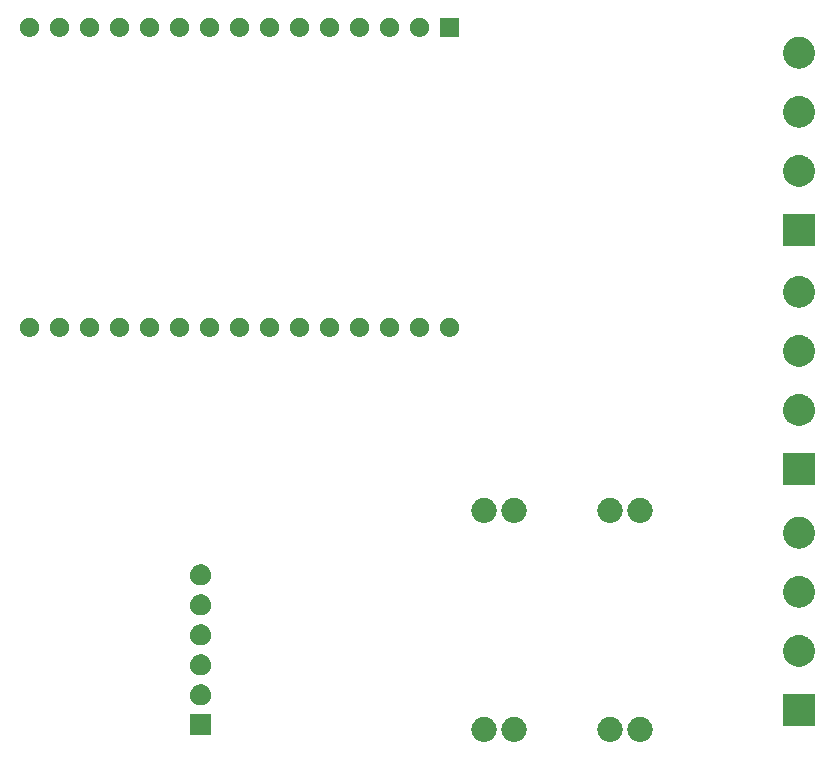
<source format=gbs>
G04 #@! TF.GenerationSoftware,KiCad,Pcbnew,8.0.2*
G04 #@! TF.CreationDate,2024-07-01T07:58:37+02:00*
G04 #@! TF.ProjectId,energiRegistrationForHA,656e6572-6769-4526-9567-697374726174,0*
G04 #@! TF.SameCoordinates,Original*
G04 #@! TF.FileFunction,Soldermask,Bot*
G04 #@! TF.FilePolarity,Negative*
%FSLAX46Y46*%
G04 Gerber Fmt 4.6, Leading zero omitted, Abs format (unit mm)*
G04 Created by KiCad (PCBNEW 8.0.2) date 2024-07-01 07:58:37*
%MOMM*%
%LPD*%
G01*
G04 APERTURE LIST*
G04 APERTURE END LIST*
G36*
X70914339Y-81869761D02*
G01*
X70964336Y-81869761D01*
X71020016Y-81880169D01*
X71073966Y-81885483D01*
X71114950Y-81897915D01*
X71157665Y-81905900D01*
X71216820Y-81928816D01*
X71273941Y-81946144D01*
X71306579Y-81963589D01*
X71341064Y-81976949D01*
X71400983Y-82014049D01*
X71458238Y-82044653D01*
X71482294Y-82064395D01*
X71508278Y-82080484D01*
X71565853Y-82132970D01*
X71619776Y-82177224D01*
X71635754Y-82196694D01*
X71653625Y-82212985D01*
X71705504Y-82281684D01*
X71752347Y-82338762D01*
X71761405Y-82355708D01*
X71772150Y-82369937D01*
X71814893Y-82455778D01*
X71850856Y-82523059D01*
X71854691Y-82535704D01*
X71859815Y-82545993D01*
X71890091Y-82652404D01*
X71911517Y-82723034D01*
X71912220Y-82730177D01*
X71913638Y-82735159D01*
X71928367Y-82894122D01*
X71932000Y-82931000D01*
X71928367Y-82967880D01*
X71913638Y-83126840D01*
X71912220Y-83131821D01*
X71911517Y-83138966D01*
X71890087Y-83209610D01*
X71859815Y-83316006D01*
X71854692Y-83326293D01*
X71850856Y-83338941D01*
X71814886Y-83406234D01*
X71772150Y-83492062D01*
X71761406Y-83506288D01*
X71752347Y-83523238D01*
X71705494Y-83580327D01*
X71653625Y-83649014D01*
X71635758Y-83665301D01*
X71619776Y-83684776D01*
X71565842Y-83729038D01*
X71508278Y-83781515D01*
X71482299Y-83797600D01*
X71458238Y-83817347D01*
X71400971Y-83847956D01*
X71341064Y-83885050D01*
X71306586Y-83898406D01*
X71273941Y-83915856D01*
X71216808Y-83933186D01*
X71157665Y-83956099D01*
X71114957Y-83964082D01*
X71073966Y-83976517D01*
X71020013Y-83981830D01*
X70964336Y-83992239D01*
X70914339Y-83992239D01*
X70866000Y-83997000D01*
X70817661Y-83992239D01*
X70767664Y-83992239D01*
X70711985Y-83981830D01*
X70658034Y-83976517D01*
X70617043Y-83964082D01*
X70574334Y-83956099D01*
X70515186Y-83933185D01*
X70458059Y-83915856D01*
X70425416Y-83898408D01*
X70390935Y-83885050D01*
X70331020Y-83847952D01*
X70273762Y-83817347D01*
X70249703Y-83797603D01*
X70223721Y-83781515D01*
X70166147Y-83729029D01*
X70112224Y-83684776D01*
X70096244Y-83665305D01*
X70078374Y-83649014D01*
X70026492Y-83580312D01*
X69979653Y-83523238D01*
X69970595Y-83506292D01*
X69959849Y-83492062D01*
X69917098Y-83406207D01*
X69881144Y-83338941D01*
X69877308Y-83326298D01*
X69872184Y-83316006D01*
X69841896Y-83209557D01*
X69820483Y-83138966D01*
X69819779Y-83131826D01*
X69818361Y-83126840D01*
X69803615Y-82967708D01*
X69800000Y-82931000D01*
X69803615Y-82894294D01*
X69818361Y-82735159D01*
X69819779Y-82730171D01*
X69820483Y-82723034D01*
X69841891Y-82652457D01*
X69872184Y-82545993D01*
X69877309Y-82535699D01*
X69881144Y-82523059D01*
X69917091Y-82455806D01*
X69959849Y-82369937D01*
X69970597Y-82355704D01*
X69979653Y-82338762D01*
X70026483Y-82281699D01*
X70078374Y-82212985D01*
X70096248Y-82196690D01*
X70112224Y-82177224D01*
X70166136Y-82132979D01*
X70223721Y-82080484D01*
X70249708Y-82064392D01*
X70273762Y-82044653D01*
X70331008Y-82014053D01*
X70390935Y-81976949D01*
X70425423Y-81963588D01*
X70458059Y-81946144D01*
X70515175Y-81928818D01*
X70574334Y-81905900D01*
X70617050Y-81897915D01*
X70658034Y-81885483D01*
X70711982Y-81880169D01*
X70767664Y-81869761D01*
X70817661Y-81869761D01*
X70866000Y-81865000D01*
X70914339Y-81869761D01*
G37*
G36*
X73454339Y-81869761D02*
G01*
X73504336Y-81869761D01*
X73560016Y-81880169D01*
X73613966Y-81885483D01*
X73654950Y-81897915D01*
X73697665Y-81905900D01*
X73756820Y-81928816D01*
X73813941Y-81946144D01*
X73846579Y-81963589D01*
X73881064Y-81976949D01*
X73940983Y-82014049D01*
X73998238Y-82044653D01*
X74022294Y-82064395D01*
X74048278Y-82080484D01*
X74105853Y-82132970D01*
X74159776Y-82177224D01*
X74175754Y-82196694D01*
X74193625Y-82212985D01*
X74245504Y-82281684D01*
X74292347Y-82338762D01*
X74301405Y-82355708D01*
X74312150Y-82369937D01*
X74354893Y-82455778D01*
X74390856Y-82523059D01*
X74394691Y-82535704D01*
X74399815Y-82545993D01*
X74430091Y-82652404D01*
X74451517Y-82723034D01*
X74452220Y-82730177D01*
X74453638Y-82735159D01*
X74468367Y-82894122D01*
X74472000Y-82931000D01*
X74468367Y-82967880D01*
X74453638Y-83126840D01*
X74452220Y-83131821D01*
X74451517Y-83138966D01*
X74430087Y-83209610D01*
X74399815Y-83316006D01*
X74394692Y-83326293D01*
X74390856Y-83338941D01*
X74354886Y-83406234D01*
X74312150Y-83492062D01*
X74301406Y-83506288D01*
X74292347Y-83523238D01*
X74245494Y-83580327D01*
X74193625Y-83649014D01*
X74175758Y-83665301D01*
X74159776Y-83684776D01*
X74105842Y-83729038D01*
X74048278Y-83781515D01*
X74022299Y-83797600D01*
X73998238Y-83817347D01*
X73940971Y-83847956D01*
X73881064Y-83885050D01*
X73846586Y-83898406D01*
X73813941Y-83915856D01*
X73756808Y-83933186D01*
X73697665Y-83956099D01*
X73654957Y-83964082D01*
X73613966Y-83976517D01*
X73560013Y-83981830D01*
X73504336Y-83992239D01*
X73454339Y-83992239D01*
X73406000Y-83997000D01*
X73357661Y-83992239D01*
X73307664Y-83992239D01*
X73251985Y-83981830D01*
X73198034Y-83976517D01*
X73157043Y-83964082D01*
X73114334Y-83956099D01*
X73055186Y-83933185D01*
X72998059Y-83915856D01*
X72965416Y-83898408D01*
X72930935Y-83885050D01*
X72871020Y-83847952D01*
X72813762Y-83817347D01*
X72789703Y-83797603D01*
X72763721Y-83781515D01*
X72706147Y-83729029D01*
X72652224Y-83684776D01*
X72636244Y-83665305D01*
X72618374Y-83649014D01*
X72566492Y-83580312D01*
X72519653Y-83523238D01*
X72510595Y-83506292D01*
X72499849Y-83492062D01*
X72457098Y-83406207D01*
X72421144Y-83338941D01*
X72417308Y-83326298D01*
X72412184Y-83316006D01*
X72381896Y-83209557D01*
X72360483Y-83138966D01*
X72359779Y-83131826D01*
X72358361Y-83126840D01*
X72343615Y-82967708D01*
X72340000Y-82931000D01*
X72343615Y-82894294D01*
X72358361Y-82735159D01*
X72359779Y-82730171D01*
X72360483Y-82723034D01*
X72381891Y-82652457D01*
X72412184Y-82545993D01*
X72417309Y-82535699D01*
X72421144Y-82523059D01*
X72457091Y-82455806D01*
X72499849Y-82369937D01*
X72510597Y-82355704D01*
X72519653Y-82338762D01*
X72566483Y-82281699D01*
X72618374Y-82212985D01*
X72636248Y-82196690D01*
X72652224Y-82177224D01*
X72706136Y-82132979D01*
X72763721Y-82080484D01*
X72789708Y-82064392D01*
X72813762Y-82044653D01*
X72871008Y-82014053D01*
X72930935Y-81976949D01*
X72965423Y-81963588D01*
X72998059Y-81946144D01*
X73055175Y-81928818D01*
X73114334Y-81905900D01*
X73157050Y-81897915D01*
X73198034Y-81885483D01*
X73251982Y-81880169D01*
X73307664Y-81869761D01*
X73357661Y-81869761D01*
X73406000Y-81865000D01*
X73454339Y-81869761D01*
G37*
G36*
X81582339Y-81869761D02*
G01*
X81632336Y-81869761D01*
X81688016Y-81880169D01*
X81741966Y-81885483D01*
X81782950Y-81897915D01*
X81825665Y-81905900D01*
X81884820Y-81928816D01*
X81941941Y-81946144D01*
X81974579Y-81963589D01*
X82009064Y-81976949D01*
X82068983Y-82014049D01*
X82126238Y-82044653D01*
X82150294Y-82064395D01*
X82176278Y-82080484D01*
X82233853Y-82132970D01*
X82287776Y-82177224D01*
X82303754Y-82196694D01*
X82321625Y-82212985D01*
X82373504Y-82281684D01*
X82420347Y-82338762D01*
X82429405Y-82355708D01*
X82440150Y-82369937D01*
X82482893Y-82455778D01*
X82518856Y-82523059D01*
X82522691Y-82535704D01*
X82527815Y-82545993D01*
X82558091Y-82652404D01*
X82579517Y-82723034D01*
X82580220Y-82730177D01*
X82581638Y-82735159D01*
X82596367Y-82894122D01*
X82600000Y-82931000D01*
X82596367Y-82967880D01*
X82581638Y-83126840D01*
X82580220Y-83131821D01*
X82579517Y-83138966D01*
X82558087Y-83209610D01*
X82527815Y-83316006D01*
X82522692Y-83326293D01*
X82518856Y-83338941D01*
X82482886Y-83406234D01*
X82440150Y-83492062D01*
X82429406Y-83506288D01*
X82420347Y-83523238D01*
X82373494Y-83580327D01*
X82321625Y-83649014D01*
X82303758Y-83665301D01*
X82287776Y-83684776D01*
X82233842Y-83729038D01*
X82176278Y-83781515D01*
X82150299Y-83797600D01*
X82126238Y-83817347D01*
X82068971Y-83847956D01*
X82009064Y-83885050D01*
X81974586Y-83898406D01*
X81941941Y-83915856D01*
X81884808Y-83933186D01*
X81825665Y-83956099D01*
X81782957Y-83964082D01*
X81741966Y-83976517D01*
X81688013Y-83981830D01*
X81632336Y-83992239D01*
X81582339Y-83992239D01*
X81534000Y-83997000D01*
X81485661Y-83992239D01*
X81435664Y-83992239D01*
X81379985Y-83981830D01*
X81326034Y-83976517D01*
X81285043Y-83964082D01*
X81242334Y-83956099D01*
X81183186Y-83933185D01*
X81126059Y-83915856D01*
X81093416Y-83898408D01*
X81058935Y-83885050D01*
X80999020Y-83847952D01*
X80941762Y-83817347D01*
X80917703Y-83797603D01*
X80891721Y-83781515D01*
X80834147Y-83729029D01*
X80780224Y-83684776D01*
X80764244Y-83665305D01*
X80746374Y-83649014D01*
X80694492Y-83580312D01*
X80647653Y-83523238D01*
X80638595Y-83506292D01*
X80627849Y-83492062D01*
X80585098Y-83406207D01*
X80549144Y-83338941D01*
X80545308Y-83326298D01*
X80540184Y-83316006D01*
X80509896Y-83209557D01*
X80488483Y-83138966D01*
X80487779Y-83131826D01*
X80486361Y-83126840D01*
X80471615Y-82967708D01*
X80468000Y-82931000D01*
X80471615Y-82894294D01*
X80486361Y-82735159D01*
X80487779Y-82730171D01*
X80488483Y-82723034D01*
X80509891Y-82652457D01*
X80540184Y-82545993D01*
X80545309Y-82535699D01*
X80549144Y-82523059D01*
X80585091Y-82455806D01*
X80627849Y-82369937D01*
X80638597Y-82355704D01*
X80647653Y-82338762D01*
X80694483Y-82281699D01*
X80746374Y-82212985D01*
X80764248Y-82196690D01*
X80780224Y-82177224D01*
X80834136Y-82132979D01*
X80891721Y-82080484D01*
X80917708Y-82064392D01*
X80941762Y-82044653D01*
X80999008Y-82014053D01*
X81058935Y-81976949D01*
X81093423Y-81963588D01*
X81126059Y-81946144D01*
X81183175Y-81928818D01*
X81242334Y-81905900D01*
X81285050Y-81897915D01*
X81326034Y-81885483D01*
X81379982Y-81880169D01*
X81435664Y-81869761D01*
X81485661Y-81869761D01*
X81534000Y-81865000D01*
X81582339Y-81869761D01*
G37*
G36*
X84122339Y-81869761D02*
G01*
X84172336Y-81869761D01*
X84228016Y-81880169D01*
X84281966Y-81885483D01*
X84322950Y-81897915D01*
X84365665Y-81905900D01*
X84424820Y-81928816D01*
X84481941Y-81946144D01*
X84514579Y-81963589D01*
X84549064Y-81976949D01*
X84608983Y-82014049D01*
X84666238Y-82044653D01*
X84690294Y-82064395D01*
X84716278Y-82080484D01*
X84773853Y-82132970D01*
X84827776Y-82177224D01*
X84843754Y-82196694D01*
X84861625Y-82212985D01*
X84913504Y-82281684D01*
X84960347Y-82338762D01*
X84969405Y-82355708D01*
X84980150Y-82369937D01*
X85022893Y-82455778D01*
X85058856Y-82523059D01*
X85062691Y-82535704D01*
X85067815Y-82545993D01*
X85098091Y-82652404D01*
X85119517Y-82723034D01*
X85120220Y-82730177D01*
X85121638Y-82735159D01*
X85136367Y-82894122D01*
X85140000Y-82931000D01*
X85136367Y-82967880D01*
X85121638Y-83126840D01*
X85120220Y-83131821D01*
X85119517Y-83138966D01*
X85098087Y-83209610D01*
X85067815Y-83316006D01*
X85062692Y-83326293D01*
X85058856Y-83338941D01*
X85022886Y-83406234D01*
X84980150Y-83492062D01*
X84969406Y-83506288D01*
X84960347Y-83523238D01*
X84913494Y-83580327D01*
X84861625Y-83649014D01*
X84843758Y-83665301D01*
X84827776Y-83684776D01*
X84773842Y-83729038D01*
X84716278Y-83781515D01*
X84690299Y-83797600D01*
X84666238Y-83817347D01*
X84608971Y-83847956D01*
X84549064Y-83885050D01*
X84514586Y-83898406D01*
X84481941Y-83915856D01*
X84424808Y-83933186D01*
X84365665Y-83956099D01*
X84322957Y-83964082D01*
X84281966Y-83976517D01*
X84228013Y-83981830D01*
X84172336Y-83992239D01*
X84122339Y-83992239D01*
X84074000Y-83997000D01*
X84025661Y-83992239D01*
X83975664Y-83992239D01*
X83919985Y-83981830D01*
X83866034Y-83976517D01*
X83825043Y-83964082D01*
X83782334Y-83956099D01*
X83723186Y-83933185D01*
X83666059Y-83915856D01*
X83633416Y-83898408D01*
X83598935Y-83885050D01*
X83539020Y-83847952D01*
X83481762Y-83817347D01*
X83457703Y-83797603D01*
X83431721Y-83781515D01*
X83374147Y-83729029D01*
X83320224Y-83684776D01*
X83304244Y-83665305D01*
X83286374Y-83649014D01*
X83234492Y-83580312D01*
X83187653Y-83523238D01*
X83178595Y-83506292D01*
X83167849Y-83492062D01*
X83125098Y-83406207D01*
X83089144Y-83338941D01*
X83085308Y-83326298D01*
X83080184Y-83316006D01*
X83049896Y-83209557D01*
X83028483Y-83138966D01*
X83027779Y-83131826D01*
X83026361Y-83126840D01*
X83011615Y-82967708D01*
X83008000Y-82931000D01*
X83011615Y-82894294D01*
X83026361Y-82735159D01*
X83027779Y-82730171D01*
X83028483Y-82723034D01*
X83049891Y-82652457D01*
X83080184Y-82545993D01*
X83085309Y-82535699D01*
X83089144Y-82523059D01*
X83125091Y-82455806D01*
X83167849Y-82369937D01*
X83178597Y-82355704D01*
X83187653Y-82338762D01*
X83234483Y-82281699D01*
X83286374Y-82212985D01*
X83304248Y-82196690D01*
X83320224Y-82177224D01*
X83374136Y-82132979D01*
X83431721Y-82080484D01*
X83457708Y-82064392D01*
X83481762Y-82044653D01*
X83539008Y-82014053D01*
X83598935Y-81976949D01*
X83633423Y-81963588D01*
X83666059Y-81946144D01*
X83723175Y-81928818D01*
X83782334Y-81905900D01*
X83825050Y-81897915D01*
X83866034Y-81885483D01*
X83919982Y-81880169D01*
X83975664Y-81869761D01*
X84025661Y-81869761D01*
X84074000Y-81865000D01*
X84122339Y-81869761D01*
G37*
G36*
X47744634Y-81653806D02*
G01*
X47760855Y-81664645D01*
X47771694Y-81680866D01*
X47775500Y-81700000D01*
X47775500Y-83400000D01*
X47771694Y-83419134D01*
X47760855Y-83435355D01*
X47744634Y-83446194D01*
X47725500Y-83450000D01*
X46025500Y-83450000D01*
X46006366Y-83446194D01*
X45990145Y-83435355D01*
X45979306Y-83419134D01*
X45975500Y-83400000D01*
X45975500Y-81700000D01*
X45979306Y-81680866D01*
X45990145Y-81664645D01*
X46006366Y-81653806D01*
X46025500Y-81650000D01*
X47725500Y-81650000D01*
X47744634Y-81653806D01*
G37*
G36*
X98855134Y-79933806D02*
G01*
X98871355Y-79944645D01*
X98882194Y-79960866D01*
X98886000Y-79980000D01*
X98886000Y-82580000D01*
X98882194Y-82599134D01*
X98871355Y-82615355D01*
X98855134Y-82626194D01*
X98836000Y-82630000D01*
X96236000Y-82630000D01*
X96216866Y-82626194D01*
X96200645Y-82615355D01*
X96189806Y-82599134D01*
X96186000Y-82580000D01*
X96186000Y-79980000D01*
X96189806Y-79960866D01*
X96200645Y-79944645D01*
X96216866Y-79933806D01*
X96236000Y-79930000D01*
X98836000Y-79930000D01*
X98855134Y-79933806D01*
G37*
G36*
X46923107Y-79114930D02*
G01*
X46969576Y-79114930D01*
X47009702Y-79123459D01*
X47051033Y-79127530D01*
X47102960Y-79143282D01*
X47153615Y-79154049D01*
X47186027Y-79168479D01*
X47219821Y-79178731D01*
X47273523Y-79207435D01*
X47325500Y-79230577D01*
X47349665Y-79248134D01*
X47375378Y-79261878D01*
X47427833Y-79304927D01*
X47477718Y-79341170D01*
X47493912Y-79359155D01*
X47511725Y-79373774D01*
X47559589Y-79432097D01*
X47603615Y-79480993D01*
X47612865Y-79497015D01*
X47623621Y-79510121D01*
X47663408Y-79584557D01*
X47697691Y-79643937D01*
X47701634Y-79656074D01*
X47706768Y-79665678D01*
X47735068Y-79758971D01*
X47755833Y-79822879D01*
X47756564Y-79829834D01*
X47757969Y-79834466D01*
X47771651Y-79973385D01*
X47775500Y-80010000D01*
X47771651Y-80046617D01*
X47757969Y-80185533D01*
X47756564Y-80190164D01*
X47755833Y-80197121D01*
X47735063Y-80261042D01*
X47706768Y-80354321D01*
X47701635Y-80363923D01*
X47697691Y-80376063D01*
X47663401Y-80435454D01*
X47623621Y-80509878D01*
X47612867Y-80522981D01*
X47603615Y-80539007D01*
X47559580Y-80587912D01*
X47511725Y-80646225D01*
X47493915Y-80660840D01*
X47477718Y-80678830D01*
X47427823Y-80715080D01*
X47375378Y-80758121D01*
X47349671Y-80771861D01*
X47325500Y-80789423D01*
X47273512Y-80812569D01*
X47219821Y-80841268D01*
X47186034Y-80851517D01*
X47153615Y-80865951D01*
X47102949Y-80876720D01*
X47051033Y-80892469D01*
X47009710Y-80896538D01*
X46969576Y-80905070D01*
X46923097Y-80905070D01*
X46875500Y-80909758D01*
X46827903Y-80905070D01*
X46781424Y-80905070D01*
X46741289Y-80896539D01*
X46699966Y-80892469D01*
X46648046Y-80876719D01*
X46597385Y-80865951D01*
X46564967Y-80851517D01*
X46531178Y-80841268D01*
X46477481Y-80812566D01*
X46425500Y-80789423D01*
X46401331Y-80771863D01*
X46375621Y-80758121D01*
X46323167Y-80715074D01*
X46273282Y-80678830D01*
X46257087Y-80660843D01*
X46239274Y-80646225D01*
X46191408Y-80587899D01*
X46147385Y-80539007D01*
X46138134Y-80522985D01*
X46127378Y-80509878D01*
X46087585Y-80435431D01*
X46053309Y-80376063D01*
X46049366Y-80363928D01*
X46044231Y-80354321D01*
X46015921Y-80260996D01*
X45995167Y-80197121D01*
X45994436Y-80190169D01*
X45993030Y-80185533D01*
X45979332Y-80046466D01*
X45975500Y-80010000D01*
X45979332Y-79973536D01*
X45993030Y-79834466D01*
X45994436Y-79829829D01*
X45995167Y-79822879D01*
X46015916Y-79759017D01*
X46044231Y-79665678D01*
X46049366Y-79656069D01*
X46053309Y-79643937D01*
X46087578Y-79584581D01*
X46127378Y-79510121D01*
X46138136Y-79497011D01*
X46147385Y-79480993D01*
X46191398Y-79432110D01*
X46239274Y-79373774D01*
X46257090Y-79359152D01*
X46273282Y-79341170D01*
X46323157Y-79304933D01*
X46375621Y-79261878D01*
X46401336Y-79248132D01*
X46425500Y-79230577D01*
X46477470Y-79207438D01*
X46531178Y-79178731D01*
X46564974Y-79168478D01*
X46597385Y-79154049D01*
X46648035Y-79143282D01*
X46699966Y-79127530D01*
X46741298Y-79123459D01*
X46781424Y-79114930D01*
X46827893Y-79114930D01*
X46875500Y-79110241D01*
X46923107Y-79114930D01*
G37*
G36*
X46923107Y-76574930D02*
G01*
X46969576Y-76574930D01*
X47009702Y-76583459D01*
X47051033Y-76587530D01*
X47102960Y-76603282D01*
X47153615Y-76614049D01*
X47186027Y-76628479D01*
X47219821Y-76638731D01*
X47273523Y-76667435D01*
X47325500Y-76690577D01*
X47349665Y-76708134D01*
X47375378Y-76721878D01*
X47427833Y-76764927D01*
X47477718Y-76801170D01*
X47493912Y-76819155D01*
X47511725Y-76833774D01*
X47559589Y-76892097D01*
X47603615Y-76940993D01*
X47612865Y-76957015D01*
X47623621Y-76970121D01*
X47663408Y-77044557D01*
X47697691Y-77103937D01*
X47701634Y-77116074D01*
X47706768Y-77125678D01*
X47735068Y-77218971D01*
X47755833Y-77282879D01*
X47756564Y-77289834D01*
X47757969Y-77294466D01*
X47771651Y-77433385D01*
X47775500Y-77470000D01*
X47771651Y-77506617D01*
X47757969Y-77645533D01*
X47756564Y-77650164D01*
X47755833Y-77657121D01*
X47735063Y-77721042D01*
X47706768Y-77814321D01*
X47701635Y-77823923D01*
X47697691Y-77836063D01*
X47663401Y-77895454D01*
X47623621Y-77969878D01*
X47612867Y-77982981D01*
X47603615Y-77999007D01*
X47559580Y-78047912D01*
X47511725Y-78106225D01*
X47493915Y-78120840D01*
X47477718Y-78138830D01*
X47427823Y-78175080D01*
X47375378Y-78218121D01*
X47349671Y-78231861D01*
X47325500Y-78249423D01*
X47273512Y-78272569D01*
X47219821Y-78301268D01*
X47186034Y-78311517D01*
X47153615Y-78325951D01*
X47102949Y-78336720D01*
X47051033Y-78352469D01*
X47009710Y-78356538D01*
X46969576Y-78365070D01*
X46923097Y-78365070D01*
X46875500Y-78369758D01*
X46827903Y-78365070D01*
X46781424Y-78365070D01*
X46741289Y-78356539D01*
X46699966Y-78352469D01*
X46648046Y-78336719D01*
X46597385Y-78325951D01*
X46564967Y-78311517D01*
X46531178Y-78301268D01*
X46477481Y-78272566D01*
X46425500Y-78249423D01*
X46401331Y-78231863D01*
X46375621Y-78218121D01*
X46323167Y-78175074D01*
X46273282Y-78138830D01*
X46257087Y-78120843D01*
X46239274Y-78106225D01*
X46191408Y-78047899D01*
X46147385Y-77999007D01*
X46138134Y-77982985D01*
X46127378Y-77969878D01*
X46087585Y-77895431D01*
X46053309Y-77836063D01*
X46049366Y-77823928D01*
X46044231Y-77814321D01*
X46015921Y-77720996D01*
X45995167Y-77657121D01*
X45994436Y-77650169D01*
X45993030Y-77645533D01*
X45979332Y-77506466D01*
X45975500Y-77470000D01*
X45979332Y-77433536D01*
X45993030Y-77294466D01*
X45994436Y-77289829D01*
X45995167Y-77282879D01*
X46015916Y-77219017D01*
X46044231Y-77125678D01*
X46049366Y-77116069D01*
X46053309Y-77103937D01*
X46087578Y-77044581D01*
X46127378Y-76970121D01*
X46138136Y-76957011D01*
X46147385Y-76940993D01*
X46191398Y-76892110D01*
X46239274Y-76833774D01*
X46257090Y-76819152D01*
X46273282Y-76801170D01*
X46323157Y-76764933D01*
X46375621Y-76721878D01*
X46401336Y-76708132D01*
X46425500Y-76690577D01*
X46477470Y-76667438D01*
X46531178Y-76638731D01*
X46564974Y-76628478D01*
X46597385Y-76614049D01*
X46648035Y-76603282D01*
X46699966Y-76587530D01*
X46741298Y-76583459D01*
X46781424Y-76574930D01*
X46827893Y-76574930D01*
X46875500Y-76570241D01*
X46923107Y-76574930D01*
G37*
G36*
X97590657Y-74934782D02*
G01*
X97647468Y-74934782D01*
X97710085Y-74945230D01*
X97770425Y-74950510D01*
X97817808Y-74963206D01*
X97867361Y-74971475D01*
X97933834Y-74994295D01*
X97997727Y-75011415D01*
X98036864Y-75029665D01*
X98078219Y-75043862D01*
X98146166Y-75080633D01*
X98211000Y-75110866D01*
X98241522Y-75132238D01*
X98274288Y-75149970D01*
X98340990Y-75201885D01*
X98403763Y-75245840D01*
X98425884Y-75267961D01*
X98450213Y-75286897D01*
X98512705Y-75354782D01*
X98570160Y-75412237D01*
X98584663Y-75432950D01*
X98601202Y-75450916D01*
X98656380Y-75535372D01*
X98705134Y-75605000D01*
X98713271Y-75622450D01*
X98723139Y-75637554D01*
X98767922Y-75739650D01*
X98804585Y-75818273D01*
X98807999Y-75831016D01*
X98812691Y-75841712D01*
X98844117Y-75965810D01*
X98865490Y-76045575D01*
X98866109Y-76052654D01*
X98867419Y-76057826D01*
X98882751Y-76242868D01*
X98886000Y-76280000D01*
X98882751Y-76317134D01*
X98867419Y-76502173D01*
X98866109Y-76507343D01*
X98865490Y-76514425D01*
X98844112Y-76594207D01*
X98812691Y-76718287D01*
X98808000Y-76728980D01*
X98804585Y-76741727D01*
X98767915Y-76820364D01*
X98723139Y-76922445D01*
X98713272Y-76937546D01*
X98705134Y-76955000D01*
X98656370Y-77024641D01*
X98601202Y-77109083D01*
X98584666Y-77127045D01*
X98570160Y-77147763D01*
X98512694Y-77205228D01*
X98450213Y-77273102D01*
X98425888Y-77292034D01*
X98403763Y-77314160D01*
X98340977Y-77358122D01*
X98274288Y-77410029D01*
X98241528Y-77427757D01*
X98211000Y-77449134D01*
X98146152Y-77479372D01*
X98078219Y-77516137D01*
X98036872Y-77530331D01*
X97997727Y-77548585D01*
X97933821Y-77565708D01*
X97867361Y-77588524D01*
X97817816Y-77596791D01*
X97770425Y-77609490D01*
X97710082Y-77614769D01*
X97647468Y-77625218D01*
X97590657Y-77625218D01*
X97536000Y-77630000D01*
X97481343Y-77625218D01*
X97424532Y-77625218D01*
X97361917Y-77614769D01*
X97301575Y-77609490D01*
X97254185Y-77596791D01*
X97204638Y-77588524D01*
X97138174Y-77565707D01*
X97074273Y-77548585D01*
X97035130Y-77530332D01*
X96993780Y-77516137D01*
X96925839Y-77479369D01*
X96861000Y-77449134D01*
X96830474Y-77427759D01*
X96797711Y-77410029D01*
X96731012Y-77358116D01*
X96668237Y-77314160D01*
X96646114Y-77292037D01*
X96621786Y-77273102D01*
X96559293Y-77205216D01*
X96501840Y-77147763D01*
X96487336Y-77127049D01*
X96470797Y-77109083D01*
X96415614Y-77024620D01*
X96366866Y-76955000D01*
X96358729Y-76937551D01*
X96348860Y-76922445D01*
X96304067Y-76820328D01*
X96267415Y-76741727D01*
X96264001Y-76728986D01*
X96259308Y-76718287D01*
X96227869Y-76594139D01*
X96206510Y-76514425D01*
X96205891Y-76507349D01*
X96204580Y-76502173D01*
X96189230Y-76316918D01*
X96186000Y-76280000D01*
X96189229Y-76243084D01*
X96204580Y-76057826D01*
X96205891Y-76052648D01*
X96206510Y-76045575D01*
X96227864Y-75965878D01*
X96259308Y-75841712D01*
X96264001Y-75831011D01*
X96267415Y-75818273D01*
X96304060Y-75739687D01*
X96348860Y-75637554D01*
X96358731Y-75622444D01*
X96366866Y-75605000D01*
X96415604Y-75535393D01*
X96470797Y-75450916D01*
X96487339Y-75432946D01*
X96501840Y-75412237D01*
X96559281Y-75354795D01*
X96621786Y-75286897D01*
X96646119Y-75267957D01*
X96668237Y-75245840D01*
X96730999Y-75201892D01*
X96797711Y-75149970D01*
X96830480Y-75132235D01*
X96861000Y-75110866D01*
X96925826Y-75080636D01*
X96993780Y-75043862D01*
X97035138Y-75029663D01*
X97074273Y-75011415D01*
X97138161Y-74994296D01*
X97204638Y-74971475D01*
X97254192Y-74963205D01*
X97301575Y-74950510D01*
X97361913Y-74945230D01*
X97424532Y-74934782D01*
X97481343Y-74934782D01*
X97536000Y-74930000D01*
X97590657Y-74934782D01*
G37*
G36*
X46923107Y-74034930D02*
G01*
X46969576Y-74034930D01*
X47009702Y-74043459D01*
X47051033Y-74047530D01*
X47102960Y-74063282D01*
X47153615Y-74074049D01*
X47186027Y-74088479D01*
X47219821Y-74098731D01*
X47273523Y-74127435D01*
X47325500Y-74150577D01*
X47349665Y-74168134D01*
X47375378Y-74181878D01*
X47427833Y-74224927D01*
X47477718Y-74261170D01*
X47493912Y-74279155D01*
X47511725Y-74293774D01*
X47559589Y-74352097D01*
X47603615Y-74400993D01*
X47612865Y-74417015D01*
X47623621Y-74430121D01*
X47663408Y-74504557D01*
X47697691Y-74563937D01*
X47701634Y-74576074D01*
X47706768Y-74585678D01*
X47735068Y-74678971D01*
X47755833Y-74742879D01*
X47756564Y-74749834D01*
X47757969Y-74754466D01*
X47771651Y-74893385D01*
X47775500Y-74930000D01*
X47771651Y-74966617D01*
X47757969Y-75105533D01*
X47756564Y-75110164D01*
X47755833Y-75117121D01*
X47735063Y-75181042D01*
X47706768Y-75274321D01*
X47701635Y-75283923D01*
X47697691Y-75296063D01*
X47663401Y-75355454D01*
X47623621Y-75429878D01*
X47612867Y-75442981D01*
X47603615Y-75459007D01*
X47559580Y-75507912D01*
X47511725Y-75566225D01*
X47493915Y-75580840D01*
X47477718Y-75598830D01*
X47427823Y-75635080D01*
X47375378Y-75678121D01*
X47349671Y-75691861D01*
X47325500Y-75709423D01*
X47273512Y-75732569D01*
X47219821Y-75761268D01*
X47186034Y-75771517D01*
X47153615Y-75785951D01*
X47102949Y-75796720D01*
X47051033Y-75812469D01*
X47009710Y-75816538D01*
X46969576Y-75825070D01*
X46923097Y-75825070D01*
X46875500Y-75829758D01*
X46827903Y-75825070D01*
X46781424Y-75825070D01*
X46741289Y-75816539D01*
X46699966Y-75812469D01*
X46648046Y-75796719D01*
X46597385Y-75785951D01*
X46564967Y-75771517D01*
X46531178Y-75761268D01*
X46477481Y-75732566D01*
X46425500Y-75709423D01*
X46401331Y-75691863D01*
X46375621Y-75678121D01*
X46323167Y-75635074D01*
X46273282Y-75598830D01*
X46257087Y-75580843D01*
X46239274Y-75566225D01*
X46191408Y-75507899D01*
X46147385Y-75459007D01*
X46138134Y-75442985D01*
X46127378Y-75429878D01*
X46087585Y-75355431D01*
X46053309Y-75296063D01*
X46049366Y-75283928D01*
X46044231Y-75274321D01*
X46015921Y-75180996D01*
X45995167Y-75117121D01*
X45994436Y-75110169D01*
X45993030Y-75105533D01*
X45979332Y-74966466D01*
X45975500Y-74930000D01*
X45979332Y-74893536D01*
X45993030Y-74754466D01*
X45994436Y-74749829D01*
X45995167Y-74742879D01*
X46015916Y-74679017D01*
X46044231Y-74585678D01*
X46049366Y-74576069D01*
X46053309Y-74563937D01*
X46087578Y-74504581D01*
X46127378Y-74430121D01*
X46138136Y-74417011D01*
X46147385Y-74400993D01*
X46191398Y-74352110D01*
X46239274Y-74293774D01*
X46257090Y-74279152D01*
X46273282Y-74261170D01*
X46323157Y-74224933D01*
X46375621Y-74181878D01*
X46401336Y-74168132D01*
X46425500Y-74150577D01*
X46477470Y-74127438D01*
X46531178Y-74098731D01*
X46564974Y-74088478D01*
X46597385Y-74074049D01*
X46648035Y-74063282D01*
X46699966Y-74047530D01*
X46741298Y-74043459D01*
X46781424Y-74034930D01*
X46827893Y-74034930D01*
X46875500Y-74030241D01*
X46923107Y-74034930D01*
G37*
G36*
X46923107Y-71494930D02*
G01*
X46969576Y-71494930D01*
X47009702Y-71503459D01*
X47051033Y-71507530D01*
X47102960Y-71523282D01*
X47153615Y-71534049D01*
X47186027Y-71548479D01*
X47219821Y-71558731D01*
X47273523Y-71587435D01*
X47325500Y-71610577D01*
X47349665Y-71628134D01*
X47375378Y-71641878D01*
X47427833Y-71684927D01*
X47477718Y-71721170D01*
X47493912Y-71739155D01*
X47511725Y-71753774D01*
X47559589Y-71812097D01*
X47603615Y-71860993D01*
X47612865Y-71877015D01*
X47623621Y-71890121D01*
X47663408Y-71964557D01*
X47697691Y-72023937D01*
X47701634Y-72036074D01*
X47706768Y-72045678D01*
X47735068Y-72138971D01*
X47755833Y-72202879D01*
X47756564Y-72209834D01*
X47757969Y-72214466D01*
X47771651Y-72353385D01*
X47775500Y-72390000D01*
X47771651Y-72426617D01*
X47757969Y-72565533D01*
X47756564Y-72570164D01*
X47755833Y-72577121D01*
X47735063Y-72641042D01*
X47706768Y-72734321D01*
X47701635Y-72743923D01*
X47697691Y-72756063D01*
X47663401Y-72815454D01*
X47623621Y-72889878D01*
X47612867Y-72902981D01*
X47603615Y-72919007D01*
X47559580Y-72967912D01*
X47511725Y-73026225D01*
X47493915Y-73040840D01*
X47477718Y-73058830D01*
X47427823Y-73095080D01*
X47375378Y-73138121D01*
X47349671Y-73151861D01*
X47325500Y-73169423D01*
X47273512Y-73192569D01*
X47219821Y-73221268D01*
X47186034Y-73231517D01*
X47153615Y-73245951D01*
X47102949Y-73256720D01*
X47051033Y-73272469D01*
X47009710Y-73276538D01*
X46969576Y-73285070D01*
X46923097Y-73285070D01*
X46875500Y-73289758D01*
X46827903Y-73285070D01*
X46781424Y-73285070D01*
X46741289Y-73276539D01*
X46699966Y-73272469D01*
X46648046Y-73256719D01*
X46597385Y-73245951D01*
X46564967Y-73231517D01*
X46531178Y-73221268D01*
X46477481Y-73192566D01*
X46425500Y-73169423D01*
X46401331Y-73151863D01*
X46375621Y-73138121D01*
X46323167Y-73095074D01*
X46273282Y-73058830D01*
X46257087Y-73040843D01*
X46239274Y-73026225D01*
X46191408Y-72967899D01*
X46147385Y-72919007D01*
X46138134Y-72902985D01*
X46127378Y-72889878D01*
X46087585Y-72815431D01*
X46053309Y-72756063D01*
X46049366Y-72743928D01*
X46044231Y-72734321D01*
X46015921Y-72640996D01*
X45995167Y-72577121D01*
X45994436Y-72570169D01*
X45993030Y-72565533D01*
X45979332Y-72426466D01*
X45975500Y-72390000D01*
X45979332Y-72353536D01*
X45993030Y-72214466D01*
X45994436Y-72209829D01*
X45995167Y-72202879D01*
X46015916Y-72139017D01*
X46044231Y-72045678D01*
X46049366Y-72036069D01*
X46053309Y-72023937D01*
X46087578Y-71964581D01*
X46127378Y-71890121D01*
X46138136Y-71877011D01*
X46147385Y-71860993D01*
X46191398Y-71812110D01*
X46239274Y-71753774D01*
X46257090Y-71739152D01*
X46273282Y-71721170D01*
X46323157Y-71684933D01*
X46375621Y-71641878D01*
X46401336Y-71628132D01*
X46425500Y-71610577D01*
X46477470Y-71587438D01*
X46531178Y-71558731D01*
X46564974Y-71548478D01*
X46597385Y-71534049D01*
X46648035Y-71523282D01*
X46699966Y-71507530D01*
X46741298Y-71503459D01*
X46781424Y-71494930D01*
X46827893Y-71494930D01*
X46875500Y-71490241D01*
X46923107Y-71494930D01*
G37*
G36*
X97590657Y-69934782D02*
G01*
X97647468Y-69934782D01*
X97710085Y-69945230D01*
X97770425Y-69950510D01*
X97817808Y-69963206D01*
X97867361Y-69971475D01*
X97933834Y-69994295D01*
X97997727Y-70011415D01*
X98036864Y-70029665D01*
X98078219Y-70043862D01*
X98146166Y-70080633D01*
X98211000Y-70110866D01*
X98241522Y-70132238D01*
X98274288Y-70149970D01*
X98340990Y-70201885D01*
X98403763Y-70245840D01*
X98425884Y-70267961D01*
X98450213Y-70286897D01*
X98512705Y-70354782D01*
X98570160Y-70412237D01*
X98584663Y-70432950D01*
X98601202Y-70450916D01*
X98656380Y-70535372D01*
X98705134Y-70605000D01*
X98713271Y-70622450D01*
X98723139Y-70637554D01*
X98767922Y-70739650D01*
X98804585Y-70818273D01*
X98807999Y-70831016D01*
X98812691Y-70841712D01*
X98844117Y-70965810D01*
X98865490Y-71045575D01*
X98866109Y-71052654D01*
X98867419Y-71057826D01*
X98882751Y-71242868D01*
X98886000Y-71280000D01*
X98882751Y-71317134D01*
X98867419Y-71502173D01*
X98866109Y-71507343D01*
X98865490Y-71514425D01*
X98844112Y-71594207D01*
X98812691Y-71718287D01*
X98808000Y-71728980D01*
X98804585Y-71741727D01*
X98767915Y-71820364D01*
X98723139Y-71922445D01*
X98713272Y-71937546D01*
X98705134Y-71955000D01*
X98656370Y-72024641D01*
X98601202Y-72109083D01*
X98584666Y-72127045D01*
X98570160Y-72147763D01*
X98512694Y-72205228D01*
X98450213Y-72273102D01*
X98425888Y-72292034D01*
X98403763Y-72314160D01*
X98340977Y-72358122D01*
X98274288Y-72410029D01*
X98241528Y-72427757D01*
X98211000Y-72449134D01*
X98146152Y-72479372D01*
X98078219Y-72516137D01*
X98036872Y-72530331D01*
X97997727Y-72548585D01*
X97933821Y-72565708D01*
X97867361Y-72588524D01*
X97817816Y-72596791D01*
X97770425Y-72609490D01*
X97710082Y-72614769D01*
X97647468Y-72625218D01*
X97590657Y-72625218D01*
X97536000Y-72630000D01*
X97481343Y-72625218D01*
X97424532Y-72625218D01*
X97361917Y-72614769D01*
X97301575Y-72609490D01*
X97254185Y-72596791D01*
X97204638Y-72588524D01*
X97138174Y-72565707D01*
X97074273Y-72548585D01*
X97035130Y-72530332D01*
X96993780Y-72516137D01*
X96925839Y-72479369D01*
X96861000Y-72449134D01*
X96830474Y-72427759D01*
X96797711Y-72410029D01*
X96731012Y-72358116D01*
X96668237Y-72314160D01*
X96646114Y-72292037D01*
X96621786Y-72273102D01*
X96559293Y-72205216D01*
X96501840Y-72147763D01*
X96487336Y-72127049D01*
X96470797Y-72109083D01*
X96415614Y-72024620D01*
X96366866Y-71955000D01*
X96358729Y-71937551D01*
X96348860Y-71922445D01*
X96304067Y-71820328D01*
X96267415Y-71741727D01*
X96264001Y-71728986D01*
X96259308Y-71718287D01*
X96227869Y-71594139D01*
X96206510Y-71514425D01*
X96205891Y-71507349D01*
X96204580Y-71502173D01*
X96189230Y-71316918D01*
X96186000Y-71280000D01*
X96189229Y-71243084D01*
X96204580Y-71057826D01*
X96205891Y-71052648D01*
X96206510Y-71045575D01*
X96227864Y-70965878D01*
X96259308Y-70841712D01*
X96264001Y-70831011D01*
X96267415Y-70818273D01*
X96304060Y-70739687D01*
X96348860Y-70637554D01*
X96358731Y-70622444D01*
X96366866Y-70605000D01*
X96415604Y-70535393D01*
X96470797Y-70450916D01*
X96487339Y-70432946D01*
X96501840Y-70412237D01*
X96559281Y-70354795D01*
X96621786Y-70286897D01*
X96646119Y-70267957D01*
X96668237Y-70245840D01*
X96730999Y-70201892D01*
X96797711Y-70149970D01*
X96830480Y-70132235D01*
X96861000Y-70110866D01*
X96925826Y-70080636D01*
X96993780Y-70043862D01*
X97035138Y-70029663D01*
X97074273Y-70011415D01*
X97138161Y-69994296D01*
X97204638Y-69971475D01*
X97254192Y-69963205D01*
X97301575Y-69950510D01*
X97361913Y-69945230D01*
X97424532Y-69934782D01*
X97481343Y-69934782D01*
X97536000Y-69930000D01*
X97590657Y-69934782D01*
G37*
G36*
X46923107Y-68954930D02*
G01*
X46969576Y-68954930D01*
X47009702Y-68963459D01*
X47051033Y-68967530D01*
X47102960Y-68983282D01*
X47153615Y-68994049D01*
X47186027Y-69008479D01*
X47219821Y-69018731D01*
X47273523Y-69047435D01*
X47325500Y-69070577D01*
X47349665Y-69088134D01*
X47375378Y-69101878D01*
X47427833Y-69144927D01*
X47477718Y-69181170D01*
X47493912Y-69199155D01*
X47511725Y-69213774D01*
X47559589Y-69272097D01*
X47603615Y-69320993D01*
X47612865Y-69337015D01*
X47623621Y-69350121D01*
X47663408Y-69424557D01*
X47697691Y-69483937D01*
X47701634Y-69496074D01*
X47706768Y-69505678D01*
X47735068Y-69598971D01*
X47755833Y-69662879D01*
X47756564Y-69669834D01*
X47757969Y-69674466D01*
X47771651Y-69813385D01*
X47775500Y-69850000D01*
X47771651Y-69886617D01*
X47757969Y-70025533D01*
X47756564Y-70030164D01*
X47755833Y-70037121D01*
X47735063Y-70101042D01*
X47706768Y-70194321D01*
X47701635Y-70203923D01*
X47697691Y-70216063D01*
X47663401Y-70275454D01*
X47623621Y-70349878D01*
X47612867Y-70362981D01*
X47603615Y-70379007D01*
X47559580Y-70427912D01*
X47511725Y-70486225D01*
X47493915Y-70500840D01*
X47477718Y-70518830D01*
X47427823Y-70555080D01*
X47375378Y-70598121D01*
X47349671Y-70611861D01*
X47325500Y-70629423D01*
X47273512Y-70652569D01*
X47219821Y-70681268D01*
X47186034Y-70691517D01*
X47153615Y-70705951D01*
X47102949Y-70716720D01*
X47051033Y-70732469D01*
X47009710Y-70736538D01*
X46969576Y-70745070D01*
X46923097Y-70745070D01*
X46875500Y-70749758D01*
X46827903Y-70745070D01*
X46781424Y-70745070D01*
X46741289Y-70736539D01*
X46699966Y-70732469D01*
X46648046Y-70716719D01*
X46597385Y-70705951D01*
X46564967Y-70691517D01*
X46531178Y-70681268D01*
X46477481Y-70652566D01*
X46425500Y-70629423D01*
X46401331Y-70611863D01*
X46375621Y-70598121D01*
X46323167Y-70555074D01*
X46273282Y-70518830D01*
X46257087Y-70500843D01*
X46239274Y-70486225D01*
X46191408Y-70427899D01*
X46147385Y-70379007D01*
X46138134Y-70362985D01*
X46127378Y-70349878D01*
X46087585Y-70275431D01*
X46053309Y-70216063D01*
X46049366Y-70203928D01*
X46044231Y-70194321D01*
X46015921Y-70100996D01*
X45995167Y-70037121D01*
X45994436Y-70030169D01*
X45993030Y-70025533D01*
X45979332Y-69886466D01*
X45975500Y-69850000D01*
X45979332Y-69813536D01*
X45993030Y-69674466D01*
X45994436Y-69669829D01*
X45995167Y-69662879D01*
X46015916Y-69599017D01*
X46044231Y-69505678D01*
X46049366Y-69496069D01*
X46053309Y-69483937D01*
X46087578Y-69424581D01*
X46127378Y-69350121D01*
X46138136Y-69337011D01*
X46147385Y-69320993D01*
X46191398Y-69272110D01*
X46239274Y-69213774D01*
X46257090Y-69199152D01*
X46273282Y-69181170D01*
X46323157Y-69144933D01*
X46375621Y-69101878D01*
X46401336Y-69088132D01*
X46425500Y-69070577D01*
X46477470Y-69047438D01*
X46531178Y-69018731D01*
X46564974Y-69008478D01*
X46597385Y-68994049D01*
X46648035Y-68983282D01*
X46699966Y-68967530D01*
X46741298Y-68963459D01*
X46781424Y-68954930D01*
X46827893Y-68954930D01*
X46875500Y-68950241D01*
X46923107Y-68954930D01*
G37*
G36*
X97590657Y-64934782D02*
G01*
X97647468Y-64934782D01*
X97710085Y-64945230D01*
X97770425Y-64950510D01*
X97817808Y-64963206D01*
X97867361Y-64971475D01*
X97933834Y-64994295D01*
X97997727Y-65011415D01*
X98036864Y-65029665D01*
X98078219Y-65043862D01*
X98146166Y-65080633D01*
X98211000Y-65110866D01*
X98241522Y-65132238D01*
X98274288Y-65149970D01*
X98340990Y-65201885D01*
X98403763Y-65245840D01*
X98425884Y-65267961D01*
X98450213Y-65286897D01*
X98512705Y-65354782D01*
X98570160Y-65412237D01*
X98584663Y-65432950D01*
X98601202Y-65450916D01*
X98656380Y-65535372D01*
X98705134Y-65605000D01*
X98713271Y-65622450D01*
X98723139Y-65637554D01*
X98767922Y-65739650D01*
X98804585Y-65818273D01*
X98807999Y-65831016D01*
X98812691Y-65841712D01*
X98844117Y-65965810D01*
X98865490Y-66045575D01*
X98866109Y-66052654D01*
X98867419Y-66057826D01*
X98882751Y-66242868D01*
X98886000Y-66280000D01*
X98882751Y-66317134D01*
X98867419Y-66502173D01*
X98866109Y-66507343D01*
X98865490Y-66514425D01*
X98844112Y-66594207D01*
X98812691Y-66718287D01*
X98808000Y-66728980D01*
X98804585Y-66741727D01*
X98767915Y-66820364D01*
X98723139Y-66922445D01*
X98713272Y-66937546D01*
X98705134Y-66955000D01*
X98656370Y-67024641D01*
X98601202Y-67109083D01*
X98584666Y-67127045D01*
X98570160Y-67147763D01*
X98512694Y-67205228D01*
X98450213Y-67273102D01*
X98425888Y-67292034D01*
X98403763Y-67314160D01*
X98340977Y-67358122D01*
X98274288Y-67410029D01*
X98241528Y-67427757D01*
X98211000Y-67449134D01*
X98146152Y-67479372D01*
X98078219Y-67516137D01*
X98036872Y-67530331D01*
X97997727Y-67548585D01*
X97933821Y-67565708D01*
X97867361Y-67588524D01*
X97817816Y-67596791D01*
X97770425Y-67609490D01*
X97710082Y-67614769D01*
X97647468Y-67625218D01*
X97590657Y-67625218D01*
X97536000Y-67630000D01*
X97481343Y-67625218D01*
X97424532Y-67625218D01*
X97361917Y-67614769D01*
X97301575Y-67609490D01*
X97254185Y-67596791D01*
X97204638Y-67588524D01*
X97138174Y-67565707D01*
X97074273Y-67548585D01*
X97035130Y-67530332D01*
X96993780Y-67516137D01*
X96925839Y-67479369D01*
X96861000Y-67449134D01*
X96830474Y-67427759D01*
X96797711Y-67410029D01*
X96731012Y-67358116D01*
X96668237Y-67314160D01*
X96646114Y-67292037D01*
X96621786Y-67273102D01*
X96559293Y-67205216D01*
X96501840Y-67147763D01*
X96487336Y-67127049D01*
X96470797Y-67109083D01*
X96415614Y-67024620D01*
X96366866Y-66955000D01*
X96358729Y-66937551D01*
X96348860Y-66922445D01*
X96304067Y-66820328D01*
X96267415Y-66741727D01*
X96264001Y-66728986D01*
X96259308Y-66718287D01*
X96227869Y-66594139D01*
X96206510Y-66514425D01*
X96205891Y-66507349D01*
X96204580Y-66502173D01*
X96189230Y-66316918D01*
X96186000Y-66280000D01*
X96189229Y-66243084D01*
X96204580Y-66057826D01*
X96205891Y-66052648D01*
X96206510Y-66045575D01*
X96227864Y-65965878D01*
X96259308Y-65841712D01*
X96264001Y-65831011D01*
X96267415Y-65818273D01*
X96304060Y-65739687D01*
X96348860Y-65637554D01*
X96358731Y-65622444D01*
X96366866Y-65605000D01*
X96415604Y-65535393D01*
X96470797Y-65450916D01*
X96487339Y-65432946D01*
X96501840Y-65412237D01*
X96559281Y-65354795D01*
X96621786Y-65286897D01*
X96646119Y-65267957D01*
X96668237Y-65245840D01*
X96730999Y-65201892D01*
X96797711Y-65149970D01*
X96830480Y-65132235D01*
X96861000Y-65110866D01*
X96925826Y-65080636D01*
X96993780Y-65043862D01*
X97035138Y-65029663D01*
X97074273Y-65011415D01*
X97138161Y-64994296D01*
X97204638Y-64971475D01*
X97254192Y-64963205D01*
X97301575Y-64950510D01*
X97361913Y-64945230D01*
X97424532Y-64934782D01*
X97481343Y-64934782D01*
X97536000Y-64930000D01*
X97590657Y-64934782D01*
G37*
G36*
X70914339Y-63327761D02*
G01*
X70964336Y-63327761D01*
X71020016Y-63338169D01*
X71073966Y-63343483D01*
X71114950Y-63355915D01*
X71157665Y-63363900D01*
X71216820Y-63386816D01*
X71273941Y-63404144D01*
X71306579Y-63421589D01*
X71341064Y-63434949D01*
X71400983Y-63472049D01*
X71458238Y-63502653D01*
X71482294Y-63522395D01*
X71508278Y-63538484D01*
X71565853Y-63590970D01*
X71619776Y-63635224D01*
X71635754Y-63654694D01*
X71653625Y-63670985D01*
X71705504Y-63739684D01*
X71752347Y-63796762D01*
X71761405Y-63813708D01*
X71772150Y-63827937D01*
X71814893Y-63913778D01*
X71850856Y-63981059D01*
X71854691Y-63993704D01*
X71859815Y-64003993D01*
X71890091Y-64110404D01*
X71911517Y-64181034D01*
X71912220Y-64188177D01*
X71913638Y-64193159D01*
X71928367Y-64352122D01*
X71932000Y-64389000D01*
X71928367Y-64425880D01*
X71913638Y-64584840D01*
X71912220Y-64589821D01*
X71911517Y-64596966D01*
X71890087Y-64667610D01*
X71859815Y-64774006D01*
X71854692Y-64784293D01*
X71850856Y-64796941D01*
X71814886Y-64864234D01*
X71772150Y-64950062D01*
X71761406Y-64964288D01*
X71752347Y-64981238D01*
X71705494Y-65038327D01*
X71653625Y-65107014D01*
X71635758Y-65123301D01*
X71619776Y-65142776D01*
X71565842Y-65187038D01*
X71508278Y-65239515D01*
X71482299Y-65255600D01*
X71458238Y-65275347D01*
X71400971Y-65305956D01*
X71341064Y-65343050D01*
X71306586Y-65356406D01*
X71273941Y-65373856D01*
X71216808Y-65391186D01*
X71157665Y-65414099D01*
X71114957Y-65422082D01*
X71073966Y-65434517D01*
X71020013Y-65439830D01*
X70964336Y-65450239D01*
X70914339Y-65450239D01*
X70866000Y-65455000D01*
X70817661Y-65450239D01*
X70767664Y-65450239D01*
X70711985Y-65439830D01*
X70658034Y-65434517D01*
X70617043Y-65422082D01*
X70574334Y-65414099D01*
X70515186Y-65391185D01*
X70458059Y-65373856D01*
X70425416Y-65356408D01*
X70390935Y-65343050D01*
X70331020Y-65305952D01*
X70273762Y-65275347D01*
X70249703Y-65255603D01*
X70223721Y-65239515D01*
X70166147Y-65187029D01*
X70112224Y-65142776D01*
X70096244Y-65123305D01*
X70078374Y-65107014D01*
X70026492Y-65038312D01*
X69979653Y-64981238D01*
X69970595Y-64964292D01*
X69959849Y-64950062D01*
X69917098Y-64864207D01*
X69881144Y-64796941D01*
X69877308Y-64784298D01*
X69872184Y-64774006D01*
X69841896Y-64667557D01*
X69820483Y-64596966D01*
X69819779Y-64589826D01*
X69818361Y-64584840D01*
X69803615Y-64425708D01*
X69800000Y-64389000D01*
X69803615Y-64352294D01*
X69818361Y-64193159D01*
X69819779Y-64188171D01*
X69820483Y-64181034D01*
X69841891Y-64110457D01*
X69872184Y-64003993D01*
X69877309Y-63993699D01*
X69881144Y-63981059D01*
X69917091Y-63913806D01*
X69959849Y-63827937D01*
X69970597Y-63813704D01*
X69979653Y-63796762D01*
X70026483Y-63739699D01*
X70078374Y-63670985D01*
X70096248Y-63654690D01*
X70112224Y-63635224D01*
X70166136Y-63590979D01*
X70223721Y-63538484D01*
X70249708Y-63522392D01*
X70273762Y-63502653D01*
X70331008Y-63472053D01*
X70390935Y-63434949D01*
X70425423Y-63421588D01*
X70458059Y-63404144D01*
X70515175Y-63386818D01*
X70574334Y-63363900D01*
X70617050Y-63355915D01*
X70658034Y-63343483D01*
X70711982Y-63338169D01*
X70767664Y-63327761D01*
X70817661Y-63327761D01*
X70866000Y-63323000D01*
X70914339Y-63327761D01*
G37*
G36*
X73454339Y-63327761D02*
G01*
X73504336Y-63327761D01*
X73560016Y-63338169D01*
X73613966Y-63343483D01*
X73654950Y-63355915D01*
X73697665Y-63363900D01*
X73756820Y-63386816D01*
X73813941Y-63404144D01*
X73846579Y-63421589D01*
X73881064Y-63434949D01*
X73940983Y-63472049D01*
X73998238Y-63502653D01*
X74022294Y-63522395D01*
X74048278Y-63538484D01*
X74105853Y-63590970D01*
X74159776Y-63635224D01*
X74175754Y-63654694D01*
X74193625Y-63670985D01*
X74245504Y-63739684D01*
X74292347Y-63796762D01*
X74301405Y-63813708D01*
X74312150Y-63827937D01*
X74354893Y-63913778D01*
X74390856Y-63981059D01*
X74394691Y-63993704D01*
X74399815Y-64003993D01*
X74430091Y-64110404D01*
X74451517Y-64181034D01*
X74452220Y-64188177D01*
X74453638Y-64193159D01*
X74468367Y-64352122D01*
X74472000Y-64389000D01*
X74468367Y-64425880D01*
X74453638Y-64584840D01*
X74452220Y-64589821D01*
X74451517Y-64596966D01*
X74430087Y-64667610D01*
X74399815Y-64774006D01*
X74394692Y-64784293D01*
X74390856Y-64796941D01*
X74354886Y-64864234D01*
X74312150Y-64950062D01*
X74301406Y-64964288D01*
X74292347Y-64981238D01*
X74245494Y-65038327D01*
X74193625Y-65107014D01*
X74175758Y-65123301D01*
X74159776Y-65142776D01*
X74105842Y-65187038D01*
X74048278Y-65239515D01*
X74022299Y-65255600D01*
X73998238Y-65275347D01*
X73940971Y-65305956D01*
X73881064Y-65343050D01*
X73846586Y-65356406D01*
X73813941Y-65373856D01*
X73756808Y-65391186D01*
X73697665Y-65414099D01*
X73654957Y-65422082D01*
X73613966Y-65434517D01*
X73560013Y-65439830D01*
X73504336Y-65450239D01*
X73454339Y-65450239D01*
X73406000Y-65455000D01*
X73357661Y-65450239D01*
X73307664Y-65450239D01*
X73251985Y-65439830D01*
X73198034Y-65434517D01*
X73157043Y-65422082D01*
X73114334Y-65414099D01*
X73055186Y-65391185D01*
X72998059Y-65373856D01*
X72965416Y-65356408D01*
X72930935Y-65343050D01*
X72871020Y-65305952D01*
X72813762Y-65275347D01*
X72789703Y-65255603D01*
X72763721Y-65239515D01*
X72706147Y-65187029D01*
X72652224Y-65142776D01*
X72636244Y-65123305D01*
X72618374Y-65107014D01*
X72566492Y-65038312D01*
X72519653Y-64981238D01*
X72510595Y-64964292D01*
X72499849Y-64950062D01*
X72457098Y-64864207D01*
X72421144Y-64796941D01*
X72417308Y-64784298D01*
X72412184Y-64774006D01*
X72381896Y-64667557D01*
X72360483Y-64596966D01*
X72359779Y-64589826D01*
X72358361Y-64584840D01*
X72343615Y-64425708D01*
X72340000Y-64389000D01*
X72343615Y-64352294D01*
X72358361Y-64193159D01*
X72359779Y-64188171D01*
X72360483Y-64181034D01*
X72381891Y-64110457D01*
X72412184Y-64003993D01*
X72417309Y-63993699D01*
X72421144Y-63981059D01*
X72457091Y-63913806D01*
X72499849Y-63827937D01*
X72510597Y-63813704D01*
X72519653Y-63796762D01*
X72566483Y-63739699D01*
X72618374Y-63670985D01*
X72636248Y-63654690D01*
X72652224Y-63635224D01*
X72706136Y-63590979D01*
X72763721Y-63538484D01*
X72789708Y-63522392D01*
X72813762Y-63502653D01*
X72871008Y-63472053D01*
X72930935Y-63434949D01*
X72965423Y-63421588D01*
X72998059Y-63404144D01*
X73055175Y-63386818D01*
X73114334Y-63363900D01*
X73157050Y-63355915D01*
X73198034Y-63343483D01*
X73251982Y-63338169D01*
X73307664Y-63327761D01*
X73357661Y-63327761D01*
X73406000Y-63323000D01*
X73454339Y-63327761D01*
G37*
G36*
X81582339Y-63327761D02*
G01*
X81632336Y-63327761D01*
X81688016Y-63338169D01*
X81741966Y-63343483D01*
X81782950Y-63355915D01*
X81825665Y-63363900D01*
X81884820Y-63386816D01*
X81941941Y-63404144D01*
X81974579Y-63421589D01*
X82009064Y-63434949D01*
X82068983Y-63472049D01*
X82126238Y-63502653D01*
X82150294Y-63522395D01*
X82176278Y-63538484D01*
X82233853Y-63590970D01*
X82287776Y-63635224D01*
X82303754Y-63654694D01*
X82321625Y-63670985D01*
X82373504Y-63739684D01*
X82420347Y-63796762D01*
X82429405Y-63813708D01*
X82440150Y-63827937D01*
X82482893Y-63913778D01*
X82518856Y-63981059D01*
X82522691Y-63993704D01*
X82527815Y-64003993D01*
X82558091Y-64110404D01*
X82579517Y-64181034D01*
X82580220Y-64188177D01*
X82581638Y-64193159D01*
X82596367Y-64352122D01*
X82600000Y-64389000D01*
X82596367Y-64425880D01*
X82581638Y-64584840D01*
X82580220Y-64589821D01*
X82579517Y-64596966D01*
X82558087Y-64667610D01*
X82527815Y-64774006D01*
X82522692Y-64784293D01*
X82518856Y-64796941D01*
X82482886Y-64864234D01*
X82440150Y-64950062D01*
X82429406Y-64964288D01*
X82420347Y-64981238D01*
X82373494Y-65038327D01*
X82321625Y-65107014D01*
X82303758Y-65123301D01*
X82287776Y-65142776D01*
X82233842Y-65187038D01*
X82176278Y-65239515D01*
X82150299Y-65255600D01*
X82126238Y-65275347D01*
X82068971Y-65305956D01*
X82009064Y-65343050D01*
X81974586Y-65356406D01*
X81941941Y-65373856D01*
X81884808Y-65391186D01*
X81825665Y-65414099D01*
X81782957Y-65422082D01*
X81741966Y-65434517D01*
X81688013Y-65439830D01*
X81632336Y-65450239D01*
X81582339Y-65450239D01*
X81534000Y-65455000D01*
X81485661Y-65450239D01*
X81435664Y-65450239D01*
X81379985Y-65439830D01*
X81326034Y-65434517D01*
X81285043Y-65422082D01*
X81242334Y-65414099D01*
X81183186Y-65391185D01*
X81126059Y-65373856D01*
X81093416Y-65356408D01*
X81058935Y-65343050D01*
X80999020Y-65305952D01*
X80941762Y-65275347D01*
X80917703Y-65255603D01*
X80891721Y-65239515D01*
X80834147Y-65187029D01*
X80780224Y-65142776D01*
X80764244Y-65123305D01*
X80746374Y-65107014D01*
X80694492Y-65038312D01*
X80647653Y-64981238D01*
X80638595Y-64964292D01*
X80627849Y-64950062D01*
X80585098Y-64864207D01*
X80549144Y-64796941D01*
X80545308Y-64784298D01*
X80540184Y-64774006D01*
X80509896Y-64667557D01*
X80488483Y-64596966D01*
X80487779Y-64589826D01*
X80486361Y-64584840D01*
X80471615Y-64425708D01*
X80468000Y-64389000D01*
X80471615Y-64352294D01*
X80486361Y-64193159D01*
X80487779Y-64188171D01*
X80488483Y-64181034D01*
X80509891Y-64110457D01*
X80540184Y-64003993D01*
X80545309Y-63993699D01*
X80549144Y-63981059D01*
X80585091Y-63913806D01*
X80627849Y-63827937D01*
X80638597Y-63813704D01*
X80647653Y-63796762D01*
X80694483Y-63739699D01*
X80746374Y-63670985D01*
X80764248Y-63654690D01*
X80780224Y-63635224D01*
X80834136Y-63590979D01*
X80891721Y-63538484D01*
X80917708Y-63522392D01*
X80941762Y-63502653D01*
X80999008Y-63472053D01*
X81058935Y-63434949D01*
X81093423Y-63421588D01*
X81126059Y-63404144D01*
X81183175Y-63386818D01*
X81242334Y-63363900D01*
X81285050Y-63355915D01*
X81326034Y-63343483D01*
X81379982Y-63338169D01*
X81435664Y-63327761D01*
X81485661Y-63327761D01*
X81534000Y-63323000D01*
X81582339Y-63327761D01*
G37*
G36*
X84122339Y-63327761D02*
G01*
X84172336Y-63327761D01*
X84228016Y-63338169D01*
X84281966Y-63343483D01*
X84322950Y-63355915D01*
X84365665Y-63363900D01*
X84424820Y-63386816D01*
X84481941Y-63404144D01*
X84514579Y-63421589D01*
X84549064Y-63434949D01*
X84608983Y-63472049D01*
X84666238Y-63502653D01*
X84690294Y-63522395D01*
X84716278Y-63538484D01*
X84773853Y-63590970D01*
X84827776Y-63635224D01*
X84843754Y-63654694D01*
X84861625Y-63670985D01*
X84913504Y-63739684D01*
X84960347Y-63796762D01*
X84969405Y-63813708D01*
X84980150Y-63827937D01*
X85022893Y-63913778D01*
X85058856Y-63981059D01*
X85062691Y-63993704D01*
X85067815Y-64003993D01*
X85098091Y-64110404D01*
X85119517Y-64181034D01*
X85120220Y-64188177D01*
X85121638Y-64193159D01*
X85136367Y-64352122D01*
X85140000Y-64389000D01*
X85136367Y-64425880D01*
X85121638Y-64584840D01*
X85120220Y-64589821D01*
X85119517Y-64596966D01*
X85098087Y-64667610D01*
X85067815Y-64774006D01*
X85062692Y-64784293D01*
X85058856Y-64796941D01*
X85022886Y-64864234D01*
X84980150Y-64950062D01*
X84969406Y-64964288D01*
X84960347Y-64981238D01*
X84913494Y-65038327D01*
X84861625Y-65107014D01*
X84843758Y-65123301D01*
X84827776Y-65142776D01*
X84773842Y-65187038D01*
X84716278Y-65239515D01*
X84690299Y-65255600D01*
X84666238Y-65275347D01*
X84608971Y-65305956D01*
X84549064Y-65343050D01*
X84514586Y-65356406D01*
X84481941Y-65373856D01*
X84424808Y-65391186D01*
X84365665Y-65414099D01*
X84322957Y-65422082D01*
X84281966Y-65434517D01*
X84228013Y-65439830D01*
X84172336Y-65450239D01*
X84122339Y-65450239D01*
X84074000Y-65455000D01*
X84025661Y-65450239D01*
X83975664Y-65450239D01*
X83919985Y-65439830D01*
X83866034Y-65434517D01*
X83825043Y-65422082D01*
X83782334Y-65414099D01*
X83723186Y-65391185D01*
X83666059Y-65373856D01*
X83633416Y-65356408D01*
X83598935Y-65343050D01*
X83539020Y-65305952D01*
X83481762Y-65275347D01*
X83457703Y-65255603D01*
X83431721Y-65239515D01*
X83374147Y-65187029D01*
X83320224Y-65142776D01*
X83304244Y-65123305D01*
X83286374Y-65107014D01*
X83234492Y-65038312D01*
X83187653Y-64981238D01*
X83178595Y-64964292D01*
X83167849Y-64950062D01*
X83125098Y-64864207D01*
X83089144Y-64796941D01*
X83085308Y-64784298D01*
X83080184Y-64774006D01*
X83049896Y-64667557D01*
X83028483Y-64596966D01*
X83027779Y-64589826D01*
X83026361Y-64584840D01*
X83011615Y-64425708D01*
X83008000Y-64389000D01*
X83011615Y-64352294D01*
X83026361Y-64193159D01*
X83027779Y-64188171D01*
X83028483Y-64181034D01*
X83049891Y-64110457D01*
X83080184Y-64003993D01*
X83085309Y-63993699D01*
X83089144Y-63981059D01*
X83125091Y-63913806D01*
X83167849Y-63827937D01*
X83178597Y-63813704D01*
X83187653Y-63796762D01*
X83234483Y-63739699D01*
X83286374Y-63670985D01*
X83304248Y-63654690D01*
X83320224Y-63635224D01*
X83374136Y-63590979D01*
X83431721Y-63538484D01*
X83457708Y-63522392D01*
X83481762Y-63502653D01*
X83539008Y-63472053D01*
X83598935Y-63434949D01*
X83633423Y-63421588D01*
X83666059Y-63404144D01*
X83723175Y-63386818D01*
X83782334Y-63363900D01*
X83825050Y-63355915D01*
X83866034Y-63343483D01*
X83919982Y-63338169D01*
X83975664Y-63327761D01*
X84025661Y-63327761D01*
X84074000Y-63323000D01*
X84122339Y-63327761D01*
G37*
G36*
X98855134Y-59533806D02*
G01*
X98871355Y-59544645D01*
X98882194Y-59560866D01*
X98886000Y-59580000D01*
X98886000Y-62180000D01*
X98882194Y-62199134D01*
X98871355Y-62215355D01*
X98855134Y-62226194D01*
X98836000Y-62230000D01*
X96236000Y-62230000D01*
X96216866Y-62226194D01*
X96200645Y-62215355D01*
X96189806Y-62199134D01*
X96186000Y-62180000D01*
X96186000Y-59580000D01*
X96189806Y-59560866D01*
X96200645Y-59544645D01*
X96216866Y-59533806D01*
X96236000Y-59530000D01*
X98836000Y-59530000D01*
X98855134Y-59533806D01*
G37*
G36*
X97590657Y-54534782D02*
G01*
X97647468Y-54534782D01*
X97710085Y-54545230D01*
X97770425Y-54550510D01*
X97817808Y-54563206D01*
X97867361Y-54571475D01*
X97933834Y-54594295D01*
X97997727Y-54611415D01*
X98036864Y-54629665D01*
X98078219Y-54643862D01*
X98146166Y-54680633D01*
X98211000Y-54710866D01*
X98241522Y-54732238D01*
X98274288Y-54749970D01*
X98340990Y-54801885D01*
X98403763Y-54845840D01*
X98425884Y-54867961D01*
X98450213Y-54886897D01*
X98512705Y-54954782D01*
X98570160Y-55012237D01*
X98584663Y-55032950D01*
X98601202Y-55050916D01*
X98656380Y-55135372D01*
X98705134Y-55205000D01*
X98713271Y-55222450D01*
X98723139Y-55237554D01*
X98767922Y-55339650D01*
X98804585Y-55418273D01*
X98807999Y-55431016D01*
X98812691Y-55441712D01*
X98844117Y-55565810D01*
X98865490Y-55645575D01*
X98866109Y-55652654D01*
X98867419Y-55657826D01*
X98882751Y-55842868D01*
X98886000Y-55880000D01*
X98882751Y-55917134D01*
X98867419Y-56102173D01*
X98866109Y-56107343D01*
X98865490Y-56114425D01*
X98844112Y-56194207D01*
X98812691Y-56318287D01*
X98808000Y-56328980D01*
X98804585Y-56341727D01*
X98767915Y-56420364D01*
X98723139Y-56522445D01*
X98713272Y-56537546D01*
X98705134Y-56555000D01*
X98656370Y-56624641D01*
X98601202Y-56709083D01*
X98584666Y-56727045D01*
X98570160Y-56747763D01*
X98512694Y-56805228D01*
X98450213Y-56873102D01*
X98425888Y-56892034D01*
X98403763Y-56914160D01*
X98340977Y-56958122D01*
X98274288Y-57010029D01*
X98241528Y-57027757D01*
X98211000Y-57049134D01*
X98146152Y-57079372D01*
X98078219Y-57116137D01*
X98036872Y-57130331D01*
X97997727Y-57148585D01*
X97933821Y-57165708D01*
X97867361Y-57188524D01*
X97817816Y-57196791D01*
X97770425Y-57209490D01*
X97710082Y-57214769D01*
X97647468Y-57225218D01*
X97590657Y-57225218D01*
X97536000Y-57230000D01*
X97481343Y-57225218D01*
X97424532Y-57225218D01*
X97361917Y-57214769D01*
X97301575Y-57209490D01*
X97254185Y-57196791D01*
X97204638Y-57188524D01*
X97138174Y-57165707D01*
X97074273Y-57148585D01*
X97035130Y-57130332D01*
X96993780Y-57116137D01*
X96925839Y-57079369D01*
X96861000Y-57049134D01*
X96830474Y-57027759D01*
X96797711Y-57010029D01*
X96731012Y-56958116D01*
X96668237Y-56914160D01*
X96646114Y-56892037D01*
X96621786Y-56873102D01*
X96559293Y-56805216D01*
X96501840Y-56747763D01*
X96487336Y-56727049D01*
X96470797Y-56709083D01*
X96415614Y-56624620D01*
X96366866Y-56555000D01*
X96358729Y-56537551D01*
X96348860Y-56522445D01*
X96304067Y-56420328D01*
X96267415Y-56341727D01*
X96264001Y-56328986D01*
X96259308Y-56318287D01*
X96227869Y-56194139D01*
X96206510Y-56114425D01*
X96205891Y-56107349D01*
X96204580Y-56102173D01*
X96189230Y-55916918D01*
X96186000Y-55880000D01*
X96189229Y-55843084D01*
X96204580Y-55657826D01*
X96205891Y-55652648D01*
X96206510Y-55645575D01*
X96227864Y-55565878D01*
X96259308Y-55441712D01*
X96264001Y-55431011D01*
X96267415Y-55418273D01*
X96304060Y-55339687D01*
X96348860Y-55237554D01*
X96358731Y-55222444D01*
X96366866Y-55205000D01*
X96415604Y-55135393D01*
X96470797Y-55050916D01*
X96487339Y-55032946D01*
X96501840Y-55012237D01*
X96559281Y-54954795D01*
X96621786Y-54886897D01*
X96646119Y-54867957D01*
X96668237Y-54845840D01*
X96730999Y-54801892D01*
X96797711Y-54749970D01*
X96830480Y-54732235D01*
X96861000Y-54710866D01*
X96925826Y-54680636D01*
X96993780Y-54643862D01*
X97035138Y-54629663D01*
X97074273Y-54611415D01*
X97138161Y-54594296D01*
X97204638Y-54571475D01*
X97254192Y-54563205D01*
X97301575Y-54550510D01*
X97361913Y-54545230D01*
X97424532Y-54534782D01*
X97481343Y-54534782D01*
X97536000Y-54530000D01*
X97590657Y-54534782D01*
G37*
G36*
X97590657Y-49534782D02*
G01*
X97647468Y-49534782D01*
X97710085Y-49545230D01*
X97770425Y-49550510D01*
X97817808Y-49563206D01*
X97867361Y-49571475D01*
X97933834Y-49594295D01*
X97997727Y-49611415D01*
X98036864Y-49629665D01*
X98078219Y-49643862D01*
X98146166Y-49680633D01*
X98211000Y-49710866D01*
X98241522Y-49732238D01*
X98274288Y-49749970D01*
X98340990Y-49801885D01*
X98403763Y-49845840D01*
X98425884Y-49867961D01*
X98450213Y-49886897D01*
X98512705Y-49954782D01*
X98570160Y-50012237D01*
X98584663Y-50032950D01*
X98601202Y-50050916D01*
X98656380Y-50135372D01*
X98705134Y-50205000D01*
X98713271Y-50222450D01*
X98723139Y-50237554D01*
X98767922Y-50339650D01*
X98804585Y-50418273D01*
X98807999Y-50431016D01*
X98812691Y-50441712D01*
X98844117Y-50565810D01*
X98865490Y-50645575D01*
X98866109Y-50652654D01*
X98867419Y-50657826D01*
X98882751Y-50842868D01*
X98886000Y-50880000D01*
X98882751Y-50917134D01*
X98867419Y-51102173D01*
X98866109Y-51107343D01*
X98865490Y-51114425D01*
X98844112Y-51194207D01*
X98812691Y-51318287D01*
X98808000Y-51328980D01*
X98804585Y-51341727D01*
X98767915Y-51420364D01*
X98723139Y-51522445D01*
X98713272Y-51537546D01*
X98705134Y-51555000D01*
X98656370Y-51624641D01*
X98601202Y-51709083D01*
X98584666Y-51727045D01*
X98570160Y-51747763D01*
X98512694Y-51805228D01*
X98450213Y-51873102D01*
X98425888Y-51892034D01*
X98403763Y-51914160D01*
X98340977Y-51958122D01*
X98274288Y-52010029D01*
X98241528Y-52027757D01*
X98211000Y-52049134D01*
X98146152Y-52079372D01*
X98078219Y-52116137D01*
X98036872Y-52130331D01*
X97997727Y-52148585D01*
X97933821Y-52165708D01*
X97867361Y-52188524D01*
X97817816Y-52196791D01*
X97770425Y-52209490D01*
X97710082Y-52214769D01*
X97647468Y-52225218D01*
X97590657Y-52225218D01*
X97536000Y-52230000D01*
X97481343Y-52225218D01*
X97424532Y-52225218D01*
X97361917Y-52214769D01*
X97301575Y-52209490D01*
X97254185Y-52196791D01*
X97204638Y-52188524D01*
X97138174Y-52165707D01*
X97074273Y-52148585D01*
X97035130Y-52130332D01*
X96993780Y-52116137D01*
X96925839Y-52079369D01*
X96861000Y-52049134D01*
X96830474Y-52027759D01*
X96797711Y-52010029D01*
X96731012Y-51958116D01*
X96668237Y-51914160D01*
X96646114Y-51892037D01*
X96621786Y-51873102D01*
X96559293Y-51805216D01*
X96501840Y-51747763D01*
X96487336Y-51727049D01*
X96470797Y-51709083D01*
X96415614Y-51624620D01*
X96366866Y-51555000D01*
X96358729Y-51537551D01*
X96348860Y-51522445D01*
X96304067Y-51420328D01*
X96267415Y-51341727D01*
X96264001Y-51328986D01*
X96259308Y-51318287D01*
X96227869Y-51194139D01*
X96206510Y-51114425D01*
X96205891Y-51107349D01*
X96204580Y-51102173D01*
X96189230Y-50916918D01*
X96186000Y-50880000D01*
X96189229Y-50843084D01*
X96204580Y-50657826D01*
X96205891Y-50652648D01*
X96206510Y-50645575D01*
X96227864Y-50565878D01*
X96259308Y-50441712D01*
X96264001Y-50431011D01*
X96267415Y-50418273D01*
X96304060Y-50339687D01*
X96348860Y-50237554D01*
X96358731Y-50222444D01*
X96366866Y-50205000D01*
X96415604Y-50135393D01*
X96470797Y-50050916D01*
X96487339Y-50032946D01*
X96501840Y-50012237D01*
X96559281Y-49954795D01*
X96621786Y-49886897D01*
X96646119Y-49867957D01*
X96668237Y-49845840D01*
X96730999Y-49801892D01*
X96797711Y-49749970D01*
X96830480Y-49732235D01*
X96861000Y-49710866D01*
X96925826Y-49680636D01*
X96993780Y-49643862D01*
X97035138Y-49629663D01*
X97074273Y-49611415D01*
X97138161Y-49594296D01*
X97204638Y-49571475D01*
X97254192Y-49563205D01*
X97301575Y-49550510D01*
X97361913Y-49545230D01*
X97424532Y-49534782D01*
X97481343Y-49534782D01*
X97536000Y-49530000D01*
X97590657Y-49534782D01*
G37*
G36*
X32426908Y-48087722D02*
G01*
X32469850Y-48087722D01*
X32518294Y-48098018D01*
X32565687Y-48103359D01*
X32600148Y-48115417D01*
X32635836Y-48123003D01*
X32687262Y-48145899D01*
X32737314Y-48163413D01*
X32763367Y-48179783D01*
X32790860Y-48192024D01*
X32842126Y-48229271D01*
X32891274Y-48260153D01*
X32908923Y-48277802D01*
X32928148Y-48291770D01*
X32975676Y-48344555D01*
X33019847Y-48388726D01*
X33030006Y-48404895D01*
X33041702Y-48417884D01*
X33081707Y-48487176D01*
X33116587Y-48542686D01*
X33120942Y-48555132D01*
X33126545Y-48564837D01*
X33155241Y-48653155D01*
X33176641Y-48714313D01*
X33177452Y-48721513D01*
X33178986Y-48726234D01*
X33192892Y-48858547D01*
X33197000Y-48895000D01*
X33192892Y-48931455D01*
X33178986Y-49063765D01*
X33177452Y-49068484D01*
X33176641Y-49075687D01*
X33155236Y-49136857D01*
X33126545Y-49225162D01*
X33120943Y-49234864D01*
X33116587Y-49247314D01*
X33081700Y-49302834D01*
X33041702Y-49372115D01*
X33030009Y-49385101D01*
X33019847Y-49401274D01*
X32975667Y-49445453D01*
X32928148Y-49498229D01*
X32908927Y-49512193D01*
X32891274Y-49529847D01*
X32842115Y-49560735D01*
X32790860Y-49597975D01*
X32763372Y-49610213D01*
X32737314Y-49626587D01*
X32687251Y-49644104D01*
X32635836Y-49666996D01*
X32600154Y-49674580D01*
X32565687Y-49686641D01*
X32518291Y-49691981D01*
X32469850Y-49702278D01*
X32426908Y-49702278D01*
X32385000Y-49707000D01*
X32343092Y-49702278D01*
X32300150Y-49702278D01*
X32251708Y-49691981D01*
X32204313Y-49686641D01*
X32169846Y-49674580D01*
X32134163Y-49666996D01*
X32082743Y-49644102D01*
X32032686Y-49626587D01*
X32006629Y-49610214D01*
X31979139Y-49597975D01*
X31927876Y-49560730D01*
X31878726Y-49529847D01*
X31861075Y-49512196D01*
X31841851Y-49498229D01*
X31794322Y-49445443D01*
X31750153Y-49401274D01*
X31739993Y-49385104D01*
X31728297Y-49372115D01*
X31688286Y-49302815D01*
X31653413Y-49247314D01*
X31649058Y-49234869D01*
X31643454Y-49225162D01*
X31614749Y-49136817D01*
X31593359Y-49075687D01*
X31592547Y-49068489D01*
X31591013Y-49063765D01*
X31577092Y-48931323D01*
X31573000Y-48895000D01*
X31577092Y-48858679D01*
X31591013Y-48726234D01*
X31592548Y-48721509D01*
X31593359Y-48714313D01*
X31614744Y-48653195D01*
X31643454Y-48564837D01*
X31649059Y-48555128D01*
X31653413Y-48542686D01*
X31688279Y-48487196D01*
X31728297Y-48417884D01*
X31739995Y-48404891D01*
X31750153Y-48388726D01*
X31794313Y-48344565D01*
X31841851Y-48291770D01*
X31861078Y-48277800D01*
X31878726Y-48260153D01*
X31927872Y-48229271D01*
X31979139Y-48192025D01*
X32006630Y-48179784D01*
X32032686Y-48163413D01*
X32082735Y-48145900D01*
X32134165Y-48123002D01*
X32169855Y-48115415D01*
X32204313Y-48103359D01*
X32251703Y-48098019D01*
X32300150Y-48087722D01*
X32343092Y-48087722D01*
X32385000Y-48083000D01*
X32426908Y-48087722D01*
G37*
G36*
X34966908Y-48087722D02*
G01*
X35009850Y-48087722D01*
X35058294Y-48098018D01*
X35105687Y-48103359D01*
X35140148Y-48115417D01*
X35175836Y-48123003D01*
X35227262Y-48145899D01*
X35277314Y-48163413D01*
X35303367Y-48179783D01*
X35330860Y-48192024D01*
X35382126Y-48229271D01*
X35431274Y-48260153D01*
X35448923Y-48277802D01*
X35468148Y-48291770D01*
X35515676Y-48344555D01*
X35559847Y-48388726D01*
X35570006Y-48404895D01*
X35581702Y-48417884D01*
X35621707Y-48487176D01*
X35656587Y-48542686D01*
X35660942Y-48555132D01*
X35666545Y-48564837D01*
X35695241Y-48653155D01*
X35716641Y-48714313D01*
X35717452Y-48721513D01*
X35718986Y-48726234D01*
X35732892Y-48858547D01*
X35737000Y-48895000D01*
X35732892Y-48931455D01*
X35718986Y-49063765D01*
X35717452Y-49068484D01*
X35716641Y-49075687D01*
X35695236Y-49136857D01*
X35666545Y-49225162D01*
X35660943Y-49234864D01*
X35656587Y-49247314D01*
X35621700Y-49302834D01*
X35581702Y-49372115D01*
X35570009Y-49385101D01*
X35559847Y-49401274D01*
X35515667Y-49445453D01*
X35468148Y-49498229D01*
X35448927Y-49512193D01*
X35431274Y-49529847D01*
X35382115Y-49560735D01*
X35330860Y-49597975D01*
X35303372Y-49610213D01*
X35277314Y-49626587D01*
X35227251Y-49644104D01*
X35175836Y-49666996D01*
X35140154Y-49674580D01*
X35105687Y-49686641D01*
X35058291Y-49691981D01*
X35009850Y-49702278D01*
X34966908Y-49702278D01*
X34925000Y-49707000D01*
X34883092Y-49702278D01*
X34840150Y-49702278D01*
X34791708Y-49691981D01*
X34744313Y-49686641D01*
X34709846Y-49674580D01*
X34674163Y-49666996D01*
X34622743Y-49644102D01*
X34572686Y-49626587D01*
X34546629Y-49610214D01*
X34519139Y-49597975D01*
X34467876Y-49560730D01*
X34418726Y-49529847D01*
X34401075Y-49512196D01*
X34381851Y-49498229D01*
X34334322Y-49445443D01*
X34290153Y-49401274D01*
X34279993Y-49385104D01*
X34268297Y-49372115D01*
X34228286Y-49302815D01*
X34193413Y-49247314D01*
X34189058Y-49234869D01*
X34183454Y-49225162D01*
X34154749Y-49136817D01*
X34133359Y-49075687D01*
X34132547Y-49068489D01*
X34131013Y-49063765D01*
X34117092Y-48931323D01*
X34113000Y-48895000D01*
X34117092Y-48858679D01*
X34131013Y-48726234D01*
X34132548Y-48721509D01*
X34133359Y-48714313D01*
X34154744Y-48653195D01*
X34183454Y-48564837D01*
X34189059Y-48555128D01*
X34193413Y-48542686D01*
X34228279Y-48487196D01*
X34268297Y-48417884D01*
X34279995Y-48404891D01*
X34290153Y-48388726D01*
X34334313Y-48344565D01*
X34381851Y-48291770D01*
X34401078Y-48277800D01*
X34418726Y-48260153D01*
X34467872Y-48229271D01*
X34519139Y-48192025D01*
X34546630Y-48179784D01*
X34572686Y-48163413D01*
X34622735Y-48145900D01*
X34674165Y-48123002D01*
X34709855Y-48115415D01*
X34744313Y-48103359D01*
X34791703Y-48098019D01*
X34840150Y-48087722D01*
X34883092Y-48087722D01*
X34925000Y-48083000D01*
X34966908Y-48087722D01*
G37*
G36*
X37506908Y-48087722D02*
G01*
X37549850Y-48087722D01*
X37598294Y-48098018D01*
X37645687Y-48103359D01*
X37680148Y-48115417D01*
X37715836Y-48123003D01*
X37767262Y-48145899D01*
X37817314Y-48163413D01*
X37843367Y-48179783D01*
X37870860Y-48192024D01*
X37922126Y-48229271D01*
X37971274Y-48260153D01*
X37988923Y-48277802D01*
X38008148Y-48291770D01*
X38055676Y-48344555D01*
X38099847Y-48388726D01*
X38110006Y-48404895D01*
X38121702Y-48417884D01*
X38161707Y-48487176D01*
X38196587Y-48542686D01*
X38200942Y-48555132D01*
X38206545Y-48564837D01*
X38235241Y-48653155D01*
X38256641Y-48714313D01*
X38257452Y-48721513D01*
X38258986Y-48726234D01*
X38272892Y-48858547D01*
X38277000Y-48895000D01*
X38272892Y-48931455D01*
X38258986Y-49063765D01*
X38257452Y-49068484D01*
X38256641Y-49075687D01*
X38235236Y-49136857D01*
X38206545Y-49225162D01*
X38200943Y-49234864D01*
X38196587Y-49247314D01*
X38161700Y-49302834D01*
X38121702Y-49372115D01*
X38110009Y-49385101D01*
X38099847Y-49401274D01*
X38055667Y-49445453D01*
X38008148Y-49498229D01*
X37988927Y-49512193D01*
X37971274Y-49529847D01*
X37922115Y-49560735D01*
X37870860Y-49597975D01*
X37843372Y-49610213D01*
X37817314Y-49626587D01*
X37767251Y-49644104D01*
X37715836Y-49666996D01*
X37680154Y-49674580D01*
X37645687Y-49686641D01*
X37598291Y-49691981D01*
X37549850Y-49702278D01*
X37506908Y-49702278D01*
X37465000Y-49707000D01*
X37423092Y-49702278D01*
X37380150Y-49702278D01*
X37331708Y-49691981D01*
X37284313Y-49686641D01*
X37249846Y-49674580D01*
X37214163Y-49666996D01*
X37162743Y-49644102D01*
X37112686Y-49626587D01*
X37086629Y-49610214D01*
X37059139Y-49597975D01*
X37007876Y-49560730D01*
X36958726Y-49529847D01*
X36941075Y-49512196D01*
X36921851Y-49498229D01*
X36874322Y-49445443D01*
X36830153Y-49401274D01*
X36819993Y-49385104D01*
X36808297Y-49372115D01*
X36768286Y-49302815D01*
X36733413Y-49247314D01*
X36729058Y-49234869D01*
X36723454Y-49225162D01*
X36694749Y-49136817D01*
X36673359Y-49075687D01*
X36672547Y-49068489D01*
X36671013Y-49063765D01*
X36657092Y-48931323D01*
X36653000Y-48895000D01*
X36657092Y-48858679D01*
X36671013Y-48726234D01*
X36672548Y-48721509D01*
X36673359Y-48714313D01*
X36694744Y-48653195D01*
X36723454Y-48564837D01*
X36729059Y-48555128D01*
X36733413Y-48542686D01*
X36768279Y-48487196D01*
X36808297Y-48417884D01*
X36819995Y-48404891D01*
X36830153Y-48388726D01*
X36874313Y-48344565D01*
X36921851Y-48291770D01*
X36941078Y-48277800D01*
X36958726Y-48260153D01*
X37007872Y-48229271D01*
X37059139Y-48192025D01*
X37086630Y-48179784D01*
X37112686Y-48163413D01*
X37162735Y-48145900D01*
X37214165Y-48123002D01*
X37249855Y-48115415D01*
X37284313Y-48103359D01*
X37331703Y-48098019D01*
X37380150Y-48087722D01*
X37423092Y-48087722D01*
X37465000Y-48083000D01*
X37506908Y-48087722D01*
G37*
G36*
X40046908Y-48087722D02*
G01*
X40089850Y-48087722D01*
X40138294Y-48098018D01*
X40185687Y-48103359D01*
X40220148Y-48115417D01*
X40255836Y-48123003D01*
X40307262Y-48145899D01*
X40357314Y-48163413D01*
X40383367Y-48179783D01*
X40410860Y-48192024D01*
X40462126Y-48229271D01*
X40511274Y-48260153D01*
X40528923Y-48277802D01*
X40548148Y-48291770D01*
X40595676Y-48344555D01*
X40639847Y-48388726D01*
X40650006Y-48404895D01*
X40661702Y-48417884D01*
X40701707Y-48487176D01*
X40736587Y-48542686D01*
X40740942Y-48555132D01*
X40746545Y-48564837D01*
X40775241Y-48653155D01*
X40796641Y-48714313D01*
X40797452Y-48721513D01*
X40798986Y-48726234D01*
X40812892Y-48858547D01*
X40817000Y-48895000D01*
X40812892Y-48931455D01*
X40798986Y-49063765D01*
X40797452Y-49068484D01*
X40796641Y-49075687D01*
X40775236Y-49136857D01*
X40746545Y-49225162D01*
X40740943Y-49234864D01*
X40736587Y-49247314D01*
X40701700Y-49302834D01*
X40661702Y-49372115D01*
X40650009Y-49385101D01*
X40639847Y-49401274D01*
X40595667Y-49445453D01*
X40548148Y-49498229D01*
X40528927Y-49512193D01*
X40511274Y-49529847D01*
X40462115Y-49560735D01*
X40410860Y-49597975D01*
X40383372Y-49610213D01*
X40357314Y-49626587D01*
X40307251Y-49644104D01*
X40255836Y-49666996D01*
X40220154Y-49674580D01*
X40185687Y-49686641D01*
X40138291Y-49691981D01*
X40089850Y-49702278D01*
X40046908Y-49702278D01*
X40005000Y-49707000D01*
X39963092Y-49702278D01*
X39920150Y-49702278D01*
X39871708Y-49691981D01*
X39824313Y-49686641D01*
X39789846Y-49674580D01*
X39754163Y-49666996D01*
X39702743Y-49644102D01*
X39652686Y-49626587D01*
X39626629Y-49610214D01*
X39599139Y-49597975D01*
X39547876Y-49560730D01*
X39498726Y-49529847D01*
X39481075Y-49512196D01*
X39461851Y-49498229D01*
X39414322Y-49445443D01*
X39370153Y-49401274D01*
X39359993Y-49385104D01*
X39348297Y-49372115D01*
X39308286Y-49302815D01*
X39273413Y-49247314D01*
X39269058Y-49234869D01*
X39263454Y-49225162D01*
X39234749Y-49136817D01*
X39213359Y-49075687D01*
X39212547Y-49068489D01*
X39211013Y-49063765D01*
X39197092Y-48931323D01*
X39193000Y-48895000D01*
X39197092Y-48858679D01*
X39211013Y-48726234D01*
X39212548Y-48721509D01*
X39213359Y-48714313D01*
X39234744Y-48653195D01*
X39263454Y-48564837D01*
X39269059Y-48555128D01*
X39273413Y-48542686D01*
X39308279Y-48487196D01*
X39348297Y-48417884D01*
X39359995Y-48404891D01*
X39370153Y-48388726D01*
X39414313Y-48344565D01*
X39461851Y-48291770D01*
X39481078Y-48277800D01*
X39498726Y-48260153D01*
X39547872Y-48229271D01*
X39599139Y-48192025D01*
X39626630Y-48179784D01*
X39652686Y-48163413D01*
X39702735Y-48145900D01*
X39754165Y-48123002D01*
X39789855Y-48115415D01*
X39824313Y-48103359D01*
X39871703Y-48098019D01*
X39920150Y-48087722D01*
X39963092Y-48087722D01*
X40005000Y-48083000D01*
X40046908Y-48087722D01*
G37*
G36*
X42586908Y-48087722D02*
G01*
X42629850Y-48087722D01*
X42678294Y-48098018D01*
X42725687Y-48103359D01*
X42760148Y-48115417D01*
X42795836Y-48123003D01*
X42847262Y-48145899D01*
X42897314Y-48163413D01*
X42923367Y-48179783D01*
X42950860Y-48192024D01*
X43002126Y-48229271D01*
X43051274Y-48260153D01*
X43068923Y-48277802D01*
X43088148Y-48291770D01*
X43135676Y-48344555D01*
X43179847Y-48388726D01*
X43190006Y-48404895D01*
X43201702Y-48417884D01*
X43241707Y-48487176D01*
X43276587Y-48542686D01*
X43280942Y-48555132D01*
X43286545Y-48564837D01*
X43315241Y-48653155D01*
X43336641Y-48714313D01*
X43337452Y-48721513D01*
X43338986Y-48726234D01*
X43352892Y-48858547D01*
X43357000Y-48895000D01*
X43352892Y-48931455D01*
X43338986Y-49063765D01*
X43337452Y-49068484D01*
X43336641Y-49075687D01*
X43315236Y-49136857D01*
X43286545Y-49225162D01*
X43280943Y-49234864D01*
X43276587Y-49247314D01*
X43241700Y-49302834D01*
X43201702Y-49372115D01*
X43190009Y-49385101D01*
X43179847Y-49401274D01*
X43135667Y-49445453D01*
X43088148Y-49498229D01*
X43068927Y-49512193D01*
X43051274Y-49529847D01*
X43002115Y-49560735D01*
X42950860Y-49597975D01*
X42923372Y-49610213D01*
X42897314Y-49626587D01*
X42847251Y-49644104D01*
X42795836Y-49666996D01*
X42760154Y-49674580D01*
X42725687Y-49686641D01*
X42678291Y-49691981D01*
X42629850Y-49702278D01*
X42586908Y-49702278D01*
X42545000Y-49707000D01*
X42503092Y-49702278D01*
X42460150Y-49702278D01*
X42411708Y-49691981D01*
X42364313Y-49686641D01*
X42329846Y-49674580D01*
X42294163Y-49666996D01*
X42242743Y-49644102D01*
X42192686Y-49626587D01*
X42166629Y-49610214D01*
X42139139Y-49597975D01*
X42087876Y-49560730D01*
X42038726Y-49529847D01*
X42021075Y-49512196D01*
X42001851Y-49498229D01*
X41954322Y-49445443D01*
X41910153Y-49401274D01*
X41899993Y-49385104D01*
X41888297Y-49372115D01*
X41848286Y-49302815D01*
X41813413Y-49247314D01*
X41809058Y-49234869D01*
X41803454Y-49225162D01*
X41774749Y-49136817D01*
X41753359Y-49075687D01*
X41752547Y-49068489D01*
X41751013Y-49063765D01*
X41737092Y-48931323D01*
X41733000Y-48895000D01*
X41737092Y-48858679D01*
X41751013Y-48726234D01*
X41752548Y-48721509D01*
X41753359Y-48714313D01*
X41774744Y-48653195D01*
X41803454Y-48564837D01*
X41809059Y-48555128D01*
X41813413Y-48542686D01*
X41848279Y-48487196D01*
X41888297Y-48417884D01*
X41899995Y-48404891D01*
X41910153Y-48388726D01*
X41954313Y-48344565D01*
X42001851Y-48291770D01*
X42021078Y-48277800D01*
X42038726Y-48260153D01*
X42087872Y-48229271D01*
X42139139Y-48192025D01*
X42166630Y-48179784D01*
X42192686Y-48163413D01*
X42242735Y-48145900D01*
X42294165Y-48123002D01*
X42329855Y-48115415D01*
X42364313Y-48103359D01*
X42411703Y-48098019D01*
X42460150Y-48087722D01*
X42503092Y-48087722D01*
X42545000Y-48083000D01*
X42586908Y-48087722D01*
G37*
G36*
X45126908Y-48087722D02*
G01*
X45169850Y-48087722D01*
X45218294Y-48098018D01*
X45265687Y-48103359D01*
X45300148Y-48115417D01*
X45335836Y-48123003D01*
X45387262Y-48145899D01*
X45437314Y-48163413D01*
X45463367Y-48179783D01*
X45490860Y-48192024D01*
X45542126Y-48229271D01*
X45591274Y-48260153D01*
X45608923Y-48277802D01*
X45628148Y-48291770D01*
X45675676Y-48344555D01*
X45719847Y-48388726D01*
X45730006Y-48404895D01*
X45741702Y-48417884D01*
X45781707Y-48487176D01*
X45816587Y-48542686D01*
X45820942Y-48555132D01*
X45826545Y-48564837D01*
X45855241Y-48653155D01*
X45876641Y-48714313D01*
X45877452Y-48721513D01*
X45878986Y-48726234D01*
X45892892Y-48858547D01*
X45897000Y-48895000D01*
X45892892Y-48931455D01*
X45878986Y-49063765D01*
X45877452Y-49068484D01*
X45876641Y-49075687D01*
X45855236Y-49136857D01*
X45826545Y-49225162D01*
X45820943Y-49234864D01*
X45816587Y-49247314D01*
X45781700Y-49302834D01*
X45741702Y-49372115D01*
X45730009Y-49385101D01*
X45719847Y-49401274D01*
X45675667Y-49445453D01*
X45628148Y-49498229D01*
X45608927Y-49512193D01*
X45591274Y-49529847D01*
X45542115Y-49560735D01*
X45490860Y-49597975D01*
X45463372Y-49610213D01*
X45437314Y-49626587D01*
X45387251Y-49644104D01*
X45335836Y-49666996D01*
X45300154Y-49674580D01*
X45265687Y-49686641D01*
X45218291Y-49691981D01*
X45169850Y-49702278D01*
X45126908Y-49702278D01*
X45085000Y-49707000D01*
X45043092Y-49702278D01*
X45000150Y-49702278D01*
X44951708Y-49691981D01*
X44904313Y-49686641D01*
X44869846Y-49674580D01*
X44834163Y-49666996D01*
X44782743Y-49644102D01*
X44732686Y-49626587D01*
X44706629Y-49610214D01*
X44679139Y-49597975D01*
X44627876Y-49560730D01*
X44578726Y-49529847D01*
X44561075Y-49512196D01*
X44541851Y-49498229D01*
X44494322Y-49445443D01*
X44450153Y-49401274D01*
X44439993Y-49385104D01*
X44428297Y-49372115D01*
X44388286Y-49302815D01*
X44353413Y-49247314D01*
X44349058Y-49234869D01*
X44343454Y-49225162D01*
X44314749Y-49136817D01*
X44293359Y-49075687D01*
X44292547Y-49068489D01*
X44291013Y-49063765D01*
X44277092Y-48931323D01*
X44273000Y-48895000D01*
X44277092Y-48858679D01*
X44291013Y-48726234D01*
X44292548Y-48721509D01*
X44293359Y-48714313D01*
X44314744Y-48653195D01*
X44343454Y-48564837D01*
X44349059Y-48555128D01*
X44353413Y-48542686D01*
X44388279Y-48487196D01*
X44428297Y-48417884D01*
X44439995Y-48404891D01*
X44450153Y-48388726D01*
X44494313Y-48344565D01*
X44541851Y-48291770D01*
X44561078Y-48277800D01*
X44578726Y-48260153D01*
X44627872Y-48229271D01*
X44679139Y-48192025D01*
X44706630Y-48179784D01*
X44732686Y-48163413D01*
X44782735Y-48145900D01*
X44834165Y-48123002D01*
X44869855Y-48115415D01*
X44904313Y-48103359D01*
X44951703Y-48098019D01*
X45000150Y-48087722D01*
X45043092Y-48087722D01*
X45085000Y-48083000D01*
X45126908Y-48087722D01*
G37*
G36*
X47666908Y-48087722D02*
G01*
X47709850Y-48087722D01*
X47758294Y-48098018D01*
X47805687Y-48103359D01*
X47840148Y-48115417D01*
X47875836Y-48123003D01*
X47927262Y-48145899D01*
X47977314Y-48163413D01*
X48003367Y-48179783D01*
X48030860Y-48192024D01*
X48082126Y-48229271D01*
X48131274Y-48260153D01*
X48148923Y-48277802D01*
X48168148Y-48291770D01*
X48215676Y-48344555D01*
X48259847Y-48388726D01*
X48270006Y-48404895D01*
X48281702Y-48417884D01*
X48321707Y-48487176D01*
X48356587Y-48542686D01*
X48360942Y-48555132D01*
X48366545Y-48564837D01*
X48395241Y-48653155D01*
X48416641Y-48714313D01*
X48417452Y-48721513D01*
X48418986Y-48726234D01*
X48432892Y-48858547D01*
X48437000Y-48895000D01*
X48432892Y-48931455D01*
X48418986Y-49063765D01*
X48417452Y-49068484D01*
X48416641Y-49075687D01*
X48395236Y-49136857D01*
X48366545Y-49225162D01*
X48360943Y-49234864D01*
X48356587Y-49247314D01*
X48321700Y-49302834D01*
X48281702Y-49372115D01*
X48270009Y-49385101D01*
X48259847Y-49401274D01*
X48215667Y-49445453D01*
X48168148Y-49498229D01*
X48148927Y-49512193D01*
X48131274Y-49529847D01*
X48082115Y-49560735D01*
X48030860Y-49597975D01*
X48003372Y-49610213D01*
X47977314Y-49626587D01*
X47927251Y-49644104D01*
X47875836Y-49666996D01*
X47840154Y-49674580D01*
X47805687Y-49686641D01*
X47758291Y-49691981D01*
X47709850Y-49702278D01*
X47666908Y-49702278D01*
X47625000Y-49707000D01*
X47583092Y-49702278D01*
X47540150Y-49702278D01*
X47491708Y-49691981D01*
X47444313Y-49686641D01*
X47409846Y-49674580D01*
X47374163Y-49666996D01*
X47322743Y-49644102D01*
X47272686Y-49626587D01*
X47246629Y-49610214D01*
X47219139Y-49597975D01*
X47167876Y-49560730D01*
X47118726Y-49529847D01*
X47101075Y-49512196D01*
X47081851Y-49498229D01*
X47034322Y-49445443D01*
X46990153Y-49401274D01*
X46979993Y-49385104D01*
X46968297Y-49372115D01*
X46928286Y-49302815D01*
X46893413Y-49247314D01*
X46889058Y-49234869D01*
X46883454Y-49225162D01*
X46854749Y-49136817D01*
X46833359Y-49075687D01*
X46832547Y-49068489D01*
X46831013Y-49063765D01*
X46817092Y-48931323D01*
X46813000Y-48895000D01*
X46817092Y-48858679D01*
X46831013Y-48726234D01*
X46832548Y-48721509D01*
X46833359Y-48714313D01*
X46854744Y-48653195D01*
X46883454Y-48564837D01*
X46889059Y-48555128D01*
X46893413Y-48542686D01*
X46928279Y-48487196D01*
X46968297Y-48417884D01*
X46979995Y-48404891D01*
X46990153Y-48388726D01*
X47034313Y-48344565D01*
X47081851Y-48291770D01*
X47101078Y-48277800D01*
X47118726Y-48260153D01*
X47167872Y-48229271D01*
X47219139Y-48192025D01*
X47246630Y-48179784D01*
X47272686Y-48163413D01*
X47322735Y-48145900D01*
X47374165Y-48123002D01*
X47409855Y-48115415D01*
X47444313Y-48103359D01*
X47491703Y-48098019D01*
X47540150Y-48087722D01*
X47583092Y-48087722D01*
X47625000Y-48083000D01*
X47666908Y-48087722D01*
G37*
G36*
X50206908Y-48087722D02*
G01*
X50249850Y-48087722D01*
X50298294Y-48098018D01*
X50345687Y-48103359D01*
X50380148Y-48115417D01*
X50415836Y-48123003D01*
X50467262Y-48145899D01*
X50517314Y-48163413D01*
X50543367Y-48179783D01*
X50570860Y-48192024D01*
X50622126Y-48229271D01*
X50671274Y-48260153D01*
X50688923Y-48277802D01*
X50708148Y-48291770D01*
X50755676Y-48344555D01*
X50799847Y-48388726D01*
X50810006Y-48404895D01*
X50821702Y-48417884D01*
X50861707Y-48487176D01*
X50896587Y-48542686D01*
X50900942Y-48555132D01*
X50906545Y-48564837D01*
X50935241Y-48653155D01*
X50956641Y-48714313D01*
X50957452Y-48721513D01*
X50958986Y-48726234D01*
X50972892Y-48858547D01*
X50977000Y-48895000D01*
X50972892Y-48931455D01*
X50958986Y-49063765D01*
X50957452Y-49068484D01*
X50956641Y-49075687D01*
X50935236Y-49136857D01*
X50906545Y-49225162D01*
X50900943Y-49234864D01*
X50896587Y-49247314D01*
X50861700Y-49302834D01*
X50821702Y-49372115D01*
X50810009Y-49385101D01*
X50799847Y-49401274D01*
X50755667Y-49445453D01*
X50708148Y-49498229D01*
X50688927Y-49512193D01*
X50671274Y-49529847D01*
X50622115Y-49560735D01*
X50570860Y-49597975D01*
X50543372Y-49610213D01*
X50517314Y-49626587D01*
X50467251Y-49644104D01*
X50415836Y-49666996D01*
X50380154Y-49674580D01*
X50345687Y-49686641D01*
X50298291Y-49691981D01*
X50249850Y-49702278D01*
X50206908Y-49702278D01*
X50165000Y-49707000D01*
X50123092Y-49702278D01*
X50080150Y-49702278D01*
X50031708Y-49691981D01*
X49984313Y-49686641D01*
X49949846Y-49674580D01*
X49914163Y-49666996D01*
X49862743Y-49644102D01*
X49812686Y-49626587D01*
X49786629Y-49610214D01*
X49759139Y-49597975D01*
X49707876Y-49560730D01*
X49658726Y-49529847D01*
X49641075Y-49512196D01*
X49621851Y-49498229D01*
X49574322Y-49445443D01*
X49530153Y-49401274D01*
X49519993Y-49385104D01*
X49508297Y-49372115D01*
X49468286Y-49302815D01*
X49433413Y-49247314D01*
X49429058Y-49234869D01*
X49423454Y-49225162D01*
X49394749Y-49136817D01*
X49373359Y-49075687D01*
X49372547Y-49068489D01*
X49371013Y-49063765D01*
X49357092Y-48931323D01*
X49353000Y-48895000D01*
X49357092Y-48858679D01*
X49371013Y-48726234D01*
X49372548Y-48721509D01*
X49373359Y-48714313D01*
X49394744Y-48653195D01*
X49423454Y-48564837D01*
X49429059Y-48555128D01*
X49433413Y-48542686D01*
X49468279Y-48487196D01*
X49508297Y-48417884D01*
X49519995Y-48404891D01*
X49530153Y-48388726D01*
X49574313Y-48344565D01*
X49621851Y-48291770D01*
X49641078Y-48277800D01*
X49658726Y-48260153D01*
X49707872Y-48229271D01*
X49759139Y-48192025D01*
X49786630Y-48179784D01*
X49812686Y-48163413D01*
X49862735Y-48145900D01*
X49914165Y-48123002D01*
X49949855Y-48115415D01*
X49984313Y-48103359D01*
X50031703Y-48098019D01*
X50080150Y-48087722D01*
X50123092Y-48087722D01*
X50165000Y-48083000D01*
X50206908Y-48087722D01*
G37*
G36*
X52746908Y-48087722D02*
G01*
X52789850Y-48087722D01*
X52838294Y-48098018D01*
X52885687Y-48103359D01*
X52920148Y-48115417D01*
X52955836Y-48123003D01*
X53007262Y-48145899D01*
X53057314Y-48163413D01*
X53083367Y-48179783D01*
X53110860Y-48192024D01*
X53162126Y-48229271D01*
X53211274Y-48260153D01*
X53228923Y-48277802D01*
X53248148Y-48291770D01*
X53295676Y-48344555D01*
X53339847Y-48388726D01*
X53350006Y-48404895D01*
X53361702Y-48417884D01*
X53401707Y-48487176D01*
X53436587Y-48542686D01*
X53440942Y-48555132D01*
X53446545Y-48564837D01*
X53475241Y-48653155D01*
X53496641Y-48714313D01*
X53497452Y-48721513D01*
X53498986Y-48726234D01*
X53512892Y-48858547D01*
X53517000Y-48895000D01*
X53512892Y-48931455D01*
X53498986Y-49063765D01*
X53497452Y-49068484D01*
X53496641Y-49075687D01*
X53475236Y-49136857D01*
X53446545Y-49225162D01*
X53440943Y-49234864D01*
X53436587Y-49247314D01*
X53401700Y-49302834D01*
X53361702Y-49372115D01*
X53350009Y-49385101D01*
X53339847Y-49401274D01*
X53295667Y-49445453D01*
X53248148Y-49498229D01*
X53228927Y-49512193D01*
X53211274Y-49529847D01*
X53162115Y-49560735D01*
X53110860Y-49597975D01*
X53083372Y-49610213D01*
X53057314Y-49626587D01*
X53007251Y-49644104D01*
X52955836Y-49666996D01*
X52920154Y-49674580D01*
X52885687Y-49686641D01*
X52838291Y-49691981D01*
X52789850Y-49702278D01*
X52746908Y-49702278D01*
X52705000Y-49707000D01*
X52663092Y-49702278D01*
X52620150Y-49702278D01*
X52571708Y-49691981D01*
X52524313Y-49686641D01*
X52489846Y-49674580D01*
X52454163Y-49666996D01*
X52402743Y-49644102D01*
X52352686Y-49626587D01*
X52326629Y-49610214D01*
X52299139Y-49597975D01*
X52247876Y-49560730D01*
X52198726Y-49529847D01*
X52181075Y-49512196D01*
X52161851Y-49498229D01*
X52114322Y-49445443D01*
X52070153Y-49401274D01*
X52059993Y-49385104D01*
X52048297Y-49372115D01*
X52008286Y-49302815D01*
X51973413Y-49247314D01*
X51969058Y-49234869D01*
X51963454Y-49225162D01*
X51934749Y-49136817D01*
X51913359Y-49075687D01*
X51912547Y-49068489D01*
X51911013Y-49063765D01*
X51897092Y-48931323D01*
X51893000Y-48895000D01*
X51897092Y-48858679D01*
X51911013Y-48726234D01*
X51912548Y-48721509D01*
X51913359Y-48714313D01*
X51934744Y-48653195D01*
X51963454Y-48564837D01*
X51969059Y-48555128D01*
X51973413Y-48542686D01*
X52008279Y-48487196D01*
X52048297Y-48417884D01*
X52059995Y-48404891D01*
X52070153Y-48388726D01*
X52114313Y-48344565D01*
X52161851Y-48291770D01*
X52181078Y-48277800D01*
X52198726Y-48260153D01*
X52247872Y-48229271D01*
X52299139Y-48192025D01*
X52326630Y-48179784D01*
X52352686Y-48163413D01*
X52402735Y-48145900D01*
X52454165Y-48123002D01*
X52489855Y-48115415D01*
X52524313Y-48103359D01*
X52571703Y-48098019D01*
X52620150Y-48087722D01*
X52663092Y-48087722D01*
X52705000Y-48083000D01*
X52746908Y-48087722D01*
G37*
G36*
X55286908Y-48087722D02*
G01*
X55329850Y-48087722D01*
X55378294Y-48098018D01*
X55425687Y-48103359D01*
X55460148Y-48115417D01*
X55495836Y-48123003D01*
X55547262Y-48145899D01*
X55597314Y-48163413D01*
X55623367Y-48179783D01*
X55650860Y-48192024D01*
X55702126Y-48229271D01*
X55751274Y-48260153D01*
X55768923Y-48277802D01*
X55788148Y-48291770D01*
X55835676Y-48344555D01*
X55879847Y-48388726D01*
X55890006Y-48404895D01*
X55901702Y-48417884D01*
X55941707Y-48487176D01*
X55976587Y-48542686D01*
X55980942Y-48555132D01*
X55986545Y-48564837D01*
X56015241Y-48653155D01*
X56036641Y-48714313D01*
X56037452Y-48721513D01*
X56038986Y-48726234D01*
X56052892Y-48858547D01*
X56057000Y-48895000D01*
X56052892Y-48931455D01*
X56038986Y-49063765D01*
X56037452Y-49068484D01*
X56036641Y-49075687D01*
X56015236Y-49136857D01*
X55986545Y-49225162D01*
X55980943Y-49234864D01*
X55976587Y-49247314D01*
X55941700Y-49302834D01*
X55901702Y-49372115D01*
X55890009Y-49385101D01*
X55879847Y-49401274D01*
X55835667Y-49445453D01*
X55788148Y-49498229D01*
X55768927Y-49512193D01*
X55751274Y-49529847D01*
X55702115Y-49560735D01*
X55650860Y-49597975D01*
X55623372Y-49610213D01*
X55597314Y-49626587D01*
X55547251Y-49644104D01*
X55495836Y-49666996D01*
X55460154Y-49674580D01*
X55425687Y-49686641D01*
X55378291Y-49691981D01*
X55329850Y-49702278D01*
X55286908Y-49702278D01*
X55245000Y-49707000D01*
X55203092Y-49702278D01*
X55160150Y-49702278D01*
X55111708Y-49691981D01*
X55064313Y-49686641D01*
X55029846Y-49674580D01*
X54994163Y-49666996D01*
X54942743Y-49644102D01*
X54892686Y-49626587D01*
X54866629Y-49610214D01*
X54839139Y-49597975D01*
X54787876Y-49560730D01*
X54738726Y-49529847D01*
X54721075Y-49512196D01*
X54701851Y-49498229D01*
X54654322Y-49445443D01*
X54610153Y-49401274D01*
X54599993Y-49385104D01*
X54588297Y-49372115D01*
X54548286Y-49302815D01*
X54513413Y-49247314D01*
X54509058Y-49234869D01*
X54503454Y-49225162D01*
X54474749Y-49136817D01*
X54453359Y-49075687D01*
X54452547Y-49068489D01*
X54451013Y-49063765D01*
X54437092Y-48931323D01*
X54433000Y-48895000D01*
X54437092Y-48858679D01*
X54451013Y-48726234D01*
X54452548Y-48721509D01*
X54453359Y-48714313D01*
X54474744Y-48653195D01*
X54503454Y-48564837D01*
X54509059Y-48555128D01*
X54513413Y-48542686D01*
X54548279Y-48487196D01*
X54588297Y-48417884D01*
X54599995Y-48404891D01*
X54610153Y-48388726D01*
X54654313Y-48344565D01*
X54701851Y-48291770D01*
X54721078Y-48277800D01*
X54738726Y-48260153D01*
X54787872Y-48229271D01*
X54839139Y-48192025D01*
X54866630Y-48179784D01*
X54892686Y-48163413D01*
X54942735Y-48145900D01*
X54994165Y-48123002D01*
X55029855Y-48115415D01*
X55064313Y-48103359D01*
X55111703Y-48098019D01*
X55160150Y-48087722D01*
X55203092Y-48087722D01*
X55245000Y-48083000D01*
X55286908Y-48087722D01*
G37*
G36*
X57826908Y-48087722D02*
G01*
X57869850Y-48087722D01*
X57918294Y-48098018D01*
X57965687Y-48103359D01*
X58000148Y-48115417D01*
X58035836Y-48123003D01*
X58087262Y-48145899D01*
X58137314Y-48163413D01*
X58163367Y-48179783D01*
X58190860Y-48192024D01*
X58242126Y-48229271D01*
X58291274Y-48260153D01*
X58308923Y-48277802D01*
X58328148Y-48291770D01*
X58375676Y-48344555D01*
X58419847Y-48388726D01*
X58430006Y-48404895D01*
X58441702Y-48417884D01*
X58481707Y-48487176D01*
X58516587Y-48542686D01*
X58520942Y-48555132D01*
X58526545Y-48564837D01*
X58555241Y-48653155D01*
X58576641Y-48714313D01*
X58577452Y-48721513D01*
X58578986Y-48726234D01*
X58592892Y-48858547D01*
X58597000Y-48895000D01*
X58592892Y-48931455D01*
X58578986Y-49063765D01*
X58577452Y-49068484D01*
X58576641Y-49075687D01*
X58555236Y-49136857D01*
X58526545Y-49225162D01*
X58520943Y-49234864D01*
X58516587Y-49247314D01*
X58481700Y-49302834D01*
X58441702Y-49372115D01*
X58430009Y-49385101D01*
X58419847Y-49401274D01*
X58375667Y-49445453D01*
X58328148Y-49498229D01*
X58308927Y-49512193D01*
X58291274Y-49529847D01*
X58242115Y-49560735D01*
X58190860Y-49597975D01*
X58163372Y-49610213D01*
X58137314Y-49626587D01*
X58087251Y-49644104D01*
X58035836Y-49666996D01*
X58000154Y-49674580D01*
X57965687Y-49686641D01*
X57918291Y-49691981D01*
X57869850Y-49702278D01*
X57826908Y-49702278D01*
X57785000Y-49707000D01*
X57743092Y-49702278D01*
X57700150Y-49702278D01*
X57651708Y-49691981D01*
X57604313Y-49686641D01*
X57569846Y-49674580D01*
X57534163Y-49666996D01*
X57482743Y-49644102D01*
X57432686Y-49626587D01*
X57406629Y-49610214D01*
X57379139Y-49597975D01*
X57327876Y-49560730D01*
X57278726Y-49529847D01*
X57261075Y-49512196D01*
X57241851Y-49498229D01*
X57194322Y-49445443D01*
X57150153Y-49401274D01*
X57139993Y-49385104D01*
X57128297Y-49372115D01*
X57088286Y-49302815D01*
X57053413Y-49247314D01*
X57049058Y-49234869D01*
X57043454Y-49225162D01*
X57014749Y-49136817D01*
X56993359Y-49075687D01*
X56992547Y-49068489D01*
X56991013Y-49063765D01*
X56977092Y-48931323D01*
X56973000Y-48895000D01*
X56977092Y-48858679D01*
X56991013Y-48726234D01*
X56992548Y-48721509D01*
X56993359Y-48714313D01*
X57014744Y-48653195D01*
X57043454Y-48564837D01*
X57049059Y-48555128D01*
X57053413Y-48542686D01*
X57088279Y-48487196D01*
X57128297Y-48417884D01*
X57139995Y-48404891D01*
X57150153Y-48388726D01*
X57194313Y-48344565D01*
X57241851Y-48291770D01*
X57261078Y-48277800D01*
X57278726Y-48260153D01*
X57327872Y-48229271D01*
X57379139Y-48192025D01*
X57406630Y-48179784D01*
X57432686Y-48163413D01*
X57482735Y-48145900D01*
X57534165Y-48123002D01*
X57569855Y-48115415D01*
X57604313Y-48103359D01*
X57651703Y-48098019D01*
X57700150Y-48087722D01*
X57743092Y-48087722D01*
X57785000Y-48083000D01*
X57826908Y-48087722D01*
G37*
G36*
X60366908Y-48087722D02*
G01*
X60409850Y-48087722D01*
X60458294Y-48098018D01*
X60505687Y-48103359D01*
X60540148Y-48115417D01*
X60575836Y-48123003D01*
X60627262Y-48145899D01*
X60677314Y-48163413D01*
X60703367Y-48179783D01*
X60730860Y-48192024D01*
X60782126Y-48229271D01*
X60831274Y-48260153D01*
X60848923Y-48277802D01*
X60868148Y-48291770D01*
X60915676Y-48344555D01*
X60959847Y-48388726D01*
X60970006Y-48404895D01*
X60981702Y-48417884D01*
X61021707Y-48487176D01*
X61056587Y-48542686D01*
X61060942Y-48555132D01*
X61066545Y-48564837D01*
X61095241Y-48653155D01*
X61116641Y-48714313D01*
X61117452Y-48721513D01*
X61118986Y-48726234D01*
X61132892Y-48858547D01*
X61137000Y-48895000D01*
X61132892Y-48931455D01*
X61118986Y-49063765D01*
X61117452Y-49068484D01*
X61116641Y-49075687D01*
X61095236Y-49136857D01*
X61066545Y-49225162D01*
X61060943Y-49234864D01*
X61056587Y-49247314D01*
X61021700Y-49302834D01*
X60981702Y-49372115D01*
X60970009Y-49385101D01*
X60959847Y-49401274D01*
X60915667Y-49445453D01*
X60868148Y-49498229D01*
X60848927Y-49512193D01*
X60831274Y-49529847D01*
X60782115Y-49560735D01*
X60730860Y-49597975D01*
X60703372Y-49610213D01*
X60677314Y-49626587D01*
X60627251Y-49644104D01*
X60575836Y-49666996D01*
X60540154Y-49674580D01*
X60505687Y-49686641D01*
X60458291Y-49691981D01*
X60409850Y-49702278D01*
X60366908Y-49702278D01*
X60325000Y-49707000D01*
X60283092Y-49702278D01*
X60240150Y-49702278D01*
X60191708Y-49691981D01*
X60144313Y-49686641D01*
X60109846Y-49674580D01*
X60074163Y-49666996D01*
X60022743Y-49644102D01*
X59972686Y-49626587D01*
X59946629Y-49610214D01*
X59919139Y-49597975D01*
X59867876Y-49560730D01*
X59818726Y-49529847D01*
X59801075Y-49512196D01*
X59781851Y-49498229D01*
X59734322Y-49445443D01*
X59690153Y-49401274D01*
X59679993Y-49385104D01*
X59668297Y-49372115D01*
X59628286Y-49302815D01*
X59593413Y-49247314D01*
X59589058Y-49234869D01*
X59583454Y-49225162D01*
X59554749Y-49136817D01*
X59533359Y-49075687D01*
X59532547Y-49068489D01*
X59531013Y-49063765D01*
X59517092Y-48931323D01*
X59513000Y-48895000D01*
X59517092Y-48858679D01*
X59531013Y-48726234D01*
X59532548Y-48721509D01*
X59533359Y-48714313D01*
X59554744Y-48653195D01*
X59583454Y-48564837D01*
X59589059Y-48555128D01*
X59593413Y-48542686D01*
X59628279Y-48487196D01*
X59668297Y-48417884D01*
X59679995Y-48404891D01*
X59690153Y-48388726D01*
X59734313Y-48344565D01*
X59781851Y-48291770D01*
X59801078Y-48277800D01*
X59818726Y-48260153D01*
X59867872Y-48229271D01*
X59919139Y-48192025D01*
X59946630Y-48179784D01*
X59972686Y-48163413D01*
X60022735Y-48145900D01*
X60074165Y-48123002D01*
X60109855Y-48115415D01*
X60144313Y-48103359D01*
X60191703Y-48098019D01*
X60240150Y-48087722D01*
X60283092Y-48087722D01*
X60325000Y-48083000D01*
X60366908Y-48087722D01*
G37*
G36*
X62906908Y-48087722D02*
G01*
X62949850Y-48087722D01*
X62998294Y-48098018D01*
X63045687Y-48103359D01*
X63080148Y-48115417D01*
X63115836Y-48123003D01*
X63167262Y-48145899D01*
X63217314Y-48163413D01*
X63243367Y-48179783D01*
X63270860Y-48192024D01*
X63322126Y-48229271D01*
X63371274Y-48260153D01*
X63388923Y-48277802D01*
X63408148Y-48291770D01*
X63455676Y-48344555D01*
X63499847Y-48388726D01*
X63510006Y-48404895D01*
X63521702Y-48417884D01*
X63561707Y-48487176D01*
X63596587Y-48542686D01*
X63600942Y-48555132D01*
X63606545Y-48564837D01*
X63635241Y-48653155D01*
X63656641Y-48714313D01*
X63657452Y-48721513D01*
X63658986Y-48726234D01*
X63672892Y-48858547D01*
X63677000Y-48895000D01*
X63672892Y-48931455D01*
X63658986Y-49063765D01*
X63657452Y-49068484D01*
X63656641Y-49075687D01*
X63635236Y-49136857D01*
X63606545Y-49225162D01*
X63600943Y-49234864D01*
X63596587Y-49247314D01*
X63561700Y-49302834D01*
X63521702Y-49372115D01*
X63510009Y-49385101D01*
X63499847Y-49401274D01*
X63455667Y-49445453D01*
X63408148Y-49498229D01*
X63388927Y-49512193D01*
X63371274Y-49529847D01*
X63322115Y-49560735D01*
X63270860Y-49597975D01*
X63243372Y-49610213D01*
X63217314Y-49626587D01*
X63167251Y-49644104D01*
X63115836Y-49666996D01*
X63080154Y-49674580D01*
X63045687Y-49686641D01*
X62998291Y-49691981D01*
X62949850Y-49702278D01*
X62906908Y-49702278D01*
X62865000Y-49707000D01*
X62823092Y-49702278D01*
X62780150Y-49702278D01*
X62731708Y-49691981D01*
X62684313Y-49686641D01*
X62649846Y-49674580D01*
X62614163Y-49666996D01*
X62562743Y-49644102D01*
X62512686Y-49626587D01*
X62486629Y-49610214D01*
X62459139Y-49597975D01*
X62407876Y-49560730D01*
X62358726Y-49529847D01*
X62341075Y-49512196D01*
X62321851Y-49498229D01*
X62274322Y-49445443D01*
X62230153Y-49401274D01*
X62219993Y-49385104D01*
X62208297Y-49372115D01*
X62168286Y-49302815D01*
X62133413Y-49247314D01*
X62129058Y-49234869D01*
X62123454Y-49225162D01*
X62094749Y-49136817D01*
X62073359Y-49075687D01*
X62072547Y-49068489D01*
X62071013Y-49063765D01*
X62057092Y-48931323D01*
X62053000Y-48895000D01*
X62057092Y-48858679D01*
X62071013Y-48726234D01*
X62072548Y-48721509D01*
X62073359Y-48714313D01*
X62094744Y-48653195D01*
X62123454Y-48564837D01*
X62129059Y-48555128D01*
X62133413Y-48542686D01*
X62168279Y-48487196D01*
X62208297Y-48417884D01*
X62219995Y-48404891D01*
X62230153Y-48388726D01*
X62274313Y-48344565D01*
X62321851Y-48291770D01*
X62341078Y-48277800D01*
X62358726Y-48260153D01*
X62407872Y-48229271D01*
X62459139Y-48192025D01*
X62486630Y-48179784D01*
X62512686Y-48163413D01*
X62562735Y-48145900D01*
X62614165Y-48123002D01*
X62649855Y-48115415D01*
X62684313Y-48103359D01*
X62731703Y-48098019D01*
X62780150Y-48087722D01*
X62823092Y-48087722D01*
X62865000Y-48083000D01*
X62906908Y-48087722D01*
G37*
G36*
X65446908Y-48087722D02*
G01*
X65489850Y-48087722D01*
X65538294Y-48098018D01*
X65585687Y-48103359D01*
X65620148Y-48115417D01*
X65655836Y-48123003D01*
X65707262Y-48145899D01*
X65757314Y-48163413D01*
X65783367Y-48179783D01*
X65810860Y-48192024D01*
X65862126Y-48229271D01*
X65911274Y-48260153D01*
X65928923Y-48277802D01*
X65948148Y-48291770D01*
X65995676Y-48344555D01*
X66039847Y-48388726D01*
X66050006Y-48404895D01*
X66061702Y-48417884D01*
X66101707Y-48487176D01*
X66136587Y-48542686D01*
X66140942Y-48555132D01*
X66146545Y-48564837D01*
X66175241Y-48653155D01*
X66196641Y-48714313D01*
X66197452Y-48721513D01*
X66198986Y-48726234D01*
X66212892Y-48858547D01*
X66217000Y-48895000D01*
X66212892Y-48931455D01*
X66198986Y-49063765D01*
X66197452Y-49068484D01*
X66196641Y-49075687D01*
X66175236Y-49136857D01*
X66146545Y-49225162D01*
X66140943Y-49234864D01*
X66136587Y-49247314D01*
X66101700Y-49302834D01*
X66061702Y-49372115D01*
X66050009Y-49385101D01*
X66039847Y-49401274D01*
X65995667Y-49445453D01*
X65948148Y-49498229D01*
X65928927Y-49512193D01*
X65911274Y-49529847D01*
X65862115Y-49560735D01*
X65810860Y-49597975D01*
X65783372Y-49610213D01*
X65757314Y-49626587D01*
X65707251Y-49644104D01*
X65655836Y-49666996D01*
X65620154Y-49674580D01*
X65585687Y-49686641D01*
X65538291Y-49691981D01*
X65489850Y-49702278D01*
X65446908Y-49702278D01*
X65405000Y-49707000D01*
X65363092Y-49702278D01*
X65320150Y-49702278D01*
X65271708Y-49691981D01*
X65224313Y-49686641D01*
X65189846Y-49674580D01*
X65154163Y-49666996D01*
X65102743Y-49644102D01*
X65052686Y-49626587D01*
X65026629Y-49610214D01*
X64999139Y-49597975D01*
X64947876Y-49560730D01*
X64898726Y-49529847D01*
X64881075Y-49512196D01*
X64861851Y-49498229D01*
X64814322Y-49445443D01*
X64770153Y-49401274D01*
X64759993Y-49385104D01*
X64748297Y-49372115D01*
X64708286Y-49302815D01*
X64673413Y-49247314D01*
X64669058Y-49234869D01*
X64663454Y-49225162D01*
X64634749Y-49136817D01*
X64613359Y-49075687D01*
X64612547Y-49068489D01*
X64611013Y-49063765D01*
X64597092Y-48931323D01*
X64593000Y-48895000D01*
X64597092Y-48858679D01*
X64611013Y-48726234D01*
X64612548Y-48721509D01*
X64613359Y-48714313D01*
X64634744Y-48653195D01*
X64663454Y-48564837D01*
X64669059Y-48555128D01*
X64673413Y-48542686D01*
X64708279Y-48487196D01*
X64748297Y-48417884D01*
X64759995Y-48404891D01*
X64770153Y-48388726D01*
X64814313Y-48344565D01*
X64861851Y-48291770D01*
X64881078Y-48277800D01*
X64898726Y-48260153D01*
X64947872Y-48229271D01*
X64999139Y-48192025D01*
X65026630Y-48179784D01*
X65052686Y-48163413D01*
X65102735Y-48145900D01*
X65154165Y-48123002D01*
X65189855Y-48115415D01*
X65224313Y-48103359D01*
X65271703Y-48098019D01*
X65320150Y-48087722D01*
X65363092Y-48087722D01*
X65405000Y-48083000D01*
X65446908Y-48087722D01*
G37*
G36*
X67986908Y-48087722D02*
G01*
X68029850Y-48087722D01*
X68078294Y-48098018D01*
X68125687Y-48103359D01*
X68160148Y-48115417D01*
X68195836Y-48123003D01*
X68247262Y-48145899D01*
X68297314Y-48163413D01*
X68323367Y-48179783D01*
X68350860Y-48192024D01*
X68402126Y-48229271D01*
X68451274Y-48260153D01*
X68468923Y-48277802D01*
X68488148Y-48291770D01*
X68535676Y-48344555D01*
X68579847Y-48388726D01*
X68590006Y-48404895D01*
X68601702Y-48417884D01*
X68641707Y-48487176D01*
X68676587Y-48542686D01*
X68680942Y-48555132D01*
X68686545Y-48564837D01*
X68715241Y-48653155D01*
X68736641Y-48714313D01*
X68737452Y-48721513D01*
X68738986Y-48726234D01*
X68752892Y-48858547D01*
X68757000Y-48895000D01*
X68752892Y-48931455D01*
X68738986Y-49063765D01*
X68737452Y-49068484D01*
X68736641Y-49075687D01*
X68715236Y-49136857D01*
X68686545Y-49225162D01*
X68680943Y-49234864D01*
X68676587Y-49247314D01*
X68641700Y-49302834D01*
X68601702Y-49372115D01*
X68590009Y-49385101D01*
X68579847Y-49401274D01*
X68535667Y-49445453D01*
X68488148Y-49498229D01*
X68468927Y-49512193D01*
X68451274Y-49529847D01*
X68402115Y-49560735D01*
X68350860Y-49597975D01*
X68323372Y-49610213D01*
X68297314Y-49626587D01*
X68247251Y-49644104D01*
X68195836Y-49666996D01*
X68160154Y-49674580D01*
X68125687Y-49686641D01*
X68078291Y-49691981D01*
X68029850Y-49702278D01*
X67986908Y-49702278D01*
X67945000Y-49707000D01*
X67903092Y-49702278D01*
X67860150Y-49702278D01*
X67811708Y-49691981D01*
X67764313Y-49686641D01*
X67729846Y-49674580D01*
X67694163Y-49666996D01*
X67642743Y-49644102D01*
X67592686Y-49626587D01*
X67566629Y-49610214D01*
X67539139Y-49597975D01*
X67487876Y-49560730D01*
X67438726Y-49529847D01*
X67421075Y-49512196D01*
X67401851Y-49498229D01*
X67354322Y-49445443D01*
X67310153Y-49401274D01*
X67299993Y-49385104D01*
X67288297Y-49372115D01*
X67248286Y-49302815D01*
X67213413Y-49247314D01*
X67209058Y-49234869D01*
X67203454Y-49225162D01*
X67174749Y-49136817D01*
X67153359Y-49075687D01*
X67152547Y-49068489D01*
X67151013Y-49063765D01*
X67137092Y-48931323D01*
X67133000Y-48895000D01*
X67137092Y-48858679D01*
X67151013Y-48726234D01*
X67152548Y-48721509D01*
X67153359Y-48714313D01*
X67174744Y-48653195D01*
X67203454Y-48564837D01*
X67209059Y-48555128D01*
X67213413Y-48542686D01*
X67248279Y-48487196D01*
X67288297Y-48417884D01*
X67299995Y-48404891D01*
X67310153Y-48388726D01*
X67354313Y-48344565D01*
X67401851Y-48291770D01*
X67421078Y-48277800D01*
X67438726Y-48260153D01*
X67487872Y-48229271D01*
X67539139Y-48192025D01*
X67566630Y-48179784D01*
X67592686Y-48163413D01*
X67642735Y-48145900D01*
X67694165Y-48123002D01*
X67729855Y-48115415D01*
X67764313Y-48103359D01*
X67811703Y-48098019D01*
X67860150Y-48087722D01*
X67903092Y-48087722D01*
X67945000Y-48083000D01*
X67986908Y-48087722D01*
G37*
G36*
X97590657Y-44534782D02*
G01*
X97647468Y-44534782D01*
X97710085Y-44545230D01*
X97770425Y-44550510D01*
X97817808Y-44563206D01*
X97867361Y-44571475D01*
X97933834Y-44594295D01*
X97997727Y-44611415D01*
X98036864Y-44629665D01*
X98078219Y-44643862D01*
X98146166Y-44680633D01*
X98211000Y-44710866D01*
X98241522Y-44732238D01*
X98274288Y-44749970D01*
X98340990Y-44801885D01*
X98403763Y-44845840D01*
X98425884Y-44867961D01*
X98450213Y-44886897D01*
X98512705Y-44954782D01*
X98570160Y-45012237D01*
X98584663Y-45032950D01*
X98601202Y-45050916D01*
X98656380Y-45135372D01*
X98705134Y-45205000D01*
X98713271Y-45222450D01*
X98723139Y-45237554D01*
X98767922Y-45339650D01*
X98804585Y-45418273D01*
X98807999Y-45431016D01*
X98812691Y-45441712D01*
X98844117Y-45565810D01*
X98865490Y-45645575D01*
X98866109Y-45652654D01*
X98867419Y-45657826D01*
X98882751Y-45842868D01*
X98886000Y-45880000D01*
X98882751Y-45917134D01*
X98867419Y-46102173D01*
X98866109Y-46107343D01*
X98865490Y-46114425D01*
X98844112Y-46194207D01*
X98812691Y-46318287D01*
X98808000Y-46328980D01*
X98804585Y-46341727D01*
X98767915Y-46420364D01*
X98723139Y-46522445D01*
X98713272Y-46537546D01*
X98705134Y-46555000D01*
X98656370Y-46624641D01*
X98601202Y-46709083D01*
X98584666Y-46727045D01*
X98570160Y-46747763D01*
X98512694Y-46805228D01*
X98450213Y-46873102D01*
X98425888Y-46892034D01*
X98403763Y-46914160D01*
X98340977Y-46958122D01*
X98274288Y-47010029D01*
X98241528Y-47027757D01*
X98211000Y-47049134D01*
X98146152Y-47079372D01*
X98078219Y-47116137D01*
X98036872Y-47130331D01*
X97997727Y-47148585D01*
X97933821Y-47165708D01*
X97867361Y-47188524D01*
X97817816Y-47196791D01*
X97770425Y-47209490D01*
X97710082Y-47214769D01*
X97647468Y-47225218D01*
X97590657Y-47225218D01*
X97536000Y-47230000D01*
X97481343Y-47225218D01*
X97424532Y-47225218D01*
X97361917Y-47214769D01*
X97301575Y-47209490D01*
X97254185Y-47196791D01*
X97204638Y-47188524D01*
X97138174Y-47165707D01*
X97074273Y-47148585D01*
X97035130Y-47130332D01*
X96993780Y-47116137D01*
X96925839Y-47079369D01*
X96861000Y-47049134D01*
X96830474Y-47027759D01*
X96797711Y-47010029D01*
X96731012Y-46958116D01*
X96668237Y-46914160D01*
X96646114Y-46892037D01*
X96621786Y-46873102D01*
X96559293Y-46805216D01*
X96501840Y-46747763D01*
X96487336Y-46727049D01*
X96470797Y-46709083D01*
X96415614Y-46624620D01*
X96366866Y-46555000D01*
X96358729Y-46537551D01*
X96348860Y-46522445D01*
X96304067Y-46420328D01*
X96267415Y-46341727D01*
X96264001Y-46328986D01*
X96259308Y-46318287D01*
X96227869Y-46194139D01*
X96206510Y-46114425D01*
X96205891Y-46107349D01*
X96204580Y-46102173D01*
X96189230Y-45916918D01*
X96186000Y-45880000D01*
X96189229Y-45843084D01*
X96204580Y-45657826D01*
X96205891Y-45652648D01*
X96206510Y-45645575D01*
X96227864Y-45565878D01*
X96259308Y-45441712D01*
X96264001Y-45431011D01*
X96267415Y-45418273D01*
X96304060Y-45339687D01*
X96348860Y-45237554D01*
X96358731Y-45222444D01*
X96366866Y-45205000D01*
X96415604Y-45135393D01*
X96470797Y-45050916D01*
X96487339Y-45032946D01*
X96501840Y-45012237D01*
X96559281Y-44954795D01*
X96621786Y-44886897D01*
X96646119Y-44867957D01*
X96668237Y-44845840D01*
X96730999Y-44801892D01*
X96797711Y-44749970D01*
X96830480Y-44732235D01*
X96861000Y-44710866D01*
X96925826Y-44680636D01*
X96993780Y-44643862D01*
X97035138Y-44629663D01*
X97074273Y-44611415D01*
X97138161Y-44594296D01*
X97204638Y-44571475D01*
X97254192Y-44563205D01*
X97301575Y-44550510D01*
X97361913Y-44545230D01*
X97424532Y-44534782D01*
X97481343Y-44534782D01*
X97536000Y-44530000D01*
X97590657Y-44534782D01*
G37*
G36*
X98855134Y-39293806D02*
G01*
X98871355Y-39304645D01*
X98882194Y-39320866D01*
X98886000Y-39340000D01*
X98886000Y-41940000D01*
X98882194Y-41959134D01*
X98871355Y-41975355D01*
X98855134Y-41986194D01*
X98836000Y-41990000D01*
X96236000Y-41990000D01*
X96216866Y-41986194D01*
X96200645Y-41975355D01*
X96189806Y-41959134D01*
X96186000Y-41940000D01*
X96186000Y-39340000D01*
X96189806Y-39320866D01*
X96200645Y-39304645D01*
X96216866Y-39293806D01*
X96236000Y-39290000D01*
X98836000Y-39290000D01*
X98855134Y-39293806D01*
G37*
G36*
X97590657Y-34294782D02*
G01*
X97647468Y-34294782D01*
X97710085Y-34305230D01*
X97770425Y-34310510D01*
X97817808Y-34323206D01*
X97867361Y-34331475D01*
X97933834Y-34354295D01*
X97997727Y-34371415D01*
X98036864Y-34389665D01*
X98078219Y-34403862D01*
X98146166Y-34440633D01*
X98211000Y-34470866D01*
X98241522Y-34492238D01*
X98274288Y-34509970D01*
X98340990Y-34561885D01*
X98403763Y-34605840D01*
X98425884Y-34627961D01*
X98450213Y-34646897D01*
X98512705Y-34714782D01*
X98570160Y-34772237D01*
X98584663Y-34792950D01*
X98601202Y-34810916D01*
X98656380Y-34895372D01*
X98705134Y-34965000D01*
X98713271Y-34982450D01*
X98723139Y-34997554D01*
X98767922Y-35099650D01*
X98804585Y-35178273D01*
X98807999Y-35191016D01*
X98812691Y-35201712D01*
X98844117Y-35325810D01*
X98865490Y-35405575D01*
X98866109Y-35412654D01*
X98867419Y-35417826D01*
X98882751Y-35602868D01*
X98886000Y-35640000D01*
X98882751Y-35677134D01*
X98867419Y-35862173D01*
X98866109Y-35867343D01*
X98865490Y-35874425D01*
X98844112Y-35954207D01*
X98812691Y-36078287D01*
X98808000Y-36088980D01*
X98804585Y-36101727D01*
X98767915Y-36180364D01*
X98723139Y-36282445D01*
X98713272Y-36297546D01*
X98705134Y-36315000D01*
X98656370Y-36384641D01*
X98601202Y-36469083D01*
X98584666Y-36487045D01*
X98570160Y-36507763D01*
X98512694Y-36565228D01*
X98450213Y-36633102D01*
X98425888Y-36652034D01*
X98403763Y-36674160D01*
X98340977Y-36718122D01*
X98274288Y-36770029D01*
X98241528Y-36787757D01*
X98211000Y-36809134D01*
X98146152Y-36839372D01*
X98078219Y-36876137D01*
X98036872Y-36890331D01*
X97997727Y-36908585D01*
X97933821Y-36925708D01*
X97867361Y-36948524D01*
X97817816Y-36956791D01*
X97770425Y-36969490D01*
X97710082Y-36974769D01*
X97647468Y-36985218D01*
X97590657Y-36985218D01*
X97536000Y-36990000D01*
X97481343Y-36985218D01*
X97424532Y-36985218D01*
X97361917Y-36974769D01*
X97301575Y-36969490D01*
X97254185Y-36956791D01*
X97204638Y-36948524D01*
X97138174Y-36925707D01*
X97074273Y-36908585D01*
X97035130Y-36890332D01*
X96993780Y-36876137D01*
X96925839Y-36839369D01*
X96861000Y-36809134D01*
X96830474Y-36787759D01*
X96797711Y-36770029D01*
X96731012Y-36718116D01*
X96668237Y-36674160D01*
X96646114Y-36652037D01*
X96621786Y-36633102D01*
X96559293Y-36565216D01*
X96501840Y-36507763D01*
X96487336Y-36487049D01*
X96470797Y-36469083D01*
X96415614Y-36384620D01*
X96366866Y-36315000D01*
X96358729Y-36297551D01*
X96348860Y-36282445D01*
X96304067Y-36180328D01*
X96267415Y-36101727D01*
X96264001Y-36088986D01*
X96259308Y-36078287D01*
X96227869Y-35954139D01*
X96206510Y-35874425D01*
X96205891Y-35867349D01*
X96204580Y-35862173D01*
X96189230Y-35676918D01*
X96186000Y-35640000D01*
X96189229Y-35603084D01*
X96204580Y-35417826D01*
X96205891Y-35412648D01*
X96206510Y-35405575D01*
X96227864Y-35325878D01*
X96259308Y-35201712D01*
X96264001Y-35191011D01*
X96267415Y-35178273D01*
X96304060Y-35099687D01*
X96348860Y-34997554D01*
X96358731Y-34982444D01*
X96366866Y-34965000D01*
X96415604Y-34895393D01*
X96470797Y-34810916D01*
X96487339Y-34792946D01*
X96501840Y-34772237D01*
X96559281Y-34714795D01*
X96621786Y-34646897D01*
X96646119Y-34627957D01*
X96668237Y-34605840D01*
X96730999Y-34561892D01*
X96797711Y-34509970D01*
X96830480Y-34492235D01*
X96861000Y-34470866D01*
X96925826Y-34440636D01*
X96993780Y-34403862D01*
X97035138Y-34389663D01*
X97074273Y-34371415D01*
X97138161Y-34354296D01*
X97204638Y-34331475D01*
X97254192Y-34323205D01*
X97301575Y-34310510D01*
X97361913Y-34305230D01*
X97424532Y-34294782D01*
X97481343Y-34294782D01*
X97536000Y-34290000D01*
X97590657Y-34294782D01*
G37*
G36*
X97590657Y-29294782D02*
G01*
X97647468Y-29294782D01*
X97710085Y-29305230D01*
X97770425Y-29310510D01*
X97817808Y-29323206D01*
X97867361Y-29331475D01*
X97933834Y-29354295D01*
X97997727Y-29371415D01*
X98036864Y-29389665D01*
X98078219Y-29403862D01*
X98146166Y-29440633D01*
X98211000Y-29470866D01*
X98241522Y-29492238D01*
X98274288Y-29509970D01*
X98340990Y-29561885D01*
X98403763Y-29605840D01*
X98425884Y-29627961D01*
X98450213Y-29646897D01*
X98512705Y-29714782D01*
X98570160Y-29772237D01*
X98584663Y-29792950D01*
X98601202Y-29810916D01*
X98656380Y-29895372D01*
X98705134Y-29965000D01*
X98713271Y-29982450D01*
X98723139Y-29997554D01*
X98767922Y-30099650D01*
X98804585Y-30178273D01*
X98807999Y-30191016D01*
X98812691Y-30201712D01*
X98844117Y-30325810D01*
X98865490Y-30405575D01*
X98866109Y-30412654D01*
X98867419Y-30417826D01*
X98882751Y-30602868D01*
X98886000Y-30640000D01*
X98882751Y-30677134D01*
X98867419Y-30862173D01*
X98866109Y-30867343D01*
X98865490Y-30874425D01*
X98844112Y-30954207D01*
X98812691Y-31078287D01*
X98808000Y-31088980D01*
X98804585Y-31101727D01*
X98767915Y-31180364D01*
X98723139Y-31282445D01*
X98713272Y-31297546D01*
X98705134Y-31315000D01*
X98656370Y-31384641D01*
X98601202Y-31469083D01*
X98584666Y-31487045D01*
X98570160Y-31507763D01*
X98512694Y-31565228D01*
X98450213Y-31633102D01*
X98425888Y-31652034D01*
X98403763Y-31674160D01*
X98340977Y-31718122D01*
X98274288Y-31770029D01*
X98241528Y-31787757D01*
X98211000Y-31809134D01*
X98146152Y-31839372D01*
X98078219Y-31876137D01*
X98036872Y-31890331D01*
X97997727Y-31908585D01*
X97933821Y-31925708D01*
X97867361Y-31948524D01*
X97817816Y-31956791D01*
X97770425Y-31969490D01*
X97710082Y-31974769D01*
X97647468Y-31985218D01*
X97590657Y-31985218D01*
X97536000Y-31990000D01*
X97481343Y-31985218D01*
X97424532Y-31985218D01*
X97361917Y-31974769D01*
X97301575Y-31969490D01*
X97254185Y-31956791D01*
X97204638Y-31948524D01*
X97138174Y-31925707D01*
X97074273Y-31908585D01*
X97035130Y-31890332D01*
X96993780Y-31876137D01*
X96925839Y-31839369D01*
X96861000Y-31809134D01*
X96830474Y-31787759D01*
X96797711Y-31770029D01*
X96731012Y-31718116D01*
X96668237Y-31674160D01*
X96646114Y-31652037D01*
X96621786Y-31633102D01*
X96559293Y-31565216D01*
X96501840Y-31507763D01*
X96487336Y-31487049D01*
X96470797Y-31469083D01*
X96415614Y-31384620D01*
X96366866Y-31315000D01*
X96358729Y-31297551D01*
X96348860Y-31282445D01*
X96304067Y-31180328D01*
X96267415Y-31101727D01*
X96264001Y-31088986D01*
X96259308Y-31078287D01*
X96227869Y-30954139D01*
X96206510Y-30874425D01*
X96205891Y-30867349D01*
X96204580Y-30862173D01*
X96189230Y-30676918D01*
X96186000Y-30640000D01*
X96189229Y-30603084D01*
X96204580Y-30417826D01*
X96205891Y-30412648D01*
X96206510Y-30405575D01*
X96227864Y-30325878D01*
X96259308Y-30201712D01*
X96264001Y-30191011D01*
X96267415Y-30178273D01*
X96304060Y-30099687D01*
X96348860Y-29997554D01*
X96358731Y-29982444D01*
X96366866Y-29965000D01*
X96415604Y-29895393D01*
X96470797Y-29810916D01*
X96487339Y-29792946D01*
X96501840Y-29772237D01*
X96559281Y-29714795D01*
X96621786Y-29646897D01*
X96646119Y-29627957D01*
X96668237Y-29605840D01*
X96730999Y-29561892D01*
X96797711Y-29509970D01*
X96830480Y-29492235D01*
X96861000Y-29470866D01*
X96925826Y-29440636D01*
X96993780Y-29403862D01*
X97035138Y-29389663D01*
X97074273Y-29371415D01*
X97138161Y-29354296D01*
X97204638Y-29331475D01*
X97254192Y-29323205D01*
X97301575Y-29310510D01*
X97361913Y-29305230D01*
X97424532Y-29294782D01*
X97481343Y-29294782D01*
X97536000Y-29290000D01*
X97590657Y-29294782D01*
G37*
G36*
X97590657Y-24294782D02*
G01*
X97647468Y-24294782D01*
X97710085Y-24305230D01*
X97770425Y-24310510D01*
X97817808Y-24323206D01*
X97867361Y-24331475D01*
X97933834Y-24354295D01*
X97997727Y-24371415D01*
X98036864Y-24389665D01*
X98078219Y-24403862D01*
X98146166Y-24440633D01*
X98211000Y-24470866D01*
X98241522Y-24492238D01*
X98274288Y-24509970D01*
X98340990Y-24561885D01*
X98403763Y-24605840D01*
X98425884Y-24627961D01*
X98450213Y-24646897D01*
X98512705Y-24714782D01*
X98570160Y-24772237D01*
X98584663Y-24792950D01*
X98601202Y-24810916D01*
X98656380Y-24895372D01*
X98705134Y-24965000D01*
X98713271Y-24982450D01*
X98723139Y-24997554D01*
X98767922Y-25099650D01*
X98804585Y-25178273D01*
X98807999Y-25191016D01*
X98812691Y-25201712D01*
X98844117Y-25325810D01*
X98865490Y-25405575D01*
X98866109Y-25412654D01*
X98867419Y-25417826D01*
X98882751Y-25602868D01*
X98886000Y-25640000D01*
X98882751Y-25677134D01*
X98867419Y-25862173D01*
X98866109Y-25867343D01*
X98865490Y-25874425D01*
X98844112Y-25954207D01*
X98812691Y-26078287D01*
X98808000Y-26088980D01*
X98804585Y-26101727D01*
X98767915Y-26180364D01*
X98723139Y-26282445D01*
X98713272Y-26297546D01*
X98705134Y-26315000D01*
X98656370Y-26384641D01*
X98601202Y-26469083D01*
X98584666Y-26487045D01*
X98570160Y-26507763D01*
X98512694Y-26565228D01*
X98450213Y-26633102D01*
X98425888Y-26652034D01*
X98403763Y-26674160D01*
X98340977Y-26718122D01*
X98274288Y-26770029D01*
X98241528Y-26787757D01*
X98211000Y-26809134D01*
X98146152Y-26839372D01*
X98078219Y-26876137D01*
X98036872Y-26890331D01*
X97997727Y-26908585D01*
X97933821Y-26925708D01*
X97867361Y-26948524D01*
X97817816Y-26956791D01*
X97770425Y-26969490D01*
X97710082Y-26974769D01*
X97647468Y-26985218D01*
X97590657Y-26985218D01*
X97536000Y-26990000D01*
X97481343Y-26985218D01*
X97424532Y-26985218D01*
X97361917Y-26974769D01*
X97301575Y-26969490D01*
X97254185Y-26956791D01*
X97204638Y-26948524D01*
X97138174Y-26925707D01*
X97074273Y-26908585D01*
X97035130Y-26890332D01*
X96993780Y-26876137D01*
X96925839Y-26839369D01*
X96861000Y-26809134D01*
X96830474Y-26787759D01*
X96797711Y-26770029D01*
X96731012Y-26718116D01*
X96668237Y-26674160D01*
X96646114Y-26652037D01*
X96621786Y-26633102D01*
X96559293Y-26565216D01*
X96501840Y-26507763D01*
X96487336Y-26487049D01*
X96470797Y-26469083D01*
X96415614Y-26384620D01*
X96366866Y-26315000D01*
X96358729Y-26297551D01*
X96348860Y-26282445D01*
X96304067Y-26180328D01*
X96267415Y-26101727D01*
X96264001Y-26088986D01*
X96259308Y-26078287D01*
X96227869Y-25954139D01*
X96206510Y-25874425D01*
X96205891Y-25867349D01*
X96204580Y-25862173D01*
X96189230Y-25676918D01*
X96186000Y-25640000D01*
X96189229Y-25603084D01*
X96204580Y-25417826D01*
X96205891Y-25412648D01*
X96206510Y-25405575D01*
X96227864Y-25325878D01*
X96259308Y-25201712D01*
X96264001Y-25191011D01*
X96267415Y-25178273D01*
X96304060Y-25099687D01*
X96348860Y-24997554D01*
X96358731Y-24982444D01*
X96366866Y-24965000D01*
X96415604Y-24895393D01*
X96470797Y-24810916D01*
X96487339Y-24792946D01*
X96501840Y-24772237D01*
X96559281Y-24714795D01*
X96621786Y-24646897D01*
X96646119Y-24627957D01*
X96668237Y-24605840D01*
X96730999Y-24561892D01*
X96797711Y-24509970D01*
X96830480Y-24492235D01*
X96861000Y-24470866D01*
X96925826Y-24440636D01*
X96993780Y-24403862D01*
X97035138Y-24389663D01*
X97074273Y-24371415D01*
X97138161Y-24354296D01*
X97204638Y-24331475D01*
X97254192Y-24323205D01*
X97301575Y-24310510D01*
X97361913Y-24305230D01*
X97424532Y-24294782D01*
X97481343Y-24294782D01*
X97536000Y-24290000D01*
X97590657Y-24294782D01*
G37*
G36*
X32426908Y-22687722D02*
G01*
X32469850Y-22687722D01*
X32518294Y-22698018D01*
X32565687Y-22703359D01*
X32600148Y-22715417D01*
X32635836Y-22723003D01*
X32687262Y-22745899D01*
X32737314Y-22763413D01*
X32763367Y-22779783D01*
X32790860Y-22792024D01*
X32842126Y-22829271D01*
X32891274Y-22860153D01*
X32908923Y-22877802D01*
X32928148Y-22891770D01*
X32975676Y-22944555D01*
X33019847Y-22988726D01*
X33030006Y-23004895D01*
X33041702Y-23017884D01*
X33081707Y-23087176D01*
X33116587Y-23142686D01*
X33120942Y-23155132D01*
X33126545Y-23164837D01*
X33155241Y-23253155D01*
X33176641Y-23314313D01*
X33177452Y-23321513D01*
X33178986Y-23326234D01*
X33192892Y-23458547D01*
X33197000Y-23495000D01*
X33192892Y-23531455D01*
X33178986Y-23663765D01*
X33177452Y-23668484D01*
X33176641Y-23675687D01*
X33155236Y-23736857D01*
X33126545Y-23825162D01*
X33120943Y-23834864D01*
X33116587Y-23847314D01*
X33081700Y-23902834D01*
X33041702Y-23972115D01*
X33030009Y-23985101D01*
X33019847Y-24001274D01*
X32975667Y-24045453D01*
X32928148Y-24098229D01*
X32908927Y-24112193D01*
X32891274Y-24129847D01*
X32842115Y-24160735D01*
X32790860Y-24197975D01*
X32763372Y-24210213D01*
X32737314Y-24226587D01*
X32687251Y-24244104D01*
X32635836Y-24266996D01*
X32600154Y-24274580D01*
X32565687Y-24286641D01*
X32518291Y-24291981D01*
X32469850Y-24302278D01*
X32426908Y-24302278D01*
X32385000Y-24307000D01*
X32343092Y-24302278D01*
X32300150Y-24302278D01*
X32251708Y-24291981D01*
X32204313Y-24286641D01*
X32169846Y-24274580D01*
X32134163Y-24266996D01*
X32082743Y-24244102D01*
X32032686Y-24226587D01*
X32006629Y-24210214D01*
X31979139Y-24197975D01*
X31927876Y-24160730D01*
X31878726Y-24129847D01*
X31861075Y-24112196D01*
X31841851Y-24098229D01*
X31794322Y-24045443D01*
X31750153Y-24001274D01*
X31739993Y-23985104D01*
X31728297Y-23972115D01*
X31688286Y-23902815D01*
X31653413Y-23847314D01*
X31649058Y-23834869D01*
X31643454Y-23825162D01*
X31614749Y-23736817D01*
X31593359Y-23675687D01*
X31592547Y-23668489D01*
X31591013Y-23663765D01*
X31577092Y-23531323D01*
X31573000Y-23495000D01*
X31577092Y-23458679D01*
X31591013Y-23326234D01*
X31592548Y-23321509D01*
X31593359Y-23314313D01*
X31614744Y-23253195D01*
X31643454Y-23164837D01*
X31649059Y-23155128D01*
X31653413Y-23142686D01*
X31688279Y-23087196D01*
X31728297Y-23017884D01*
X31739995Y-23004891D01*
X31750153Y-22988726D01*
X31794313Y-22944565D01*
X31841851Y-22891770D01*
X31861078Y-22877800D01*
X31878726Y-22860153D01*
X31927872Y-22829271D01*
X31979139Y-22792025D01*
X32006630Y-22779784D01*
X32032686Y-22763413D01*
X32082735Y-22745900D01*
X32134165Y-22723002D01*
X32169855Y-22715415D01*
X32204313Y-22703359D01*
X32251703Y-22698019D01*
X32300150Y-22687722D01*
X32343092Y-22687722D01*
X32385000Y-22683000D01*
X32426908Y-22687722D01*
G37*
G36*
X34966908Y-22687722D02*
G01*
X35009850Y-22687722D01*
X35058294Y-22698018D01*
X35105687Y-22703359D01*
X35140148Y-22715417D01*
X35175836Y-22723003D01*
X35227262Y-22745899D01*
X35277314Y-22763413D01*
X35303367Y-22779783D01*
X35330860Y-22792024D01*
X35382126Y-22829271D01*
X35431274Y-22860153D01*
X35448923Y-22877802D01*
X35468148Y-22891770D01*
X35515676Y-22944555D01*
X35559847Y-22988726D01*
X35570006Y-23004895D01*
X35581702Y-23017884D01*
X35621707Y-23087176D01*
X35656587Y-23142686D01*
X35660942Y-23155132D01*
X35666545Y-23164837D01*
X35695241Y-23253155D01*
X35716641Y-23314313D01*
X35717452Y-23321513D01*
X35718986Y-23326234D01*
X35732892Y-23458547D01*
X35737000Y-23495000D01*
X35732892Y-23531455D01*
X35718986Y-23663765D01*
X35717452Y-23668484D01*
X35716641Y-23675687D01*
X35695236Y-23736857D01*
X35666545Y-23825162D01*
X35660943Y-23834864D01*
X35656587Y-23847314D01*
X35621700Y-23902834D01*
X35581702Y-23972115D01*
X35570009Y-23985101D01*
X35559847Y-24001274D01*
X35515667Y-24045453D01*
X35468148Y-24098229D01*
X35448927Y-24112193D01*
X35431274Y-24129847D01*
X35382115Y-24160735D01*
X35330860Y-24197975D01*
X35303372Y-24210213D01*
X35277314Y-24226587D01*
X35227251Y-24244104D01*
X35175836Y-24266996D01*
X35140154Y-24274580D01*
X35105687Y-24286641D01*
X35058291Y-24291981D01*
X35009850Y-24302278D01*
X34966908Y-24302278D01*
X34925000Y-24307000D01*
X34883092Y-24302278D01*
X34840150Y-24302278D01*
X34791708Y-24291981D01*
X34744313Y-24286641D01*
X34709846Y-24274580D01*
X34674163Y-24266996D01*
X34622743Y-24244102D01*
X34572686Y-24226587D01*
X34546629Y-24210214D01*
X34519139Y-24197975D01*
X34467876Y-24160730D01*
X34418726Y-24129847D01*
X34401075Y-24112196D01*
X34381851Y-24098229D01*
X34334322Y-24045443D01*
X34290153Y-24001274D01*
X34279993Y-23985104D01*
X34268297Y-23972115D01*
X34228286Y-23902815D01*
X34193413Y-23847314D01*
X34189058Y-23834869D01*
X34183454Y-23825162D01*
X34154749Y-23736817D01*
X34133359Y-23675687D01*
X34132547Y-23668489D01*
X34131013Y-23663765D01*
X34117092Y-23531323D01*
X34113000Y-23495000D01*
X34117092Y-23458679D01*
X34131013Y-23326234D01*
X34132548Y-23321509D01*
X34133359Y-23314313D01*
X34154744Y-23253195D01*
X34183454Y-23164837D01*
X34189059Y-23155128D01*
X34193413Y-23142686D01*
X34228279Y-23087196D01*
X34268297Y-23017884D01*
X34279995Y-23004891D01*
X34290153Y-22988726D01*
X34334313Y-22944565D01*
X34381851Y-22891770D01*
X34401078Y-22877800D01*
X34418726Y-22860153D01*
X34467872Y-22829271D01*
X34519139Y-22792025D01*
X34546630Y-22779784D01*
X34572686Y-22763413D01*
X34622735Y-22745900D01*
X34674165Y-22723002D01*
X34709855Y-22715415D01*
X34744313Y-22703359D01*
X34791703Y-22698019D01*
X34840150Y-22687722D01*
X34883092Y-22687722D01*
X34925000Y-22683000D01*
X34966908Y-22687722D01*
G37*
G36*
X37506908Y-22687722D02*
G01*
X37549850Y-22687722D01*
X37598294Y-22698018D01*
X37645687Y-22703359D01*
X37680148Y-22715417D01*
X37715836Y-22723003D01*
X37767262Y-22745899D01*
X37817314Y-22763413D01*
X37843367Y-22779783D01*
X37870860Y-22792024D01*
X37922126Y-22829271D01*
X37971274Y-22860153D01*
X37988923Y-22877802D01*
X38008148Y-22891770D01*
X38055676Y-22944555D01*
X38099847Y-22988726D01*
X38110006Y-23004895D01*
X38121702Y-23017884D01*
X38161707Y-23087176D01*
X38196587Y-23142686D01*
X38200942Y-23155132D01*
X38206545Y-23164837D01*
X38235241Y-23253155D01*
X38256641Y-23314313D01*
X38257452Y-23321513D01*
X38258986Y-23326234D01*
X38272892Y-23458547D01*
X38277000Y-23495000D01*
X38272892Y-23531455D01*
X38258986Y-23663765D01*
X38257452Y-23668484D01*
X38256641Y-23675687D01*
X38235236Y-23736857D01*
X38206545Y-23825162D01*
X38200943Y-23834864D01*
X38196587Y-23847314D01*
X38161700Y-23902834D01*
X38121702Y-23972115D01*
X38110009Y-23985101D01*
X38099847Y-24001274D01*
X38055667Y-24045453D01*
X38008148Y-24098229D01*
X37988927Y-24112193D01*
X37971274Y-24129847D01*
X37922115Y-24160735D01*
X37870860Y-24197975D01*
X37843372Y-24210213D01*
X37817314Y-24226587D01*
X37767251Y-24244104D01*
X37715836Y-24266996D01*
X37680154Y-24274580D01*
X37645687Y-24286641D01*
X37598291Y-24291981D01*
X37549850Y-24302278D01*
X37506908Y-24302278D01*
X37465000Y-24307000D01*
X37423092Y-24302278D01*
X37380150Y-24302278D01*
X37331708Y-24291981D01*
X37284313Y-24286641D01*
X37249846Y-24274580D01*
X37214163Y-24266996D01*
X37162743Y-24244102D01*
X37112686Y-24226587D01*
X37086629Y-24210214D01*
X37059139Y-24197975D01*
X37007876Y-24160730D01*
X36958726Y-24129847D01*
X36941075Y-24112196D01*
X36921851Y-24098229D01*
X36874322Y-24045443D01*
X36830153Y-24001274D01*
X36819993Y-23985104D01*
X36808297Y-23972115D01*
X36768286Y-23902815D01*
X36733413Y-23847314D01*
X36729058Y-23834869D01*
X36723454Y-23825162D01*
X36694749Y-23736817D01*
X36673359Y-23675687D01*
X36672547Y-23668489D01*
X36671013Y-23663765D01*
X36657092Y-23531323D01*
X36653000Y-23495000D01*
X36657092Y-23458679D01*
X36671013Y-23326234D01*
X36672548Y-23321509D01*
X36673359Y-23314313D01*
X36694744Y-23253195D01*
X36723454Y-23164837D01*
X36729059Y-23155128D01*
X36733413Y-23142686D01*
X36768279Y-23087196D01*
X36808297Y-23017884D01*
X36819995Y-23004891D01*
X36830153Y-22988726D01*
X36874313Y-22944565D01*
X36921851Y-22891770D01*
X36941078Y-22877800D01*
X36958726Y-22860153D01*
X37007872Y-22829271D01*
X37059139Y-22792025D01*
X37086630Y-22779784D01*
X37112686Y-22763413D01*
X37162735Y-22745900D01*
X37214165Y-22723002D01*
X37249855Y-22715415D01*
X37284313Y-22703359D01*
X37331703Y-22698019D01*
X37380150Y-22687722D01*
X37423092Y-22687722D01*
X37465000Y-22683000D01*
X37506908Y-22687722D01*
G37*
G36*
X40046908Y-22687722D02*
G01*
X40089850Y-22687722D01*
X40138294Y-22698018D01*
X40185687Y-22703359D01*
X40220148Y-22715417D01*
X40255836Y-22723003D01*
X40307262Y-22745899D01*
X40357314Y-22763413D01*
X40383367Y-22779783D01*
X40410860Y-22792024D01*
X40462126Y-22829271D01*
X40511274Y-22860153D01*
X40528923Y-22877802D01*
X40548148Y-22891770D01*
X40595676Y-22944555D01*
X40639847Y-22988726D01*
X40650006Y-23004895D01*
X40661702Y-23017884D01*
X40701707Y-23087176D01*
X40736587Y-23142686D01*
X40740942Y-23155132D01*
X40746545Y-23164837D01*
X40775241Y-23253155D01*
X40796641Y-23314313D01*
X40797452Y-23321513D01*
X40798986Y-23326234D01*
X40812892Y-23458547D01*
X40817000Y-23495000D01*
X40812892Y-23531455D01*
X40798986Y-23663765D01*
X40797452Y-23668484D01*
X40796641Y-23675687D01*
X40775236Y-23736857D01*
X40746545Y-23825162D01*
X40740943Y-23834864D01*
X40736587Y-23847314D01*
X40701700Y-23902834D01*
X40661702Y-23972115D01*
X40650009Y-23985101D01*
X40639847Y-24001274D01*
X40595667Y-24045453D01*
X40548148Y-24098229D01*
X40528927Y-24112193D01*
X40511274Y-24129847D01*
X40462115Y-24160735D01*
X40410860Y-24197975D01*
X40383372Y-24210213D01*
X40357314Y-24226587D01*
X40307251Y-24244104D01*
X40255836Y-24266996D01*
X40220154Y-24274580D01*
X40185687Y-24286641D01*
X40138291Y-24291981D01*
X40089850Y-24302278D01*
X40046908Y-24302278D01*
X40005000Y-24307000D01*
X39963092Y-24302278D01*
X39920150Y-24302278D01*
X39871708Y-24291981D01*
X39824313Y-24286641D01*
X39789846Y-24274580D01*
X39754163Y-24266996D01*
X39702743Y-24244102D01*
X39652686Y-24226587D01*
X39626629Y-24210214D01*
X39599139Y-24197975D01*
X39547876Y-24160730D01*
X39498726Y-24129847D01*
X39481075Y-24112196D01*
X39461851Y-24098229D01*
X39414322Y-24045443D01*
X39370153Y-24001274D01*
X39359993Y-23985104D01*
X39348297Y-23972115D01*
X39308286Y-23902815D01*
X39273413Y-23847314D01*
X39269058Y-23834869D01*
X39263454Y-23825162D01*
X39234749Y-23736817D01*
X39213359Y-23675687D01*
X39212547Y-23668489D01*
X39211013Y-23663765D01*
X39197092Y-23531323D01*
X39193000Y-23495000D01*
X39197092Y-23458679D01*
X39211013Y-23326234D01*
X39212548Y-23321509D01*
X39213359Y-23314313D01*
X39234744Y-23253195D01*
X39263454Y-23164837D01*
X39269059Y-23155128D01*
X39273413Y-23142686D01*
X39308279Y-23087196D01*
X39348297Y-23017884D01*
X39359995Y-23004891D01*
X39370153Y-22988726D01*
X39414313Y-22944565D01*
X39461851Y-22891770D01*
X39481078Y-22877800D01*
X39498726Y-22860153D01*
X39547872Y-22829271D01*
X39599139Y-22792025D01*
X39626630Y-22779784D01*
X39652686Y-22763413D01*
X39702735Y-22745900D01*
X39754165Y-22723002D01*
X39789855Y-22715415D01*
X39824313Y-22703359D01*
X39871703Y-22698019D01*
X39920150Y-22687722D01*
X39963092Y-22687722D01*
X40005000Y-22683000D01*
X40046908Y-22687722D01*
G37*
G36*
X42586908Y-22687722D02*
G01*
X42629850Y-22687722D01*
X42678294Y-22698018D01*
X42725687Y-22703359D01*
X42760148Y-22715417D01*
X42795836Y-22723003D01*
X42847262Y-22745899D01*
X42897314Y-22763413D01*
X42923367Y-22779783D01*
X42950860Y-22792024D01*
X43002126Y-22829271D01*
X43051274Y-22860153D01*
X43068923Y-22877802D01*
X43088148Y-22891770D01*
X43135676Y-22944555D01*
X43179847Y-22988726D01*
X43190006Y-23004895D01*
X43201702Y-23017884D01*
X43241707Y-23087176D01*
X43276587Y-23142686D01*
X43280942Y-23155132D01*
X43286545Y-23164837D01*
X43315241Y-23253155D01*
X43336641Y-23314313D01*
X43337452Y-23321513D01*
X43338986Y-23326234D01*
X43352892Y-23458547D01*
X43357000Y-23495000D01*
X43352892Y-23531455D01*
X43338986Y-23663765D01*
X43337452Y-23668484D01*
X43336641Y-23675687D01*
X43315236Y-23736857D01*
X43286545Y-23825162D01*
X43280943Y-23834864D01*
X43276587Y-23847314D01*
X43241700Y-23902834D01*
X43201702Y-23972115D01*
X43190009Y-23985101D01*
X43179847Y-24001274D01*
X43135667Y-24045453D01*
X43088148Y-24098229D01*
X43068927Y-24112193D01*
X43051274Y-24129847D01*
X43002115Y-24160735D01*
X42950860Y-24197975D01*
X42923372Y-24210213D01*
X42897314Y-24226587D01*
X42847251Y-24244104D01*
X42795836Y-24266996D01*
X42760154Y-24274580D01*
X42725687Y-24286641D01*
X42678291Y-24291981D01*
X42629850Y-24302278D01*
X42586908Y-24302278D01*
X42545000Y-24307000D01*
X42503092Y-24302278D01*
X42460150Y-24302278D01*
X42411708Y-24291981D01*
X42364313Y-24286641D01*
X42329846Y-24274580D01*
X42294163Y-24266996D01*
X42242743Y-24244102D01*
X42192686Y-24226587D01*
X42166629Y-24210214D01*
X42139139Y-24197975D01*
X42087876Y-24160730D01*
X42038726Y-24129847D01*
X42021075Y-24112196D01*
X42001851Y-24098229D01*
X41954322Y-24045443D01*
X41910153Y-24001274D01*
X41899993Y-23985104D01*
X41888297Y-23972115D01*
X41848286Y-23902815D01*
X41813413Y-23847314D01*
X41809058Y-23834869D01*
X41803454Y-23825162D01*
X41774749Y-23736817D01*
X41753359Y-23675687D01*
X41752547Y-23668489D01*
X41751013Y-23663765D01*
X41737092Y-23531323D01*
X41733000Y-23495000D01*
X41737092Y-23458679D01*
X41751013Y-23326234D01*
X41752548Y-23321509D01*
X41753359Y-23314313D01*
X41774744Y-23253195D01*
X41803454Y-23164837D01*
X41809059Y-23155128D01*
X41813413Y-23142686D01*
X41848279Y-23087196D01*
X41888297Y-23017884D01*
X41899995Y-23004891D01*
X41910153Y-22988726D01*
X41954313Y-22944565D01*
X42001851Y-22891770D01*
X42021078Y-22877800D01*
X42038726Y-22860153D01*
X42087872Y-22829271D01*
X42139139Y-22792025D01*
X42166630Y-22779784D01*
X42192686Y-22763413D01*
X42242735Y-22745900D01*
X42294165Y-22723002D01*
X42329855Y-22715415D01*
X42364313Y-22703359D01*
X42411703Y-22698019D01*
X42460150Y-22687722D01*
X42503092Y-22687722D01*
X42545000Y-22683000D01*
X42586908Y-22687722D01*
G37*
G36*
X45126908Y-22687722D02*
G01*
X45169850Y-22687722D01*
X45218294Y-22698018D01*
X45265687Y-22703359D01*
X45300148Y-22715417D01*
X45335836Y-22723003D01*
X45387262Y-22745899D01*
X45437314Y-22763413D01*
X45463367Y-22779783D01*
X45490860Y-22792024D01*
X45542126Y-22829271D01*
X45591274Y-22860153D01*
X45608923Y-22877802D01*
X45628148Y-22891770D01*
X45675676Y-22944555D01*
X45719847Y-22988726D01*
X45730006Y-23004895D01*
X45741702Y-23017884D01*
X45781707Y-23087176D01*
X45816587Y-23142686D01*
X45820942Y-23155132D01*
X45826545Y-23164837D01*
X45855241Y-23253155D01*
X45876641Y-23314313D01*
X45877452Y-23321513D01*
X45878986Y-23326234D01*
X45892892Y-23458547D01*
X45897000Y-23495000D01*
X45892892Y-23531455D01*
X45878986Y-23663765D01*
X45877452Y-23668484D01*
X45876641Y-23675687D01*
X45855236Y-23736857D01*
X45826545Y-23825162D01*
X45820943Y-23834864D01*
X45816587Y-23847314D01*
X45781700Y-23902834D01*
X45741702Y-23972115D01*
X45730009Y-23985101D01*
X45719847Y-24001274D01*
X45675667Y-24045453D01*
X45628148Y-24098229D01*
X45608927Y-24112193D01*
X45591274Y-24129847D01*
X45542115Y-24160735D01*
X45490860Y-24197975D01*
X45463372Y-24210213D01*
X45437314Y-24226587D01*
X45387251Y-24244104D01*
X45335836Y-24266996D01*
X45300154Y-24274580D01*
X45265687Y-24286641D01*
X45218291Y-24291981D01*
X45169850Y-24302278D01*
X45126908Y-24302278D01*
X45085000Y-24307000D01*
X45043092Y-24302278D01*
X45000150Y-24302278D01*
X44951708Y-24291981D01*
X44904313Y-24286641D01*
X44869846Y-24274580D01*
X44834163Y-24266996D01*
X44782743Y-24244102D01*
X44732686Y-24226587D01*
X44706629Y-24210214D01*
X44679139Y-24197975D01*
X44627876Y-24160730D01*
X44578726Y-24129847D01*
X44561075Y-24112196D01*
X44541851Y-24098229D01*
X44494322Y-24045443D01*
X44450153Y-24001274D01*
X44439993Y-23985104D01*
X44428297Y-23972115D01*
X44388286Y-23902815D01*
X44353413Y-23847314D01*
X44349058Y-23834869D01*
X44343454Y-23825162D01*
X44314749Y-23736817D01*
X44293359Y-23675687D01*
X44292547Y-23668489D01*
X44291013Y-23663765D01*
X44277092Y-23531323D01*
X44273000Y-23495000D01*
X44277092Y-23458679D01*
X44291013Y-23326234D01*
X44292548Y-23321509D01*
X44293359Y-23314313D01*
X44314744Y-23253195D01*
X44343454Y-23164837D01*
X44349059Y-23155128D01*
X44353413Y-23142686D01*
X44388279Y-23087196D01*
X44428297Y-23017884D01*
X44439995Y-23004891D01*
X44450153Y-22988726D01*
X44494313Y-22944565D01*
X44541851Y-22891770D01*
X44561078Y-22877800D01*
X44578726Y-22860153D01*
X44627872Y-22829271D01*
X44679139Y-22792025D01*
X44706630Y-22779784D01*
X44732686Y-22763413D01*
X44782735Y-22745900D01*
X44834165Y-22723002D01*
X44869855Y-22715415D01*
X44904313Y-22703359D01*
X44951703Y-22698019D01*
X45000150Y-22687722D01*
X45043092Y-22687722D01*
X45085000Y-22683000D01*
X45126908Y-22687722D01*
G37*
G36*
X47666908Y-22687722D02*
G01*
X47709850Y-22687722D01*
X47758294Y-22698018D01*
X47805687Y-22703359D01*
X47840148Y-22715417D01*
X47875836Y-22723003D01*
X47927262Y-22745899D01*
X47977314Y-22763413D01*
X48003367Y-22779783D01*
X48030860Y-22792024D01*
X48082126Y-22829271D01*
X48131274Y-22860153D01*
X48148923Y-22877802D01*
X48168148Y-22891770D01*
X48215676Y-22944555D01*
X48259847Y-22988726D01*
X48270006Y-23004895D01*
X48281702Y-23017884D01*
X48321707Y-23087176D01*
X48356587Y-23142686D01*
X48360942Y-23155132D01*
X48366545Y-23164837D01*
X48395241Y-23253155D01*
X48416641Y-23314313D01*
X48417452Y-23321513D01*
X48418986Y-23326234D01*
X48432892Y-23458547D01*
X48437000Y-23495000D01*
X48432892Y-23531455D01*
X48418986Y-23663765D01*
X48417452Y-23668484D01*
X48416641Y-23675687D01*
X48395236Y-23736857D01*
X48366545Y-23825162D01*
X48360943Y-23834864D01*
X48356587Y-23847314D01*
X48321700Y-23902834D01*
X48281702Y-23972115D01*
X48270009Y-23985101D01*
X48259847Y-24001274D01*
X48215667Y-24045453D01*
X48168148Y-24098229D01*
X48148927Y-24112193D01*
X48131274Y-24129847D01*
X48082115Y-24160735D01*
X48030860Y-24197975D01*
X48003372Y-24210213D01*
X47977314Y-24226587D01*
X47927251Y-24244104D01*
X47875836Y-24266996D01*
X47840154Y-24274580D01*
X47805687Y-24286641D01*
X47758291Y-24291981D01*
X47709850Y-24302278D01*
X47666908Y-24302278D01*
X47625000Y-24307000D01*
X47583092Y-24302278D01*
X47540150Y-24302278D01*
X47491708Y-24291981D01*
X47444313Y-24286641D01*
X47409846Y-24274580D01*
X47374163Y-24266996D01*
X47322743Y-24244102D01*
X47272686Y-24226587D01*
X47246629Y-24210214D01*
X47219139Y-24197975D01*
X47167876Y-24160730D01*
X47118726Y-24129847D01*
X47101075Y-24112196D01*
X47081851Y-24098229D01*
X47034322Y-24045443D01*
X46990153Y-24001274D01*
X46979993Y-23985104D01*
X46968297Y-23972115D01*
X46928286Y-23902815D01*
X46893413Y-23847314D01*
X46889058Y-23834869D01*
X46883454Y-23825162D01*
X46854749Y-23736817D01*
X46833359Y-23675687D01*
X46832547Y-23668489D01*
X46831013Y-23663765D01*
X46817092Y-23531323D01*
X46813000Y-23495000D01*
X46817092Y-23458679D01*
X46831013Y-23326234D01*
X46832548Y-23321509D01*
X46833359Y-23314313D01*
X46854744Y-23253195D01*
X46883454Y-23164837D01*
X46889059Y-23155128D01*
X46893413Y-23142686D01*
X46928279Y-23087196D01*
X46968297Y-23017884D01*
X46979995Y-23004891D01*
X46990153Y-22988726D01*
X47034313Y-22944565D01*
X47081851Y-22891770D01*
X47101078Y-22877800D01*
X47118726Y-22860153D01*
X47167872Y-22829271D01*
X47219139Y-22792025D01*
X47246630Y-22779784D01*
X47272686Y-22763413D01*
X47322735Y-22745900D01*
X47374165Y-22723002D01*
X47409855Y-22715415D01*
X47444313Y-22703359D01*
X47491703Y-22698019D01*
X47540150Y-22687722D01*
X47583092Y-22687722D01*
X47625000Y-22683000D01*
X47666908Y-22687722D01*
G37*
G36*
X50206908Y-22687722D02*
G01*
X50249850Y-22687722D01*
X50298294Y-22698018D01*
X50345687Y-22703359D01*
X50380148Y-22715417D01*
X50415836Y-22723003D01*
X50467262Y-22745899D01*
X50517314Y-22763413D01*
X50543367Y-22779783D01*
X50570860Y-22792024D01*
X50622126Y-22829271D01*
X50671274Y-22860153D01*
X50688923Y-22877802D01*
X50708148Y-22891770D01*
X50755676Y-22944555D01*
X50799847Y-22988726D01*
X50810006Y-23004895D01*
X50821702Y-23017884D01*
X50861707Y-23087176D01*
X50896587Y-23142686D01*
X50900942Y-23155132D01*
X50906545Y-23164837D01*
X50935241Y-23253155D01*
X50956641Y-23314313D01*
X50957452Y-23321513D01*
X50958986Y-23326234D01*
X50972892Y-23458547D01*
X50977000Y-23495000D01*
X50972892Y-23531455D01*
X50958986Y-23663765D01*
X50957452Y-23668484D01*
X50956641Y-23675687D01*
X50935236Y-23736857D01*
X50906545Y-23825162D01*
X50900943Y-23834864D01*
X50896587Y-23847314D01*
X50861700Y-23902834D01*
X50821702Y-23972115D01*
X50810009Y-23985101D01*
X50799847Y-24001274D01*
X50755667Y-24045453D01*
X50708148Y-24098229D01*
X50688927Y-24112193D01*
X50671274Y-24129847D01*
X50622115Y-24160735D01*
X50570860Y-24197975D01*
X50543372Y-24210213D01*
X50517314Y-24226587D01*
X50467251Y-24244104D01*
X50415836Y-24266996D01*
X50380154Y-24274580D01*
X50345687Y-24286641D01*
X50298291Y-24291981D01*
X50249850Y-24302278D01*
X50206908Y-24302278D01*
X50165000Y-24307000D01*
X50123092Y-24302278D01*
X50080150Y-24302278D01*
X50031708Y-24291981D01*
X49984313Y-24286641D01*
X49949846Y-24274580D01*
X49914163Y-24266996D01*
X49862743Y-24244102D01*
X49812686Y-24226587D01*
X49786629Y-24210214D01*
X49759139Y-24197975D01*
X49707876Y-24160730D01*
X49658726Y-24129847D01*
X49641075Y-24112196D01*
X49621851Y-24098229D01*
X49574322Y-24045443D01*
X49530153Y-24001274D01*
X49519993Y-23985104D01*
X49508297Y-23972115D01*
X49468286Y-23902815D01*
X49433413Y-23847314D01*
X49429058Y-23834869D01*
X49423454Y-23825162D01*
X49394749Y-23736817D01*
X49373359Y-23675687D01*
X49372547Y-23668489D01*
X49371013Y-23663765D01*
X49357092Y-23531323D01*
X49353000Y-23495000D01*
X49357092Y-23458679D01*
X49371013Y-23326234D01*
X49372548Y-23321509D01*
X49373359Y-23314313D01*
X49394744Y-23253195D01*
X49423454Y-23164837D01*
X49429059Y-23155128D01*
X49433413Y-23142686D01*
X49468279Y-23087196D01*
X49508297Y-23017884D01*
X49519995Y-23004891D01*
X49530153Y-22988726D01*
X49574313Y-22944565D01*
X49621851Y-22891770D01*
X49641078Y-22877800D01*
X49658726Y-22860153D01*
X49707872Y-22829271D01*
X49759139Y-22792025D01*
X49786630Y-22779784D01*
X49812686Y-22763413D01*
X49862735Y-22745900D01*
X49914165Y-22723002D01*
X49949855Y-22715415D01*
X49984313Y-22703359D01*
X50031703Y-22698019D01*
X50080150Y-22687722D01*
X50123092Y-22687722D01*
X50165000Y-22683000D01*
X50206908Y-22687722D01*
G37*
G36*
X52746908Y-22687722D02*
G01*
X52789850Y-22687722D01*
X52838294Y-22698018D01*
X52885687Y-22703359D01*
X52920148Y-22715417D01*
X52955836Y-22723003D01*
X53007262Y-22745899D01*
X53057314Y-22763413D01*
X53083367Y-22779783D01*
X53110860Y-22792024D01*
X53162126Y-22829271D01*
X53211274Y-22860153D01*
X53228923Y-22877802D01*
X53248148Y-22891770D01*
X53295676Y-22944555D01*
X53339847Y-22988726D01*
X53350006Y-23004895D01*
X53361702Y-23017884D01*
X53401707Y-23087176D01*
X53436587Y-23142686D01*
X53440942Y-23155132D01*
X53446545Y-23164837D01*
X53475241Y-23253155D01*
X53496641Y-23314313D01*
X53497452Y-23321513D01*
X53498986Y-23326234D01*
X53512892Y-23458547D01*
X53517000Y-23495000D01*
X53512892Y-23531455D01*
X53498986Y-23663765D01*
X53497452Y-23668484D01*
X53496641Y-23675687D01*
X53475236Y-23736857D01*
X53446545Y-23825162D01*
X53440943Y-23834864D01*
X53436587Y-23847314D01*
X53401700Y-23902834D01*
X53361702Y-23972115D01*
X53350009Y-23985101D01*
X53339847Y-24001274D01*
X53295667Y-24045453D01*
X53248148Y-24098229D01*
X53228927Y-24112193D01*
X53211274Y-24129847D01*
X53162115Y-24160735D01*
X53110860Y-24197975D01*
X53083372Y-24210213D01*
X53057314Y-24226587D01*
X53007251Y-24244104D01*
X52955836Y-24266996D01*
X52920154Y-24274580D01*
X52885687Y-24286641D01*
X52838291Y-24291981D01*
X52789850Y-24302278D01*
X52746908Y-24302278D01*
X52705000Y-24307000D01*
X52663092Y-24302278D01*
X52620150Y-24302278D01*
X52571708Y-24291981D01*
X52524313Y-24286641D01*
X52489846Y-24274580D01*
X52454163Y-24266996D01*
X52402743Y-24244102D01*
X52352686Y-24226587D01*
X52326629Y-24210214D01*
X52299139Y-24197975D01*
X52247876Y-24160730D01*
X52198726Y-24129847D01*
X52181075Y-24112196D01*
X52161851Y-24098229D01*
X52114322Y-24045443D01*
X52070153Y-24001274D01*
X52059993Y-23985104D01*
X52048297Y-23972115D01*
X52008286Y-23902815D01*
X51973413Y-23847314D01*
X51969058Y-23834869D01*
X51963454Y-23825162D01*
X51934749Y-23736817D01*
X51913359Y-23675687D01*
X51912547Y-23668489D01*
X51911013Y-23663765D01*
X51897092Y-23531323D01*
X51893000Y-23495000D01*
X51897092Y-23458679D01*
X51911013Y-23326234D01*
X51912548Y-23321509D01*
X51913359Y-23314313D01*
X51934744Y-23253195D01*
X51963454Y-23164837D01*
X51969059Y-23155128D01*
X51973413Y-23142686D01*
X52008279Y-23087196D01*
X52048297Y-23017884D01*
X52059995Y-23004891D01*
X52070153Y-22988726D01*
X52114313Y-22944565D01*
X52161851Y-22891770D01*
X52181078Y-22877800D01*
X52198726Y-22860153D01*
X52247872Y-22829271D01*
X52299139Y-22792025D01*
X52326630Y-22779784D01*
X52352686Y-22763413D01*
X52402735Y-22745900D01*
X52454165Y-22723002D01*
X52489855Y-22715415D01*
X52524313Y-22703359D01*
X52571703Y-22698019D01*
X52620150Y-22687722D01*
X52663092Y-22687722D01*
X52705000Y-22683000D01*
X52746908Y-22687722D01*
G37*
G36*
X55286908Y-22687722D02*
G01*
X55329850Y-22687722D01*
X55378294Y-22698018D01*
X55425687Y-22703359D01*
X55460148Y-22715417D01*
X55495836Y-22723003D01*
X55547262Y-22745899D01*
X55597314Y-22763413D01*
X55623367Y-22779783D01*
X55650860Y-22792024D01*
X55702126Y-22829271D01*
X55751274Y-22860153D01*
X55768923Y-22877802D01*
X55788148Y-22891770D01*
X55835676Y-22944555D01*
X55879847Y-22988726D01*
X55890006Y-23004895D01*
X55901702Y-23017884D01*
X55941707Y-23087176D01*
X55976587Y-23142686D01*
X55980942Y-23155132D01*
X55986545Y-23164837D01*
X56015241Y-23253155D01*
X56036641Y-23314313D01*
X56037452Y-23321513D01*
X56038986Y-23326234D01*
X56052892Y-23458547D01*
X56057000Y-23495000D01*
X56052892Y-23531455D01*
X56038986Y-23663765D01*
X56037452Y-23668484D01*
X56036641Y-23675687D01*
X56015236Y-23736857D01*
X55986545Y-23825162D01*
X55980943Y-23834864D01*
X55976587Y-23847314D01*
X55941700Y-23902834D01*
X55901702Y-23972115D01*
X55890009Y-23985101D01*
X55879847Y-24001274D01*
X55835667Y-24045453D01*
X55788148Y-24098229D01*
X55768927Y-24112193D01*
X55751274Y-24129847D01*
X55702115Y-24160735D01*
X55650860Y-24197975D01*
X55623372Y-24210213D01*
X55597314Y-24226587D01*
X55547251Y-24244104D01*
X55495836Y-24266996D01*
X55460154Y-24274580D01*
X55425687Y-24286641D01*
X55378291Y-24291981D01*
X55329850Y-24302278D01*
X55286908Y-24302278D01*
X55245000Y-24307000D01*
X55203092Y-24302278D01*
X55160150Y-24302278D01*
X55111708Y-24291981D01*
X55064313Y-24286641D01*
X55029846Y-24274580D01*
X54994163Y-24266996D01*
X54942743Y-24244102D01*
X54892686Y-24226587D01*
X54866629Y-24210214D01*
X54839139Y-24197975D01*
X54787876Y-24160730D01*
X54738726Y-24129847D01*
X54721075Y-24112196D01*
X54701851Y-24098229D01*
X54654322Y-24045443D01*
X54610153Y-24001274D01*
X54599993Y-23985104D01*
X54588297Y-23972115D01*
X54548286Y-23902815D01*
X54513413Y-23847314D01*
X54509058Y-23834869D01*
X54503454Y-23825162D01*
X54474749Y-23736817D01*
X54453359Y-23675687D01*
X54452547Y-23668489D01*
X54451013Y-23663765D01*
X54437092Y-23531323D01*
X54433000Y-23495000D01*
X54437092Y-23458679D01*
X54451013Y-23326234D01*
X54452548Y-23321509D01*
X54453359Y-23314313D01*
X54474744Y-23253195D01*
X54503454Y-23164837D01*
X54509059Y-23155128D01*
X54513413Y-23142686D01*
X54548279Y-23087196D01*
X54588297Y-23017884D01*
X54599995Y-23004891D01*
X54610153Y-22988726D01*
X54654313Y-22944565D01*
X54701851Y-22891770D01*
X54721078Y-22877800D01*
X54738726Y-22860153D01*
X54787872Y-22829271D01*
X54839139Y-22792025D01*
X54866630Y-22779784D01*
X54892686Y-22763413D01*
X54942735Y-22745900D01*
X54994165Y-22723002D01*
X55029855Y-22715415D01*
X55064313Y-22703359D01*
X55111703Y-22698019D01*
X55160150Y-22687722D01*
X55203092Y-22687722D01*
X55245000Y-22683000D01*
X55286908Y-22687722D01*
G37*
G36*
X57826908Y-22687722D02*
G01*
X57869850Y-22687722D01*
X57918294Y-22698018D01*
X57965687Y-22703359D01*
X58000148Y-22715417D01*
X58035836Y-22723003D01*
X58087262Y-22745899D01*
X58137314Y-22763413D01*
X58163367Y-22779783D01*
X58190860Y-22792024D01*
X58242126Y-22829271D01*
X58291274Y-22860153D01*
X58308923Y-22877802D01*
X58328148Y-22891770D01*
X58375676Y-22944555D01*
X58419847Y-22988726D01*
X58430006Y-23004895D01*
X58441702Y-23017884D01*
X58481707Y-23087176D01*
X58516587Y-23142686D01*
X58520942Y-23155132D01*
X58526545Y-23164837D01*
X58555241Y-23253155D01*
X58576641Y-23314313D01*
X58577452Y-23321513D01*
X58578986Y-23326234D01*
X58592892Y-23458547D01*
X58597000Y-23495000D01*
X58592892Y-23531455D01*
X58578986Y-23663765D01*
X58577452Y-23668484D01*
X58576641Y-23675687D01*
X58555236Y-23736857D01*
X58526545Y-23825162D01*
X58520943Y-23834864D01*
X58516587Y-23847314D01*
X58481700Y-23902834D01*
X58441702Y-23972115D01*
X58430009Y-23985101D01*
X58419847Y-24001274D01*
X58375667Y-24045453D01*
X58328148Y-24098229D01*
X58308927Y-24112193D01*
X58291274Y-24129847D01*
X58242115Y-24160735D01*
X58190860Y-24197975D01*
X58163372Y-24210213D01*
X58137314Y-24226587D01*
X58087251Y-24244104D01*
X58035836Y-24266996D01*
X58000154Y-24274580D01*
X57965687Y-24286641D01*
X57918291Y-24291981D01*
X57869850Y-24302278D01*
X57826908Y-24302278D01*
X57785000Y-24307000D01*
X57743092Y-24302278D01*
X57700150Y-24302278D01*
X57651708Y-24291981D01*
X57604313Y-24286641D01*
X57569846Y-24274580D01*
X57534163Y-24266996D01*
X57482743Y-24244102D01*
X57432686Y-24226587D01*
X57406629Y-24210214D01*
X57379139Y-24197975D01*
X57327876Y-24160730D01*
X57278726Y-24129847D01*
X57261075Y-24112196D01*
X57241851Y-24098229D01*
X57194322Y-24045443D01*
X57150153Y-24001274D01*
X57139993Y-23985104D01*
X57128297Y-23972115D01*
X57088286Y-23902815D01*
X57053413Y-23847314D01*
X57049058Y-23834869D01*
X57043454Y-23825162D01*
X57014749Y-23736817D01*
X56993359Y-23675687D01*
X56992547Y-23668489D01*
X56991013Y-23663765D01*
X56977092Y-23531323D01*
X56973000Y-23495000D01*
X56977092Y-23458679D01*
X56991013Y-23326234D01*
X56992548Y-23321509D01*
X56993359Y-23314313D01*
X57014744Y-23253195D01*
X57043454Y-23164837D01*
X57049059Y-23155128D01*
X57053413Y-23142686D01*
X57088279Y-23087196D01*
X57128297Y-23017884D01*
X57139995Y-23004891D01*
X57150153Y-22988726D01*
X57194313Y-22944565D01*
X57241851Y-22891770D01*
X57261078Y-22877800D01*
X57278726Y-22860153D01*
X57327872Y-22829271D01*
X57379139Y-22792025D01*
X57406630Y-22779784D01*
X57432686Y-22763413D01*
X57482735Y-22745900D01*
X57534165Y-22723002D01*
X57569855Y-22715415D01*
X57604313Y-22703359D01*
X57651703Y-22698019D01*
X57700150Y-22687722D01*
X57743092Y-22687722D01*
X57785000Y-22683000D01*
X57826908Y-22687722D01*
G37*
G36*
X60366908Y-22687722D02*
G01*
X60409850Y-22687722D01*
X60458294Y-22698018D01*
X60505687Y-22703359D01*
X60540148Y-22715417D01*
X60575836Y-22723003D01*
X60627262Y-22745899D01*
X60677314Y-22763413D01*
X60703367Y-22779783D01*
X60730860Y-22792024D01*
X60782126Y-22829271D01*
X60831274Y-22860153D01*
X60848923Y-22877802D01*
X60868148Y-22891770D01*
X60915676Y-22944555D01*
X60959847Y-22988726D01*
X60970006Y-23004895D01*
X60981702Y-23017884D01*
X61021707Y-23087176D01*
X61056587Y-23142686D01*
X61060942Y-23155132D01*
X61066545Y-23164837D01*
X61095241Y-23253155D01*
X61116641Y-23314313D01*
X61117452Y-23321513D01*
X61118986Y-23326234D01*
X61132892Y-23458547D01*
X61137000Y-23495000D01*
X61132892Y-23531455D01*
X61118986Y-23663765D01*
X61117452Y-23668484D01*
X61116641Y-23675687D01*
X61095236Y-23736857D01*
X61066545Y-23825162D01*
X61060943Y-23834864D01*
X61056587Y-23847314D01*
X61021700Y-23902834D01*
X60981702Y-23972115D01*
X60970009Y-23985101D01*
X60959847Y-24001274D01*
X60915667Y-24045453D01*
X60868148Y-24098229D01*
X60848927Y-24112193D01*
X60831274Y-24129847D01*
X60782115Y-24160735D01*
X60730860Y-24197975D01*
X60703372Y-24210213D01*
X60677314Y-24226587D01*
X60627251Y-24244104D01*
X60575836Y-24266996D01*
X60540154Y-24274580D01*
X60505687Y-24286641D01*
X60458291Y-24291981D01*
X60409850Y-24302278D01*
X60366908Y-24302278D01*
X60325000Y-24307000D01*
X60283092Y-24302278D01*
X60240150Y-24302278D01*
X60191708Y-24291981D01*
X60144313Y-24286641D01*
X60109846Y-24274580D01*
X60074163Y-24266996D01*
X60022743Y-24244102D01*
X59972686Y-24226587D01*
X59946629Y-24210214D01*
X59919139Y-24197975D01*
X59867876Y-24160730D01*
X59818726Y-24129847D01*
X59801075Y-24112196D01*
X59781851Y-24098229D01*
X59734322Y-24045443D01*
X59690153Y-24001274D01*
X59679993Y-23985104D01*
X59668297Y-23972115D01*
X59628286Y-23902815D01*
X59593413Y-23847314D01*
X59589058Y-23834869D01*
X59583454Y-23825162D01*
X59554749Y-23736817D01*
X59533359Y-23675687D01*
X59532547Y-23668489D01*
X59531013Y-23663765D01*
X59517092Y-23531323D01*
X59513000Y-23495000D01*
X59517092Y-23458679D01*
X59531013Y-23326234D01*
X59532548Y-23321509D01*
X59533359Y-23314313D01*
X59554744Y-23253195D01*
X59583454Y-23164837D01*
X59589059Y-23155128D01*
X59593413Y-23142686D01*
X59628279Y-23087196D01*
X59668297Y-23017884D01*
X59679995Y-23004891D01*
X59690153Y-22988726D01*
X59734313Y-22944565D01*
X59781851Y-22891770D01*
X59801078Y-22877800D01*
X59818726Y-22860153D01*
X59867872Y-22829271D01*
X59919139Y-22792025D01*
X59946630Y-22779784D01*
X59972686Y-22763413D01*
X60022735Y-22745900D01*
X60074165Y-22723002D01*
X60109855Y-22715415D01*
X60144313Y-22703359D01*
X60191703Y-22698019D01*
X60240150Y-22687722D01*
X60283092Y-22687722D01*
X60325000Y-22683000D01*
X60366908Y-22687722D01*
G37*
G36*
X62906908Y-22687722D02*
G01*
X62949850Y-22687722D01*
X62998294Y-22698018D01*
X63045687Y-22703359D01*
X63080148Y-22715417D01*
X63115836Y-22723003D01*
X63167262Y-22745899D01*
X63217314Y-22763413D01*
X63243367Y-22779783D01*
X63270860Y-22792024D01*
X63322126Y-22829271D01*
X63371274Y-22860153D01*
X63388923Y-22877802D01*
X63408148Y-22891770D01*
X63455676Y-22944555D01*
X63499847Y-22988726D01*
X63510006Y-23004895D01*
X63521702Y-23017884D01*
X63561707Y-23087176D01*
X63596587Y-23142686D01*
X63600942Y-23155132D01*
X63606545Y-23164837D01*
X63635241Y-23253155D01*
X63656641Y-23314313D01*
X63657452Y-23321513D01*
X63658986Y-23326234D01*
X63672892Y-23458547D01*
X63677000Y-23495000D01*
X63672892Y-23531455D01*
X63658986Y-23663765D01*
X63657452Y-23668484D01*
X63656641Y-23675687D01*
X63635236Y-23736857D01*
X63606545Y-23825162D01*
X63600943Y-23834864D01*
X63596587Y-23847314D01*
X63561700Y-23902834D01*
X63521702Y-23972115D01*
X63510009Y-23985101D01*
X63499847Y-24001274D01*
X63455667Y-24045453D01*
X63408148Y-24098229D01*
X63388927Y-24112193D01*
X63371274Y-24129847D01*
X63322115Y-24160735D01*
X63270860Y-24197975D01*
X63243372Y-24210213D01*
X63217314Y-24226587D01*
X63167251Y-24244104D01*
X63115836Y-24266996D01*
X63080154Y-24274580D01*
X63045687Y-24286641D01*
X62998291Y-24291981D01*
X62949850Y-24302278D01*
X62906908Y-24302278D01*
X62865000Y-24307000D01*
X62823092Y-24302278D01*
X62780150Y-24302278D01*
X62731708Y-24291981D01*
X62684313Y-24286641D01*
X62649846Y-24274580D01*
X62614163Y-24266996D01*
X62562743Y-24244102D01*
X62512686Y-24226587D01*
X62486629Y-24210214D01*
X62459139Y-24197975D01*
X62407876Y-24160730D01*
X62358726Y-24129847D01*
X62341075Y-24112196D01*
X62321851Y-24098229D01*
X62274322Y-24045443D01*
X62230153Y-24001274D01*
X62219993Y-23985104D01*
X62208297Y-23972115D01*
X62168286Y-23902815D01*
X62133413Y-23847314D01*
X62129058Y-23834869D01*
X62123454Y-23825162D01*
X62094749Y-23736817D01*
X62073359Y-23675687D01*
X62072547Y-23668489D01*
X62071013Y-23663765D01*
X62057092Y-23531323D01*
X62053000Y-23495000D01*
X62057092Y-23458679D01*
X62071013Y-23326234D01*
X62072548Y-23321509D01*
X62073359Y-23314313D01*
X62094744Y-23253195D01*
X62123454Y-23164837D01*
X62129059Y-23155128D01*
X62133413Y-23142686D01*
X62168279Y-23087196D01*
X62208297Y-23017884D01*
X62219995Y-23004891D01*
X62230153Y-22988726D01*
X62274313Y-22944565D01*
X62321851Y-22891770D01*
X62341078Y-22877800D01*
X62358726Y-22860153D01*
X62407872Y-22829271D01*
X62459139Y-22792025D01*
X62486630Y-22779784D01*
X62512686Y-22763413D01*
X62562735Y-22745900D01*
X62614165Y-22723002D01*
X62649855Y-22715415D01*
X62684313Y-22703359D01*
X62731703Y-22698019D01*
X62780150Y-22687722D01*
X62823092Y-22687722D01*
X62865000Y-22683000D01*
X62906908Y-22687722D01*
G37*
G36*
X65446908Y-22687722D02*
G01*
X65489850Y-22687722D01*
X65538294Y-22698018D01*
X65585687Y-22703359D01*
X65620148Y-22715417D01*
X65655836Y-22723003D01*
X65707262Y-22745899D01*
X65757314Y-22763413D01*
X65783367Y-22779783D01*
X65810860Y-22792024D01*
X65862126Y-22829271D01*
X65911274Y-22860153D01*
X65928923Y-22877802D01*
X65948148Y-22891770D01*
X65995676Y-22944555D01*
X66039847Y-22988726D01*
X66050006Y-23004895D01*
X66061702Y-23017884D01*
X66101707Y-23087176D01*
X66136587Y-23142686D01*
X66140942Y-23155132D01*
X66146545Y-23164837D01*
X66175241Y-23253155D01*
X66196641Y-23314313D01*
X66197452Y-23321513D01*
X66198986Y-23326234D01*
X66212892Y-23458547D01*
X66217000Y-23495000D01*
X66212892Y-23531455D01*
X66198986Y-23663765D01*
X66197452Y-23668484D01*
X66196641Y-23675687D01*
X66175236Y-23736857D01*
X66146545Y-23825162D01*
X66140943Y-23834864D01*
X66136587Y-23847314D01*
X66101700Y-23902834D01*
X66061702Y-23972115D01*
X66050009Y-23985101D01*
X66039847Y-24001274D01*
X65995667Y-24045453D01*
X65948148Y-24098229D01*
X65928927Y-24112193D01*
X65911274Y-24129847D01*
X65862115Y-24160735D01*
X65810860Y-24197975D01*
X65783372Y-24210213D01*
X65757314Y-24226587D01*
X65707251Y-24244104D01*
X65655836Y-24266996D01*
X65620154Y-24274580D01*
X65585687Y-24286641D01*
X65538291Y-24291981D01*
X65489850Y-24302278D01*
X65446908Y-24302278D01*
X65405000Y-24307000D01*
X65363092Y-24302278D01*
X65320150Y-24302278D01*
X65271708Y-24291981D01*
X65224313Y-24286641D01*
X65189846Y-24274580D01*
X65154163Y-24266996D01*
X65102743Y-24244102D01*
X65052686Y-24226587D01*
X65026629Y-24210214D01*
X64999139Y-24197975D01*
X64947876Y-24160730D01*
X64898726Y-24129847D01*
X64881075Y-24112196D01*
X64861851Y-24098229D01*
X64814322Y-24045443D01*
X64770153Y-24001274D01*
X64759993Y-23985104D01*
X64748297Y-23972115D01*
X64708286Y-23902815D01*
X64673413Y-23847314D01*
X64669058Y-23834869D01*
X64663454Y-23825162D01*
X64634749Y-23736817D01*
X64613359Y-23675687D01*
X64612547Y-23668489D01*
X64611013Y-23663765D01*
X64597092Y-23531323D01*
X64593000Y-23495000D01*
X64597092Y-23458679D01*
X64611013Y-23326234D01*
X64612548Y-23321509D01*
X64613359Y-23314313D01*
X64634744Y-23253195D01*
X64663454Y-23164837D01*
X64669059Y-23155128D01*
X64673413Y-23142686D01*
X64708279Y-23087196D01*
X64748297Y-23017884D01*
X64759995Y-23004891D01*
X64770153Y-22988726D01*
X64814313Y-22944565D01*
X64861851Y-22891770D01*
X64881078Y-22877800D01*
X64898726Y-22860153D01*
X64947872Y-22829271D01*
X64999139Y-22792025D01*
X65026630Y-22779784D01*
X65052686Y-22763413D01*
X65102735Y-22745900D01*
X65154165Y-22723002D01*
X65189855Y-22715415D01*
X65224313Y-22703359D01*
X65271703Y-22698019D01*
X65320150Y-22687722D01*
X65363092Y-22687722D01*
X65405000Y-22683000D01*
X65446908Y-22687722D01*
G37*
G36*
X68726134Y-22686806D02*
G01*
X68742355Y-22697645D01*
X68753194Y-22713866D01*
X68757000Y-22733000D01*
X68757000Y-24257000D01*
X68753194Y-24276134D01*
X68742355Y-24292355D01*
X68726134Y-24303194D01*
X68707000Y-24307000D01*
X67183000Y-24307000D01*
X67163866Y-24303194D01*
X67147645Y-24292355D01*
X67136806Y-24276134D01*
X67133000Y-24257000D01*
X67133000Y-22733000D01*
X67136806Y-22713866D01*
X67147645Y-22697645D01*
X67163866Y-22686806D01*
X67183000Y-22683000D01*
X68707000Y-22683000D01*
X68726134Y-22686806D01*
G37*
M02*

</source>
